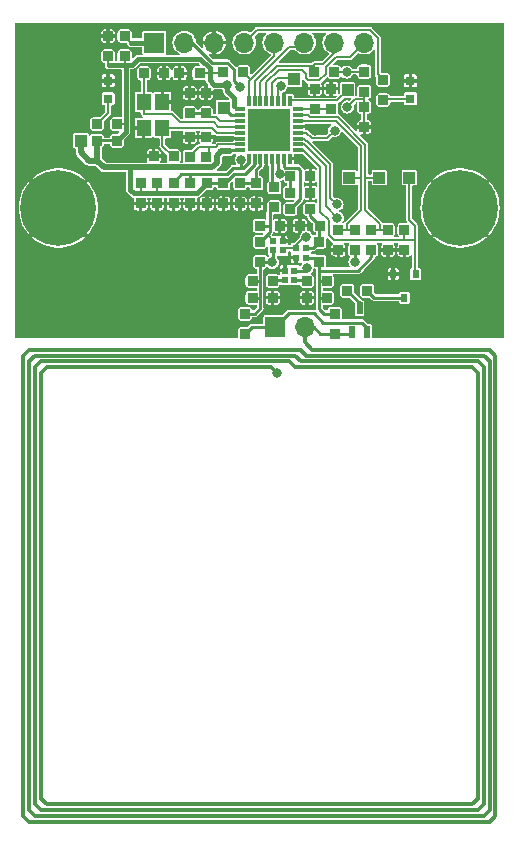
<source format=gtl>
G04 #@! TF.GenerationSoftware,KiCad,Pcbnew,7.0.7*
G04 #@! TF.CreationDate,2024-01-15T15:13:53+00:00*
G04 #@! TF.ProjectId,cardboard,63617264-626f-4617-9264-2e6b69636164,rev?*
G04 #@! TF.SameCoordinates,Original*
G04 #@! TF.FileFunction,Copper,L1,Top*
G04 #@! TF.FilePolarity,Positive*
%FSLAX46Y46*%
G04 Gerber Fmt 4.6, Leading zero omitted, Abs format (unit mm)*
G04 Created by KiCad (PCBNEW 7.0.7) date 2024-01-15 15:13:53*
%MOMM*%
%LPD*%
G01*
G04 APERTURE LIST*
G04 Aperture macros list*
%AMRoundRect*
0 Rectangle with rounded corners*
0 $1 Rounding radius*
0 $2 $3 $4 $5 $6 $7 $8 $9 X,Y pos of 4 corners*
0 Add a 4 corners polygon primitive as box body*
4,1,4,$2,$3,$4,$5,$6,$7,$8,$9,$2,$3,0*
0 Add four circle primitives for the rounded corners*
1,1,$1+$1,$2,$3*
1,1,$1+$1,$4,$5*
1,1,$1+$1,$6,$7*
1,1,$1+$1,$8,$9*
0 Add four rect primitives between the rounded corners*
20,1,$1+$1,$2,$3,$4,$5,0*
20,1,$1+$1,$4,$5,$6,$7,0*
20,1,$1+$1,$6,$7,$8,$9,0*
20,1,$1+$1,$8,$9,$2,$3,0*%
G04 Aperture macros list end*
G04 #@! TA.AperFunction,SMDPad,CuDef*
%ADD10RoundRect,0.225000X0.225000X-0.225000X0.225000X0.225000X-0.225000X0.225000X-0.225000X-0.225000X0*%
G04 #@! TD*
G04 #@! TA.AperFunction,SMDPad,CuDef*
%ADD11R,0.600000X0.600000*%
G04 #@! TD*
G04 #@! TA.AperFunction,SMDPad,CuDef*
%ADD12RoundRect,0.225000X-0.225000X0.225000X-0.225000X-0.225000X0.225000X-0.225000X0.225000X0.225000X0*%
G04 #@! TD*
G04 #@! TA.AperFunction,SMDPad,CuDef*
%ADD13RoundRect,0.225000X-0.225000X-0.225000X0.225000X-0.225000X0.225000X0.225000X-0.225000X0.225000X0*%
G04 #@! TD*
G04 #@! TA.AperFunction,SMDPad,CuDef*
%ADD14R,0.500000X1.000000*%
G04 #@! TD*
G04 #@! TA.AperFunction,SMDPad,CuDef*
%ADD15R,1.200000X1.400000*%
G04 #@! TD*
G04 #@! TA.AperFunction,ComponentPad*
%ADD16R,1.000000X1.000000*%
G04 #@! TD*
G04 #@! TA.AperFunction,SMDPad,CuDef*
%ADD17R,0.800000X0.800000*%
G04 #@! TD*
G04 #@! TA.AperFunction,SMDPad,CuDef*
%ADD18RoundRect,0.225000X0.225000X0.225000X-0.225000X0.225000X-0.225000X-0.225000X0.225000X-0.225000X0*%
G04 #@! TD*
G04 #@! TA.AperFunction,SMDPad,CuDef*
%ADD19R,0.600000X0.700000*%
G04 #@! TD*
G04 #@! TA.AperFunction,ComponentPad*
%ADD20C,6.400000*%
G04 #@! TD*
G04 #@! TA.AperFunction,ComponentPad*
%ADD21R,1.700000X1.700000*%
G04 #@! TD*
G04 #@! TA.AperFunction,ComponentPad*
%ADD22O,1.700000X1.700000*%
G04 #@! TD*
G04 #@! TA.AperFunction,SMDPad,CuDef*
%ADD23R,0.850000X0.300000*%
G04 #@! TD*
G04 #@! TA.AperFunction,SMDPad,CuDef*
%ADD24R,0.300000X0.850000*%
G04 #@! TD*
G04 #@! TA.AperFunction,SMDPad,CuDef*
%ADD25R,3.600000X3.600000*%
G04 #@! TD*
G04 #@! TA.AperFunction,ViaPad*
%ADD26C,0.800000*%
G04 #@! TD*
G04 #@! TA.AperFunction,Conductor*
%ADD27C,0.250000*%
G04 #@! TD*
G04 #@! TA.AperFunction,Conductor*
%ADD28C,0.200000*%
G04 #@! TD*
G04 #@! TA.AperFunction,Conductor*
%ADD29C,0.500000*%
G04 #@! TD*
G04 #@! TA.AperFunction,Conductor*
%ADD30C,0.400000*%
G04 #@! TD*
G04 #@! TA.AperFunction,Conductor*
%ADD31C,0.300000*%
G04 #@! TD*
G04 APERTURE END LIST*
G36*
X113815000Y-65895000D02*
G01*
X114015000Y-65895000D01*
X114015000Y-65045000D01*
X113815000Y-65045000D01*
X113815000Y-65895000D01*
G37*
G36*
X92540000Y-67570000D02*
G01*
X91690000Y-67570000D01*
X91690000Y-67370000D01*
X92540000Y-67370000D01*
X92540000Y-67570000D01*
G37*
D10*
X92215000Y-60320000D03*
X92215000Y-58620000D03*
D11*
X107015000Y-75970000D03*
X107015000Y-76770000D03*
X106215000Y-76770000D03*
X106215000Y-75970000D03*
D12*
X111715000Y-75020000D03*
X111715000Y-76720000D03*
D13*
X104450000Y-79370000D03*
X106150000Y-79370000D03*
D14*
X112865000Y-83670000D03*
X114165000Y-83670000D03*
X113515000Y-81670000D03*
D13*
X109050000Y-80770000D03*
X110750000Y-80770000D03*
D15*
X95225000Y-64190000D03*
X96825000Y-64190000D03*
X95225000Y-66390000D03*
X96825000Y-66390000D03*
D10*
X109715000Y-64770000D03*
X109715000Y-63070000D03*
X99125000Y-68840000D03*
X99125000Y-67140000D03*
X115515000Y-64020000D03*
X115515000Y-62320000D03*
X105100000Y-77720000D03*
X105100000Y-76020000D03*
D12*
X103375000Y-71090000D03*
X103375000Y-72790000D03*
D16*
X117715000Y-70600000D03*
D13*
X104450000Y-80770000D03*
X106150000Y-80770000D03*
D10*
X115915000Y-76720000D03*
X115915000Y-75020000D03*
D12*
X114515000Y-75020000D03*
X114515000Y-76720000D03*
D10*
X113915000Y-63320000D03*
X113915000Y-61620000D03*
D13*
X95265000Y-61770000D03*
X96965000Y-61770000D03*
D10*
X106300000Y-73120000D03*
X106300000Y-71420000D03*
D13*
X109050000Y-79370000D03*
X110750000Y-79370000D03*
D12*
X110100000Y-76020000D03*
X110100000Y-77720000D03*
X94975000Y-71090000D03*
X94975000Y-72790000D03*
D17*
X117815000Y-62420000D03*
X117815000Y-63920000D03*
D18*
X99965000Y-61770000D03*
X98265000Y-61770000D03*
D10*
X111415000Y-83820000D03*
X111415000Y-82120000D03*
D11*
X107200000Y-78470000D03*
X108000000Y-78470000D03*
X108000000Y-79270000D03*
X107200000Y-79270000D03*
D12*
X104775000Y-71090000D03*
X104775000Y-72790000D03*
D10*
X100525000Y-65140000D03*
X100525000Y-63440000D03*
X113915000Y-66320000D03*
X113915000Y-64620000D03*
D18*
X103665000Y-61670000D03*
X101965000Y-61670000D03*
D13*
X107650000Y-71870000D03*
X109350000Y-71870000D03*
D18*
X92965000Y-67470000D03*
X91265000Y-67470000D03*
D10*
X100525000Y-68840000D03*
X100525000Y-67140000D03*
X93615000Y-60320000D03*
X93615000Y-58620000D03*
D13*
X105050000Y-74670000D03*
X106750000Y-74670000D03*
D12*
X99175000Y-71090000D03*
X99175000Y-72790000D03*
X96375000Y-71090000D03*
X96375000Y-72790000D03*
D18*
X97775000Y-68790000D03*
X96075000Y-68790000D03*
D10*
X103815000Y-83820000D03*
X103815000Y-82120000D03*
X117315000Y-76720000D03*
X117315000Y-75020000D03*
D12*
X100575000Y-71090000D03*
X100575000Y-72790000D03*
D11*
X108150000Y-77370000D03*
X108150000Y-76570000D03*
X108950000Y-76570000D03*
X108950000Y-77370000D03*
D16*
X102000000Y-64670000D03*
D13*
X91265000Y-66070000D03*
X92965000Y-66070000D03*
D16*
X108000000Y-62270000D03*
X112515000Y-63170000D03*
D13*
X109665000Y-61670000D03*
X111365000Y-61670000D03*
D12*
X101975000Y-71090000D03*
X101975000Y-72790000D03*
D10*
X99125000Y-65140000D03*
X99125000Y-63440000D03*
D12*
X97775000Y-71090000D03*
X97775000Y-72790000D03*
D19*
X118265000Y-78770000D03*
X116365000Y-78770000D03*
X117315000Y-80770000D03*
D20*
X122015000Y-73170000D03*
D18*
X109350000Y-73270000D03*
X107650000Y-73270000D03*
D16*
X89915000Y-67470000D03*
D18*
X114165000Y-80170000D03*
X112465000Y-80170000D03*
D13*
X108450000Y-74670000D03*
X110150000Y-74670000D03*
D20*
X88015000Y-73170000D03*
D13*
X107650000Y-70470000D03*
X109350000Y-70470000D03*
D16*
X112635000Y-70600000D03*
X115175000Y-70600000D03*
D17*
X92215000Y-62420000D03*
X92215000Y-63920000D03*
D10*
X111115000Y-64770000D03*
X111115000Y-63070000D03*
X113115000Y-76720000D03*
X113115000Y-75020000D03*
D21*
X106340000Y-83270000D03*
D22*
X108880000Y-83270000D03*
D23*
X103425000Y-64790000D03*
X103425000Y-65290000D03*
X103425000Y-65790000D03*
X103425000Y-66290000D03*
X103425000Y-66790000D03*
X103425000Y-67290000D03*
X103425000Y-67790000D03*
X103425000Y-68290000D03*
D24*
X104125000Y-68990000D03*
X104625000Y-68990000D03*
X105125000Y-68990000D03*
X105625000Y-68990000D03*
X106125000Y-68990000D03*
X106625000Y-68990000D03*
X107125000Y-68990000D03*
X107625000Y-68990000D03*
D23*
X108325000Y-68290000D03*
X108325000Y-67790000D03*
X108325000Y-67290000D03*
X108325000Y-66790000D03*
X108325000Y-66290000D03*
X108325000Y-65790000D03*
X108325000Y-65290000D03*
X108325000Y-64790000D03*
D24*
X107625000Y-64090000D03*
X107125000Y-64090000D03*
X106625000Y-64090000D03*
X106125000Y-64090000D03*
X105625000Y-64090000D03*
X105125000Y-64090000D03*
X104625000Y-64090000D03*
X104125000Y-64090000D03*
D25*
X105875000Y-66540000D03*
D21*
X96125000Y-59170000D03*
D22*
X98665000Y-59170000D03*
X101205000Y-59170000D03*
X103745000Y-59170000D03*
X106285000Y-59170000D03*
X108825000Y-59170000D03*
X111365000Y-59170000D03*
X113905000Y-59170000D03*
D26*
X113122343Y-77725789D03*
X106115000Y-77770000D03*
X107145000Y-67810000D03*
X107145000Y-65270000D03*
X92015000Y-83170000D03*
X105875000Y-67810000D03*
X124015000Y-83170000D03*
X115015000Y-78470000D03*
X108319999Y-63389999D03*
X92370143Y-72683450D03*
X117015000Y-67170000D03*
X124015000Y-59170000D03*
X102015000Y-83170000D03*
X104605000Y-67810000D03*
X91015000Y-59170000D03*
X124015000Y-78170000D03*
X117015000Y-59170000D03*
X98025000Y-64290000D03*
X103015000Y-78170000D03*
X86015000Y-78170000D03*
X121415000Y-62870000D03*
X107600000Y-80170000D03*
X105423190Y-70196204D03*
X98015000Y-78170000D03*
X92015000Y-78170000D03*
X115600000Y-83170000D03*
X102300000Y-69270000D03*
X94515000Y-62870000D03*
X103015000Y-74170000D03*
X101300000Y-72070000D03*
X109749370Y-66620000D03*
X120015000Y-79170000D03*
X105875000Y-65270000D03*
X107814392Y-75621454D03*
X107145000Y-66540000D03*
X111400000Y-67970000D03*
X105875000Y-66540000D03*
X112915000Y-65570000D03*
X86015000Y-83170000D03*
X111149500Y-77570000D03*
X92115000Y-68270000D03*
X104050000Y-72020000D03*
X98015000Y-83170000D03*
X107215000Y-77669996D03*
X94115000Y-67570000D03*
X104605000Y-66540000D03*
X98015000Y-74170000D03*
X116015000Y-73170000D03*
X124015000Y-67170000D03*
X98025000Y-67690000D03*
X86015000Y-67170000D03*
X107815000Y-60370000D03*
X86015000Y-59170000D03*
X108415000Y-69039502D03*
X104605000Y-65270000D03*
X103500000Y-69070000D03*
X106773190Y-70305664D03*
X112415004Y-61670000D03*
X102315000Y-62770000D03*
X109019994Y-75643728D03*
X111621626Y-74016338D03*
X109050500Y-78269502D03*
X111600000Y-72870000D03*
X111408733Y-66625768D03*
X112464750Y-64619750D03*
X103399994Y-62920000D03*
X106831860Y-62854438D03*
X106515000Y-87170000D03*
D27*
X105100000Y-77720000D02*
X105100000Y-79370000D01*
X104450000Y-80770000D02*
X105100000Y-80770000D01*
X105100000Y-77720000D02*
X106065000Y-77720000D01*
X113122343Y-77725789D02*
X113122343Y-76727343D01*
X106065000Y-77720000D02*
X106115000Y-77770000D01*
X105115000Y-81670000D02*
X105100000Y-81655000D01*
X106215000Y-77670000D02*
X106115000Y-77770000D01*
X106215000Y-76595000D02*
X106215000Y-77670000D01*
X104450000Y-79370000D02*
X105100000Y-79370000D01*
X105100000Y-81655000D02*
X105100000Y-80770000D01*
X104665000Y-82120000D02*
X105115000Y-81670000D01*
X105100000Y-79370000D02*
X105100000Y-80770000D01*
X103815000Y-82120000D02*
X104665000Y-82120000D01*
D28*
X105725000Y-75487500D02*
X105725000Y-75395000D01*
D27*
X105900000Y-73520000D02*
X106300000Y-73120000D01*
X105725000Y-75395000D02*
X105100000Y-76020000D01*
D28*
X106207500Y-75970000D02*
X105725000Y-75487500D01*
D27*
X105900000Y-74670000D02*
X105900000Y-73520000D01*
X105900000Y-74670000D02*
X105900000Y-75220000D01*
X105050000Y-74670000D02*
X105900000Y-74670000D01*
X105900000Y-75220000D02*
X105725000Y-75395000D01*
D29*
X91315000Y-69195000D02*
X91265000Y-69145000D01*
X93815000Y-69740000D02*
X101029594Y-69740000D01*
D27*
X101975000Y-71090000D02*
X100575000Y-71090000D01*
D28*
X94975000Y-71090000D02*
X94975000Y-71900000D01*
D29*
X101425000Y-68745000D02*
X101800000Y-68370000D01*
X91860000Y-69740000D02*
X91315000Y-69195000D01*
D27*
X102595000Y-68290000D02*
X102515000Y-68370000D01*
D30*
X94115000Y-69740000D02*
X93815000Y-69740000D01*
D28*
X94975000Y-71900000D02*
X95015000Y-71940000D01*
D27*
X103784113Y-70315000D02*
X102922183Y-70315000D01*
D30*
X96415000Y-71940000D02*
X95015000Y-71940000D01*
D29*
X101029594Y-69740000D02*
X101425000Y-69344594D01*
D30*
X95015000Y-71940000D02*
X94385000Y-71940000D01*
D27*
X103425000Y-68290000D02*
X102595000Y-68290000D01*
D28*
X96375000Y-71900000D02*
X96415000Y-71940000D01*
D29*
X90640000Y-69195000D02*
X89915000Y-68470000D01*
X101425000Y-69344594D02*
X101425000Y-68745000D01*
X91315000Y-69195000D02*
X90640000Y-69195000D01*
D27*
X104625000Y-68990000D02*
X104625000Y-69474113D01*
D30*
X94115000Y-71670000D02*
X94115000Y-69740000D01*
D29*
X91265000Y-69145000D02*
X91265000Y-67470000D01*
D27*
X102922183Y-70315000D02*
X102147183Y-71090000D01*
D28*
X96375000Y-71090000D02*
X96375000Y-71900000D01*
D29*
X93815000Y-69740000D02*
X91860000Y-69740000D01*
D27*
X104625000Y-69474113D02*
X103784113Y-70315000D01*
D29*
X101800000Y-68370000D02*
X102515000Y-68370000D01*
D30*
X94385000Y-71940000D02*
X94115000Y-71670000D01*
X99725000Y-71940000D02*
X96415000Y-71940000D01*
D29*
X89915000Y-68470000D02*
X89915000Y-67470000D01*
D30*
X100575000Y-71090000D02*
X99725000Y-71940000D01*
D27*
X107215000Y-77579183D02*
X107215000Y-77669996D01*
D28*
X108325000Y-66290000D02*
X108950000Y-66290000D01*
D27*
X107424183Y-77370000D02*
X107215000Y-77579183D01*
X101300000Y-72070000D02*
X101295000Y-72070000D01*
D28*
X109569370Y-66440000D02*
X109749370Y-66620000D01*
X109100000Y-66440000D02*
X109569370Y-66440000D01*
D27*
X105500000Y-70273014D02*
X105423190Y-70196204D01*
D28*
X108950000Y-66290000D02*
X109100000Y-66440000D01*
D27*
X108415000Y-69039502D02*
X108669502Y-69039502D01*
X107814392Y-75621454D02*
X107725498Y-75710348D01*
X105625000Y-68990000D02*
X105625000Y-69994394D01*
X105625000Y-69994394D02*
X105423190Y-70196204D01*
X101350000Y-72020000D02*
X101300000Y-72070000D01*
X107725498Y-75710348D02*
X107725498Y-75795000D01*
D28*
X109715000Y-64770000D02*
X111115000Y-64770000D01*
X108325000Y-64790000D02*
X109695000Y-64790000D01*
D27*
X104775000Y-71090000D02*
X104775000Y-70502609D01*
X104775000Y-70502609D02*
X104748190Y-70475799D01*
X105125000Y-69539799D02*
X105125000Y-68990000D01*
X104748190Y-69916609D02*
X105125000Y-69539799D01*
X104748190Y-70475799D02*
X104748190Y-69916609D01*
X103375000Y-71090000D02*
X104775000Y-71090000D01*
X102830787Y-69770000D02*
X103500000Y-69770000D01*
X99175000Y-70315000D02*
X98400000Y-70315000D01*
X106625000Y-70157474D02*
X106773190Y-70305664D01*
X103500000Y-69070000D02*
X103500000Y-69770000D01*
X104125000Y-69265000D02*
X103620000Y-69770000D01*
X107485664Y-70305664D02*
X106773190Y-70305664D01*
X103620000Y-69770000D02*
X103500000Y-69770000D01*
X106625000Y-68990000D02*
X106625000Y-70157474D01*
X99175000Y-70315000D02*
X102285787Y-70315000D01*
X99175000Y-71090000D02*
X99175000Y-70315000D01*
X102285787Y-70315000D02*
X102830787Y-69770000D01*
X98400000Y-70315000D02*
X97775000Y-70940000D01*
X107650000Y-70470000D02*
X107650000Y-71870000D01*
D28*
X93615000Y-60320000D02*
X93615000Y-60970000D01*
X92965000Y-66070000D02*
X93715000Y-66070000D01*
D27*
X103425000Y-64790000D02*
X103120000Y-64790000D01*
D30*
X102315000Y-62770000D02*
X101215000Y-62770000D01*
X93715000Y-61070000D02*
X93715000Y-66070000D01*
X100815000Y-61341752D02*
X100043248Y-60570000D01*
X93715000Y-66720000D02*
X92965000Y-67470000D01*
X102900000Y-63855000D02*
X102315000Y-63270000D01*
D28*
X92215000Y-60320000D02*
X92215000Y-61070000D01*
X99965000Y-61770000D02*
X101965000Y-61770000D01*
D30*
X100043248Y-60570000D02*
X94715000Y-60570000D01*
X93715000Y-66070000D02*
X93715000Y-66720000D01*
X100815000Y-62370000D02*
X100815000Y-61341752D01*
D28*
X112465004Y-61620000D02*
X112415004Y-61670000D01*
D30*
X102315000Y-63270000D02*
X102315000Y-62770000D01*
D27*
X103120000Y-64790000D02*
X102900000Y-64570000D01*
D30*
X94215000Y-61070000D02*
X92315000Y-61070000D01*
X102900000Y-64570000D02*
X102900000Y-63855000D01*
D28*
X111365000Y-61670000D02*
X112415004Y-61670000D01*
D30*
X94715000Y-60570000D02*
X94215000Y-61070000D01*
D28*
X113915000Y-61620000D02*
X112465004Y-61620000D01*
D30*
X101215000Y-62770000D02*
X100815000Y-62370000D01*
D28*
X100850000Y-65465000D02*
X100700000Y-65315000D01*
X103425000Y-65790000D02*
X101675609Y-65790000D01*
D27*
X99125000Y-65140000D02*
X100525000Y-65140000D01*
D28*
X101350609Y-65465000D02*
X100850000Y-65465000D01*
X101675609Y-65790000D02*
X101350609Y-65465000D01*
X101366827Y-67990000D02*
X100725000Y-67990000D01*
X101561827Y-67795000D02*
X101366827Y-67990000D01*
X99925000Y-67990000D02*
X99225000Y-68690000D01*
X100725000Y-67990000D02*
X99925000Y-67990000D01*
X103420000Y-67795000D02*
X101561827Y-67795000D01*
X100725000Y-68840000D02*
X100725000Y-67990000D01*
X95225000Y-61795000D02*
X95225000Y-64190000D01*
X98300000Y-65915000D02*
X97600000Y-65215000D01*
X95225000Y-65140000D02*
X95225000Y-64190000D01*
X101539213Y-66290000D02*
X101164213Y-65915000D01*
X103425000Y-66290000D02*
X101539213Y-66290000D01*
X95300000Y-65215000D02*
X95225000Y-65140000D01*
X101164213Y-65915000D02*
X98300000Y-65915000D01*
X97600000Y-65215000D02*
X95300000Y-65215000D01*
X96825000Y-67940000D02*
X96825000Y-66390000D01*
X97775000Y-68890000D02*
X96825000Y-67940000D01*
X101402817Y-66790000D02*
X103425000Y-66790000D01*
X96850000Y-66365000D02*
X100977817Y-66365000D01*
X100977817Y-66365000D02*
X101402817Y-66790000D01*
X111715000Y-75020000D02*
X112415000Y-75020000D01*
X113615000Y-71870000D02*
X113615000Y-70600000D01*
X112415000Y-75020000D02*
X113115000Y-75020000D01*
X109098275Y-65770000D02*
X108345000Y-65770000D01*
X112415000Y-74570000D02*
X113615000Y-73370000D01*
X113615000Y-73370000D02*
X113615000Y-71870000D01*
X113615000Y-67913503D02*
X111521497Y-65820000D01*
X112415000Y-75020000D02*
X112415000Y-74570000D01*
X111521497Y-65820000D02*
X109148275Y-65820000D01*
X109148275Y-65820000D02*
X109098275Y-65770000D01*
X113615000Y-70600000D02*
X112635000Y-70600000D01*
X113615000Y-71870000D02*
X113615000Y-67913503D01*
X109019994Y-75643728D02*
X108816717Y-75643728D01*
X108816717Y-75643728D02*
X108150000Y-76310445D01*
X108325000Y-67790000D02*
X108780600Y-67790000D01*
X108780600Y-67790000D02*
X110650000Y-69659400D01*
X108150000Y-76310445D02*
X108150000Y-76570000D01*
X110650000Y-73044712D02*
X111621626Y-74016338D01*
X110650000Y-69659400D02*
X110650000Y-73044712D01*
X107015000Y-76595000D02*
X108125000Y-76595000D01*
D27*
X108850002Y-78470000D02*
X109050500Y-78269502D01*
D28*
X111015000Y-72285000D02*
X111600000Y-72870000D01*
X111015000Y-69484213D02*
X111015000Y-72285000D01*
X109005405Y-67519831D02*
X109050618Y-67519831D01*
X109050618Y-67519831D02*
X111015000Y-69484213D01*
X108775574Y-67290000D02*
X109005405Y-67519831D01*
X108325000Y-67290000D02*
X108775574Y-67290000D01*
D27*
X108000000Y-78470000D02*
X108850002Y-78470000D01*
D28*
X114015000Y-71870000D02*
X114015000Y-73370000D01*
X114015000Y-73370000D02*
X115215000Y-74570000D01*
X114015000Y-71870000D02*
X114015000Y-70600000D01*
X114515000Y-75020000D02*
X115215000Y-75020000D01*
X109113249Y-65290000D02*
X109293249Y-65470000D01*
X115215000Y-74570000D02*
X115215000Y-75020000D01*
X111666471Y-65470000D02*
X114015000Y-67818529D01*
X115215000Y-75020000D02*
X115915000Y-75020000D01*
X114015000Y-67818529D02*
X114015000Y-71870000D01*
X114015000Y-70600000D02*
X115175000Y-70600000D01*
X109293249Y-65470000D02*
X111666471Y-65470000D01*
X108325000Y-65290000D02*
X109113249Y-65290000D01*
D27*
X113515000Y-81220000D02*
X113515000Y-81670000D01*
X112465000Y-80170000D02*
X113515000Y-81220000D01*
X106098190Y-69016810D02*
X106098190Y-71218190D01*
X107125000Y-69665000D02*
X107205000Y-69745000D01*
X108500000Y-72420000D02*
X107650000Y-73270000D01*
X107205000Y-69745000D02*
X108275000Y-69745000D01*
X108500000Y-69970000D02*
X108500000Y-72420000D01*
X107125000Y-68990000D02*
X107125000Y-69665000D01*
X108275000Y-69745000D02*
X108500000Y-69970000D01*
D28*
X112515000Y-63170000D02*
X111615000Y-64070000D01*
X111615000Y-64070000D02*
X107645000Y-64070000D01*
D27*
X102620000Y-65290000D02*
X102000000Y-64670000D01*
X103425000Y-65290000D02*
X102620000Y-65290000D01*
D28*
X106561702Y-62170000D02*
X107900000Y-62170000D01*
X106125000Y-64090000D02*
X106125000Y-62606702D01*
X106125000Y-62606702D02*
X106561702Y-62170000D01*
X109665000Y-61020000D02*
X109715000Y-60970000D01*
X106480330Y-61120000D02*
X109565000Y-61120000D01*
X109565000Y-61120000D02*
X109715000Y-60970000D01*
X110384239Y-61020000D02*
X111365000Y-60039239D01*
X111365000Y-60039239D02*
X111365000Y-59420000D01*
X105125000Y-64090000D02*
X105125000Y-62475330D01*
X109715000Y-60970000D02*
X109765000Y-61020000D01*
X109665000Y-61670000D02*
X109665000Y-61020000D01*
X105125000Y-62475330D02*
X106480330Y-61120000D01*
X109765000Y-61020000D02*
X110384239Y-61020000D01*
X104210013Y-62365013D02*
X104125000Y-62450026D01*
X106285000Y-59170000D02*
X106285000Y-60290026D01*
X104125000Y-62450026D02*
X104125000Y-64090000D01*
X103715000Y-61770000D02*
X104210013Y-62265013D01*
X104210013Y-62265013D02*
X104210013Y-62365013D01*
X106285000Y-60290026D02*
X104210013Y-62365013D01*
X111337183Y-75870000D02*
X117315000Y-75870000D01*
X118215000Y-75370000D02*
X118215000Y-78720000D01*
X110925000Y-75457817D02*
X111337183Y-75870000D01*
X110200000Y-73492183D02*
X110925000Y-74217183D01*
X117315000Y-75870000D02*
X118215000Y-75870000D01*
X108325000Y-68290000D02*
X108747208Y-68290000D01*
X108747208Y-68290000D02*
X110200000Y-69742792D01*
X110925000Y-74217183D02*
X110925000Y-75457817D01*
X118215000Y-75870000D02*
X118215000Y-75370000D01*
X117715000Y-74170000D02*
X118215000Y-74670000D01*
X117315000Y-75020000D02*
X117315000Y-75870000D01*
X118215000Y-74670000D02*
X118215000Y-75370000D01*
X117715000Y-70600000D02*
X117715000Y-74170000D01*
X110200000Y-69742792D02*
X110200000Y-73492183D01*
X92215000Y-63920000D02*
X92215000Y-65120000D01*
X92215000Y-65120000D02*
X91265000Y-66070000D01*
X115615000Y-63920000D02*
X117815000Y-63920000D01*
D27*
X114765000Y-80770000D02*
X117315000Y-80770000D01*
X114165000Y-80170000D02*
X114765000Y-80770000D01*
D28*
X115065000Y-61870000D02*
X115065000Y-58774365D01*
X114360635Y-58070000D02*
X104845000Y-58070000D01*
X115065000Y-58774365D02*
X114360635Y-58070000D01*
X115515000Y-62320000D02*
X115065000Y-61870000D01*
X104845000Y-58070000D02*
X103745000Y-59170000D01*
X110764501Y-67270000D02*
X109480131Y-67270000D01*
X109000131Y-66790000D02*
X108325000Y-66790000D01*
X113915000Y-63970000D02*
X113114500Y-63970000D01*
X113114500Y-63970000D02*
X112464750Y-64619750D01*
X113915000Y-63320000D02*
X113915000Y-64620000D01*
X111408733Y-66625768D02*
X110764501Y-67270000D01*
X109480131Y-67270000D02*
X109000131Y-66790000D01*
X106625000Y-63061298D02*
X106831860Y-62854438D01*
D27*
X99315000Y-59170000D02*
X101015000Y-60870000D01*
X102890000Y-61437893D02*
X102890000Y-62410006D01*
X102890000Y-62410006D02*
X103399994Y-62920000D01*
X101015000Y-60870000D02*
X102322107Y-60870000D01*
D28*
X106625000Y-64090000D02*
X106625000Y-63061298D01*
D27*
X102322107Y-60870000D02*
X102890000Y-61437893D01*
D28*
X106671016Y-61495000D02*
X108625787Y-61495000D01*
X110665000Y-61234214D02*
X111527133Y-60372081D01*
X110115000Y-62370000D02*
X110665000Y-61820000D01*
X108965000Y-62170000D02*
X109165000Y-62370000D01*
X105625000Y-62541016D02*
X106671016Y-61495000D01*
X105625000Y-64090000D02*
X105625000Y-62541016D01*
X109165000Y-62370000D02*
X110115000Y-62370000D01*
X108965000Y-61834213D02*
X108965000Y-62170000D01*
X108625787Y-61495000D02*
X108965000Y-61834213D01*
X111527133Y-60372081D02*
X112702919Y-60372081D01*
X112702919Y-60372081D02*
X113905000Y-59170000D01*
X110665000Y-61820000D02*
X110665000Y-61234214D01*
X108425000Y-59570000D02*
X107500000Y-59570000D01*
X108825000Y-59170000D02*
X108425000Y-59570000D01*
X107500000Y-59570000D02*
X104625000Y-62445000D01*
X104625000Y-62445000D02*
X104625000Y-64090000D01*
D27*
X114515000Y-77358437D02*
X114515000Y-76720000D01*
X110100000Y-79370000D02*
X110100000Y-78470000D01*
X110100000Y-78470000D02*
X113403437Y-78470000D01*
X110750000Y-79370000D02*
X110100000Y-79370000D01*
X110100000Y-78470000D02*
X110100000Y-77720000D01*
X110750000Y-80770000D02*
X110100000Y-80770000D01*
X110100000Y-80770000D02*
X110100000Y-79370000D01*
X110465000Y-82120000D02*
X110100000Y-81755000D01*
X109750000Y-77370000D02*
X110100000Y-77720000D01*
X110100000Y-81755000D02*
X110100000Y-80770000D01*
X108950000Y-77370000D02*
X109750000Y-77370000D01*
X113403437Y-78470000D02*
X114515000Y-77358437D01*
X111415000Y-82120000D02*
X110465000Y-82120000D01*
X108000000Y-79270000D02*
X108950000Y-79270000D01*
X107200000Y-79270000D02*
X106250000Y-79270000D01*
X109626396Y-82095000D02*
X107515000Y-82095000D01*
D31*
X85515000Y-86170000D02*
X86015000Y-85670000D01*
X109015000Y-85670000D02*
X124015000Y-85670000D01*
X123515000Y-124170000D02*
X86515000Y-124170000D01*
X85515000Y-124170000D02*
X85515000Y-86170000D01*
X124515000Y-85170000D02*
X125015000Y-85670000D01*
X124015000Y-123670000D02*
X123515000Y-124170000D01*
X87015000Y-123670000D02*
X86515000Y-123170000D01*
X85515000Y-125170000D02*
X85015000Y-124670000D01*
D27*
X104365000Y-83270000D02*
X106340000Y-83270000D01*
D31*
X108515000Y-86170000D02*
X123515000Y-86170000D01*
X108880000Y-83270000D02*
X108880000Y-84535000D01*
X106015000Y-86670000D02*
X106515000Y-87170000D01*
X108515000Y-85170000D02*
X109015000Y-85670000D01*
D27*
X110401396Y-82870000D02*
X109626396Y-82095000D01*
D31*
X108880000Y-84535000D02*
X109515000Y-85170000D01*
X124015000Y-85670000D02*
X124515000Y-86170000D01*
X108015000Y-85670000D02*
X108515000Y-86170000D01*
X85015000Y-124670000D02*
X85015000Y-85670000D01*
X86015000Y-123670000D02*
X86015000Y-86670000D01*
X123515000Y-87170000D02*
X123515000Y-123170000D01*
X85515000Y-85170000D02*
X108515000Y-85170000D01*
X87015000Y-86670000D02*
X106015000Y-86670000D01*
D27*
X111415000Y-83820000D02*
X112715000Y-83820000D01*
D31*
X86515000Y-124170000D02*
X86015000Y-123670000D01*
X124015000Y-86670000D02*
X124015000Y-123670000D01*
X86515000Y-87170000D02*
X87015000Y-86670000D01*
D27*
X110165000Y-83820000D02*
X109615000Y-83270000D01*
D31*
X108015000Y-86670000D02*
X123015000Y-86670000D01*
X123015000Y-86670000D02*
X123515000Y-87170000D01*
X125015000Y-85670000D02*
X125015000Y-124670000D01*
X124015000Y-124670000D02*
X86015000Y-124670000D01*
X123015000Y-123670000D02*
X87015000Y-123670000D01*
X124515000Y-86170000D02*
X124515000Y-124170000D01*
X124515000Y-125170000D02*
X85515000Y-125170000D01*
X109515000Y-85170000D02*
X124515000Y-85170000D01*
D27*
X113715000Y-82870000D02*
X114165000Y-83320000D01*
D31*
X124515000Y-124170000D02*
X124015000Y-124670000D01*
X123515000Y-86170000D02*
X124015000Y-86670000D01*
X86515000Y-86170000D02*
X107515000Y-86170000D01*
X125015000Y-124670000D02*
X124515000Y-125170000D01*
D27*
X107515000Y-82095000D02*
X106340000Y-83270000D01*
X110401396Y-82870000D02*
X113715000Y-82870000D01*
D31*
X86015000Y-86670000D02*
X86515000Y-86170000D01*
X86015000Y-85670000D02*
X108015000Y-85670000D01*
X86515000Y-123170000D02*
X86515000Y-87170000D01*
X86015000Y-124670000D02*
X85515000Y-124170000D01*
X107515000Y-86170000D02*
X108015000Y-86670000D01*
D27*
X103815000Y-83820000D02*
X104365000Y-83270000D01*
D31*
X85015000Y-85670000D02*
X85515000Y-85170000D01*
D27*
X111415000Y-83820000D02*
X110165000Y-83820000D01*
X109615000Y-83270000D02*
X108880000Y-83270000D01*
D31*
X123515000Y-123170000D02*
X123015000Y-123670000D01*
D27*
X112715000Y-83820000D02*
X112865000Y-83670000D01*
X108950000Y-76570000D02*
X109550000Y-76570000D01*
X109550000Y-76570000D02*
X110100000Y-76020000D01*
X110100000Y-74695000D02*
X110100000Y-75995000D01*
X110150000Y-74670000D02*
X109350000Y-73870000D01*
X109350000Y-73870000D02*
X109350000Y-73270000D01*
D28*
X93615000Y-58620000D02*
X94165000Y-59170000D01*
D30*
X94165000Y-59170000D02*
X96125000Y-59170000D01*
G04 #@! TA.AperFunction,Conductor*
G36*
X125688066Y-57487813D02*
G01*
X125713376Y-57531650D01*
X125714500Y-57544500D01*
X125714500Y-84096000D01*
X125697187Y-84143566D01*
X125653350Y-84168876D01*
X125640500Y-84170000D01*
X114639500Y-84170000D01*
X114591934Y-84152687D01*
X114566624Y-84108850D01*
X114565500Y-84096000D01*
X114565500Y-83155180D01*
X114563574Y-83145500D01*
X114556767Y-83111278D01*
X114523504Y-83061496D01*
X114508816Y-83051682D01*
X114473722Y-83028233D01*
X114473721Y-83028232D01*
X114429820Y-83019500D01*
X114429819Y-83019500D01*
X114284768Y-83019500D01*
X114237202Y-83002187D01*
X114232442Y-82997826D01*
X113934145Y-82699529D01*
X113924942Y-82688314D01*
X113913626Y-82671378D01*
X113913624Y-82671376D01*
X113893644Y-82658026D01*
X113893639Y-82658021D01*
X113864465Y-82638528D01*
X113822495Y-82610485D01*
X113742133Y-82594500D01*
X113742132Y-82594500D01*
X113742130Y-82594499D01*
X113715001Y-82589103D01*
X113715000Y-82589103D01*
X113695017Y-82593078D01*
X113680580Y-82594500D01*
X112054542Y-82594500D01*
X112006976Y-82577187D01*
X111981666Y-82533350D01*
X111988060Y-82488000D01*
X112004866Y-82453625D01*
X112015500Y-82380636D01*
X112015500Y-81859364D01*
X112004866Y-81786375D01*
X111949826Y-81673789D01*
X111861211Y-81585174D01*
X111861210Y-81585174D01*
X111861210Y-81585173D01*
X111748626Y-81530134D01*
X111675640Y-81519500D01*
X111675636Y-81519500D01*
X111154364Y-81519500D01*
X111154359Y-81519500D01*
X111081374Y-81530134D01*
X111081373Y-81530134D01*
X110968789Y-81585173D01*
X110880173Y-81673789D01*
X110825133Y-81786375D01*
X110823438Y-81791864D01*
X110820609Y-81790989D01*
X110801896Y-81825749D01*
X110754865Y-81844467D01*
X110752666Y-81844500D01*
X110609768Y-81844500D01*
X110562202Y-81827187D01*
X110557442Y-81822826D01*
X110397174Y-81662558D01*
X110375782Y-81616682D01*
X110375500Y-81610232D01*
X110375500Y-81530134D01*
X110375500Y-81439470D01*
X110392811Y-81391907D01*
X110436649Y-81366597D01*
X110460165Y-81366246D01*
X110489364Y-81370500D01*
X110489370Y-81370500D01*
X111010630Y-81370500D01*
X111010636Y-81370500D01*
X111083625Y-81359866D01*
X111196211Y-81304826D01*
X111284826Y-81216211D01*
X111339866Y-81103625D01*
X111350500Y-81030636D01*
X111350500Y-80509364D01*
X111339866Y-80436375D01*
X111337062Y-80430640D01*
X111864500Y-80430640D01*
X111875134Y-80503625D01*
X111875134Y-80503626D01*
X111930173Y-80616210D01*
X111930174Y-80616211D01*
X112018789Y-80704826D01*
X112131375Y-80759866D01*
X112204364Y-80770500D01*
X112645232Y-80770500D01*
X112692798Y-80787813D01*
X112697558Y-80792174D01*
X113092826Y-81187442D01*
X113114218Y-81233318D01*
X113114500Y-81239768D01*
X113114500Y-82184819D01*
X113123233Y-82228722D01*
X113150479Y-82269500D01*
X113156496Y-82278504D01*
X113206278Y-82311767D01*
X113250180Y-82320500D01*
X113250181Y-82320500D01*
X113779819Y-82320500D01*
X113779820Y-82320500D01*
X113823722Y-82311767D01*
X113873504Y-82278504D01*
X113906767Y-82228722D01*
X113915500Y-82184820D01*
X113915500Y-81155180D01*
X113906767Y-81111278D01*
X113873504Y-81061496D01*
X113857641Y-81050897D01*
X113823722Y-81028233D01*
X113823721Y-81028232D01*
X113779820Y-81019500D01*
X113779819Y-81019500D01*
X113734768Y-81019500D01*
X113687202Y-81002187D01*
X113682442Y-80997826D01*
X113115256Y-80430640D01*
X113564500Y-80430640D01*
X113575134Y-80503625D01*
X113575134Y-80503626D01*
X113630173Y-80616210D01*
X113630174Y-80616211D01*
X113718789Y-80704826D01*
X113831375Y-80759866D01*
X113904364Y-80770500D01*
X114345232Y-80770500D01*
X114392798Y-80787813D01*
X114397558Y-80792174D01*
X114545854Y-80940470D01*
X114555056Y-80951683D01*
X114566375Y-80968623D01*
X114566376Y-80968624D01*
X114586355Y-80981974D01*
X114586356Y-80981974D01*
X114589376Y-80983992D01*
X114589378Y-80983994D01*
X114615534Y-81001471D01*
X114657505Y-81029515D01*
X114737867Y-81045500D01*
X114737868Y-81045500D01*
X114764999Y-81050897D01*
X114765000Y-81050897D01*
X114784983Y-81046921D01*
X114799420Y-81045500D01*
X116790500Y-81045500D01*
X116838066Y-81062813D01*
X116863376Y-81106650D01*
X116864500Y-81119500D01*
X116864500Y-81134819D01*
X116873233Y-81178722D01*
X116898085Y-81215917D01*
X116906496Y-81228504D01*
X116956278Y-81261767D01*
X117000180Y-81270500D01*
X117000181Y-81270500D01*
X117629819Y-81270500D01*
X117629820Y-81270500D01*
X117673722Y-81261767D01*
X117723504Y-81228504D01*
X117756767Y-81178722D01*
X117765500Y-81134820D01*
X117765500Y-80405180D01*
X117756767Y-80361278D01*
X117723504Y-80311496D01*
X117673722Y-80278233D01*
X117629820Y-80269500D01*
X117000180Y-80269500D01*
X116978228Y-80273866D01*
X116956277Y-80278233D01*
X116906496Y-80311495D01*
X116906495Y-80311496D01*
X116873233Y-80361277D01*
X116864500Y-80405180D01*
X116864500Y-80420500D01*
X116847187Y-80468066D01*
X116803350Y-80493376D01*
X116790500Y-80494500D01*
X114909768Y-80494500D01*
X114862202Y-80477187D01*
X114857442Y-80472826D01*
X114787174Y-80402558D01*
X114765782Y-80356682D01*
X114765500Y-80350232D01*
X114765500Y-79909370D01*
X114765500Y-79909364D01*
X114754866Y-79836375D01*
X114699826Y-79723789D01*
X114611211Y-79635174D01*
X114611210Y-79635174D01*
X114611210Y-79635173D01*
X114498626Y-79580134D01*
X114425640Y-79569500D01*
X114425636Y-79569500D01*
X113904364Y-79569500D01*
X113904359Y-79569500D01*
X113831374Y-79580134D01*
X113831373Y-79580134D01*
X113718789Y-79635173D01*
X113630173Y-79723789D01*
X113575134Y-79836373D01*
X113575134Y-79836374D01*
X113564500Y-79909359D01*
X113564500Y-80430640D01*
X113115256Y-80430640D01*
X113087174Y-80402558D01*
X113065782Y-80356682D01*
X113065500Y-80350232D01*
X113065500Y-79909370D01*
X113065500Y-79909364D01*
X113054866Y-79836375D01*
X112999826Y-79723789D01*
X112911211Y-79635174D01*
X112911210Y-79635174D01*
X112911210Y-79635173D01*
X112798626Y-79580134D01*
X112725640Y-79569500D01*
X112725636Y-79569500D01*
X112204364Y-79569500D01*
X112204359Y-79569500D01*
X112131374Y-79580134D01*
X112131373Y-79580134D01*
X112018789Y-79635173D01*
X111930173Y-79723789D01*
X111875134Y-79836373D01*
X111875134Y-79836374D01*
X111864500Y-79909359D01*
X111864500Y-80430640D01*
X111337062Y-80430640D01*
X111284826Y-80323789D01*
X111196211Y-80235174D01*
X111196210Y-80235174D01*
X111196210Y-80235173D01*
X111083626Y-80180134D01*
X111010640Y-80169500D01*
X111010636Y-80169500D01*
X110489364Y-80169500D01*
X110489359Y-80169500D01*
X110489354Y-80169501D01*
X110460167Y-80173753D01*
X110410602Y-80163478D01*
X110379238Y-80123747D01*
X110375500Y-80100527D01*
X110375500Y-80100526D01*
X110375500Y-80039471D01*
X110392811Y-79991908D01*
X110436648Y-79966597D01*
X110460165Y-79966246D01*
X110489364Y-79970500D01*
X110489370Y-79970500D01*
X111010630Y-79970500D01*
X111010636Y-79970500D01*
X111083625Y-79959866D01*
X111196211Y-79904826D01*
X111284826Y-79816211D01*
X111339866Y-79703625D01*
X111350500Y-79630636D01*
X111350500Y-79109364D01*
X111339866Y-79036375D01*
X111284826Y-78923789D01*
X111281037Y-78920000D01*
X115915001Y-78920000D01*
X115915001Y-79134778D01*
X115923701Y-79178524D01*
X115956855Y-79228143D01*
X115956856Y-79228144D01*
X116006472Y-79261296D01*
X116050226Y-79269999D01*
X116215000Y-79269999D01*
X116215000Y-78920000D01*
X116515000Y-78920000D01*
X116515000Y-79269999D01*
X116679779Y-79269999D01*
X116723524Y-79261298D01*
X116773143Y-79228144D01*
X116773144Y-79228143D01*
X116806296Y-79178527D01*
X116814999Y-79134773D01*
X116815000Y-78920000D01*
X116515000Y-78920000D01*
X116215000Y-78920000D01*
X115915001Y-78920000D01*
X111281037Y-78920000D01*
X111232863Y-78871826D01*
X111211471Y-78825950D01*
X111224572Y-78777055D01*
X111266036Y-78748021D01*
X111285189Y-78745500D01*
X113369017Y-78745500D01*
X113383453Y-78746921D01*
X113403437Y-78750897D01*
X113403438Y-78750897D01*
X113408059Y-78749977D01*
X113430569Y-78745500D01*
X113430570Y-78745500D01*
X113510932Y-78729515D01*
X113552902Y-78701471D01*
X113579059Y-78683994D01*
X113579059Y-78683993D01*
X113587073Y-78678639D01*
X113587076Y-78678636D01*
X113602061Y-78668624D01*
X113613385Y-78651674D01*
X113622578Y-78640473D01*
X113857825Y-78405226D01*
X115914999Y-78405226D01*
X115915000Y-78620000D01*
X116215000Y-78620000D01*
X116214999Y-78270000D01*
X116515000Y-78270000D01*
X116515000Y-78620000D01*
X116814999Y-78620000D01*
X116814999Y-78405221D01*
X116806298Y-78361475D01*
X116773144Y-78311856D01*
X116773143Y-78311855D01*
X116723527Y-78278703D01*
X116679773Y-78270000D01*
X116515000Y-78270000D01*
X116214999Y-78270000D01*
X116050230Y-78270000D01*
X116006473Y-78278703D01*
X115956856Y-78311855D01*
X115956855Y-78311856D01*
X115923703Y-78361472D01*
X115914999Y-78405226D01*
X113857825Y-78405226D01*
X114685472Y-77577579D01*
X114696676Y-77568384D01*
X114713624Y-77557061D01*
X114737469Y-77521376D01*
X114774515Y-77465932D01*
X114776489Y-77456006D01*
X114790500Y-77385570D01*
X114790500Y-77385565D01*
X114794135Y-77367287D01*
X114820394Y-77324016D01*
X114844874Y-77311024D01*
X114848616Y-77309867D01*
X114848625Y-77309866D01*
X114961211Y-77254826D01*
X115049826Y-77166211D01*
X115104866Y-77053625D01*
X115115500Y-76980636D01*
X115115500Y-76870000D01*
X115315000Y-76870000D01*
X115315000Y-76980592D01*
X115325620Y-77053482D01*
X115380587Y-77165917D01*
X115469082Y-77254412D01*
X115581517Y-77309379D01*
X115654407Y-77319999D01*
X115654418Y-77320000D01*
X115764999Y-77320000D01*
X115764999Y-77319999D01*
X116064999Y-77319999D01*
X116065000Y-77320000D01*
X116175582Y-77320000D01*
X116175592Y-77319999D01*
X116248482Y-77309379D01*
X116360917Y-77254412D01*
X116449412Y-77165917D01*
X116504379Y-77053482D01*
X116514999Y-76980592D01*
X116515000Y-76980581D01*
X116515000Y-76870000D01*
X116715000Y-76870000D01*
X116715000Y-76980592D01*
X116725620Y-77053482D01*
X116780587Y-77165917D01*
X116869082Y-77254412D01*
X116981517Y-77309379D01*
X117054407Y-77319999D01*
X117054418Y-77320000D01*
X117164999Y-77320000D01*
X117165000Y-76870000D01*
X116715000Y-76870000D01*
X116515000Y-76870000D01*
X116065000Y-76870000D01*
X116064999Y-77319999D01*
X115764999Y-77319999D01*
X115765000Y-76870000D01*
X115315000Y-76870000D01*
X115115500Y-76870000D01*
X115115500Y-76459364D01*
X115104866Y-76386375D01*
X115049826Y-76273789D01*
X115022863Y-76246826D01*
X115001471Y-76200950D01*
X115014572Y-76152055D01*
X115056036Y-76123021D01*
X115075189Y-76120500D01*
X115355518Y-76120500D01*
X115403084Y-76137813D01*
X115428394Y-76181650D01*
X115419604Y-76231500D01*
X115407844Y-76246826D01*
X115380587Y-76274082D01*
X115325620Y-76386517D01*
X115315000Y-76459407D01*
X115315000Y-76459418D01*
X115314999Y-76569999D01*
X115315000Y-76570000D01*
X116514999Y-76570000D01*
X116515000Y-76459418D01*
X116514999Y-76459407D01*
X116504379Y-76386517D01*
X116449412Y-76274082D01*
X116422156Y-76246826D01*
X116400764Y-76200950D01*
X116413865Y-76152055D01*
X116455329Y-76123021D01*
X116474482Y-76120500D01*
X116755518Y-76120500D01*
X116803084Y-76137813D01*
X116828394Y-76181650D01*
X116819604Y-76231500D01*
X116807844Y-76246826D01*
X116780587Y-76274082D01*
X116725620Y-76386517D01*
X116715000Y-76459407D01*
X116715000Y-76459418D01*
X116714999Y-76569999D01*
X116715000Y-76570000D01*
X117391000Y-76570000D01*
X117438566Y-76587313D01*
X117463876Y-76631150D01*
X117465000Y-76644000D01*
X117465000Y-77320000D01*
X117575582Y-77320000D01*
X117575592Y-77319999D01*
X117648482Y-77309379D01*
X117760917Y-77254412D01*
X117838174Y-77177155D01*
X117884050Y-77155763D01*
X117932944Y-77168863D01*
X117961978Y-77210328D01*
X117964500Y-77229481D01*
X117964500Y-78205921D01*
X117947187Y-78253487D01*
X117912438Y-78274061D01*
X117913011Y-78275444D01*
X117906279Y-78278232D01*
X117856496Y-78311495D01*
X117856495Y-78311496D01*
X117823233Y-78361277D01*
X117814500Y-78405180D01*
X117814500Y-79134819D01*
X117823233Y-79178722D01*
X117856254Y-79228143D01*
X117856496Y-79228504D01*
X117906278Y-79261767D01*
X117950180Y-79270500D01*
X117950181Y-79270500D01*
X118579819Y-79270500D01*
X118579820Y-79270500D01*
X118623722Y-79261767D01*
X118673504Y-79228504D01*
X118706767Y-79178722D01*
X118715500Y-79134820D01*
X118715500Y-78405180D01*
X118706767Y-78361278D01*
X118673504Y-78311496D01*
X118665772Y-78306330D01*
X118623722Y-78278233D01*
X118609701Y-78275444D01*
X118579820Y-78269500D01*
X118579819Y-78269500D01*
X118539500Y-78269500D01*
X118491934Y-78252187D01*
X118466624Y-78208350D01*
X118465500Y-78195500D01*
X118465500Y-75901961D01*
X118466922Y-75887523D01*
X118470408Y-75869999D01*
X118470408Y-75869998D01*
X118466922Y-75852473D01*
X118465500Y-75838037D01*
X118465500Y-74701966D01*
X118466922Y-74687528D01*
X118470409Y-74670000D01*
X118450966Y-74572260D01*
X118409578Y-74510317D01*
X118409577Y-74510316D01*
X118395848Y-74489768D01*
X118395603Y-74489401D01*
X118395601Y-74489400D01*
X118395601Y-74489399D01*
X118380738Y-74479468D01*
X118369530Y-74470269D01*
X117987174Y-74087913D01*
X117965782Y-74042037D01*
X117965500Y-74035587D01*
X117965500Y-73170009D01*
X118660080Y-73170009D01*
X118679745Y-73532721D01*
X118679746Y-73532725D01*
X118738514Y-73891204D01*
X118738515Y-73891206D01*
X118835698Y-74241226D01*
X118835704Y-74241246D01*
X118970156Y-74578692D01*
X119140313Y-74899643D01*
X119344175Y-75200317D01*
X119540921Y-75431944D01*
X119540921Y-75431945D01*
X120725805Y-74247061D01*
X120771681Y-74225669D01*
X120820576Y-74238770D01*
X120834401Y-74251328D01*
X120870814Y-74293963D01*
X120880130Y-74304870D01*
X120921668Y-74340347D01*
X120933670Y-74350597D01*
X120958596Y-74394653D01*
X120949372Y-74444424D01*
X120937937Y-74459193D01*
X119754261Y-75642868D01*
X119754262Y-75642869D01*
X119843073Y-75726995D01*
X120132267Y-75946834D01*
X120443521Y-76134109D01*
X120773221Y-76286645D01*
X121117451Y-76402628D01*
X121117473Y-76402635D01*
X121472227Y-76480722D01*
X121472236Y-76480723D01*
X121833354Y-76519998D01*
X121833377Y-76520000D01*
X122196623Y-76520000D01*
X122196645Y-76519998D01*
X122557763Y-76480723D01*
X122557772Y-76480722D01*
X122912526Y-76402635D01*
X122912548Y-76402628D01*
X123256778Y-76286645D01*
X123586478Y-76134109D01*
X123897732Y-75946834D01*
X124186929Y-75726992D01*
X124186933Y-75726989D01*
X124275736Y-75642868D01*
X123092062Y-74459194D01*
X123070670Y-74413318D01*
X123083771Y-74364423D01*
X123096329Y-74350598D01*
X123096330Y-74350597D01*
X123149870Y-74304870D01*
X123195598Y-74251328D01*
X123239654Y-74226403D01*
X123289425Y-74235627D01*
X123304194Y-74247062D01*
X124489077Y-75431945D01*
X124685827Y-75200312D01*
X124889686Y-74899643D01*
X125059843Y-74578692D01*
X125194295Y-74241246D01*
X125194301Y-74241226D01*
X125291484Y-73891206D01*
X125291485Y-73891204D01*
X125350253Y-73532725D01*
X125350254Y-73532721D01*
X125369920Y-73170009D01*
X125369920Y-73169990D01*
X125350254Y-72807278D01*
X125350253Y-72807274D01*
X125291485Y-72448795D01*
X125291484Y-72448793D01*
X125194301Y-72098773D01*
X125194295Y-72098753D01*
X125059843Y-71761307D01*
X124889686Y-71440356D01*
X124685827Y-71139687D01*
X124489077Y-70908053D01*
X123304193Y-72092937D01*
X123258316Y-72114329D01*
X123209422Y-72101228D01*
X123195597Y-72088670D01*
X123149872Y-72035132D01*
X123149867Y-72035127D01*
X123096328Y-71989401D01*
X123071402Y-71945345D01*
X123080626Y-71895574D01*
X123092061Y-71880805D01*
X124275736Y-70697129D01*
X124186926Y-70613004D01*
X123897732Y-70393165D01*
X123586478Y-70205890D01*
X123256778Y-70053354D01*
X122912548Y-69937371D01*
X122912526Y-69937364D01*
X122557772Y-69859277D01*
X122557763Y-69859276D01*
X122196645Y-69820001D01*
X122196623Y-69820000D01*
X121833377Y-69820000D01*
X121833354Y-69820001D01*
X121472236Y-69859276D01*
X121472227Y-69859277D01*
X121117473Y-69937364D01*
X121117451Y-69937371D01*
X120773221Y-70053354D01*
X120443521Y-70205890D01*
X120132267Y-70393165D01*
X119843068Y-70613008D01*
X119754262Y-70697129D01*
X120937937Y-71880805D01*
X120959329Y-71926682D01*
X120946228Y-71975576D01*
X120933671Y-71989400D01*
X120880133Y-72035126D01*
X120880126Y-72035133D01*
X120834400Y-72088671D01*
X120790344Y-72113596D01*
X120740572Y-72104371D01*
X120725805Y-72092937D01*
X119540921Y-70908053D01*
X119540921Y-70908054D01*
X119344175Y-71139682D01*
X119140313Y-71440356D01*
X118970156Y-71761307D01*
X118835704Y-72098753D01*
X118835698Y-72098773D01*
X118738515Y-72448793D01*
X118738514Y-72448795D01*
X118679746Y-72807274D01*
X118679745Y-72807278D01*
X118660080Y-73169990D01*
X118660080Y-73170009D01*
X117965500Y-73170009D01*
X117965500Y-71324500D01*
X117982813Y-71276934D01*
X118026650Y-71251624D01*
X118039500Y-71250500D01*
X118229819Y-71250500D01*
X118229820Y-71250500D01*
X118273722Y-71241767D01*
X118323504Y-71208504D01*
X118356767Y-71158722D01*
X118365500Y-71114820D01*
X118365500Y-70085180D01*
X118356767Y-70041278D01*
X118323504Y-69991496D01*
X118311378Y-69983394D01*
X118273722Y-69958233D01*
X118254649Y-69954439D01*
X118229820Y-69949500D01*
X117200180Y-69949500D01*
X117178228Y-69953866D01*
X117156277Y-69958233D01*
X117106496Y-69991495D01*
X117106495Y-69991496D01*
X117073233Y-70041277D01*
X117064500Y-70085180D01*
X117064500Y-71114819D01*
X117073233Y-71158722D01*
X117103868Y-71204572D01*
X117106496Y-71208504D01*
X117156278Y-71241767D01*
X117200180Y-71250500D01*
X117390500Y-71250500D01*
X117438066Y-71267813D01*
X117463376Y-71311650D01*
X117464500Y-71324500D01*
X117464500Y-74138037D01*
X117463078Y-74152473D01*
X117459592Y-74169998D01*
X117459592Y-74170000D01*
X117479033Y-74267740D01*
X117481711Y-74271747D01*
X117503520Y-74304387D01*
X117515552Y-74353556D01*
X117493164Y-74398955D01*
X117446832Y-74419342D01*
X117441992Y-74419500D01*
X117054359Y-74419500D01*
X116981374Y-74430134D01*
X116981373Y-74430134D01*
X116868789Y-74485173D01*
X116780173Y-74573789D01*
X116725134Y-74686373D01*
X116725134Y-74686374D01*
X116714500Y-74759359D01*
X116714500Y-75280640D01*
X116725134Y-75353625D01*
X116725134Y-75353626D01*
X116780173Y-75466210D01*
X116807137Y-75493174D01*
X116828529Y-75539050D01*
X116815428Y-75587945D01*
X116773964Y-75616979D01*
X116754811Y-75619500D01*
X116475189Y-75619500D01*
X116427623Y-75602187D01*
X116402313Y-75558350D01*
X116411103Y-75508500D01*
X116422863Y-75493174D01*
X116435279Y-75480758D01*
X116449826Y-75466211D01*
X116504866Y-75353625D01*
X116515500Y-75280636D01*
X116515500Y-74759364D01*
X116504866Y-74686375D01*
X116449826Y-74573789D01*
X116361211Y-74485174D01*
X116361210Y-74485174D01*
X116361210Y-74485173D01*
X116248626Y-74430134D01*
X116175640Y-74419500D01*
X116175636Y-74419500D01*
X115654364Y-74419500D01*
X115654359Y-74419500D01*
X115581374Y-74430134D01*
X115581372Y-74430135D01*
X115519958Y-74460158D01*
X115469621Y-74465495D01*
X115427630Y-74437227D01*
X115425929Y-74434789D01*
X115395602Y-74389400D01*
X115395598Y-74389397D01*
X115380735Y-74379466D01*
X115369527Y-74370267D01*
X114287174Y-73287914D01*
X114265782Y-73242038D01*
X114265500Y-73235588D01*
X114265500Y-70924500D01*
X114282813Y-70876934D01*
X114326650Y-70851624D01*
X114339500Y-70850500D01*
X114450500Y-70850500D01*
X114498066Y-70867813D01*
X114523376Y-70911650D01*
X114524500Y-70924500D01*
X114524500Y-71114819D01*
X114533233Y-71158722D01*
X114563868Y-71204572D01*
X114566496Y-71208504D01*
X114616278Y-71241767D01*
X114660180Y-71250500D01*
X114660181Y-71250500D01*
X115689819Y-71250500D01*
X115689820Y-71250500D01*
X115733722Y-71241767D01*
X115783504Y-71208504D01*
X115816767Y-71158722D01*
X115825500Y-71114820D01*
X115825500Y-70085180D01*
X115816767Y-70041278D01*
X115783504Y-69991496D01*
X115771378Y-69983394D01*
X115733722Y-69958233D01*
X115714649Y-69954439D01*
X115689820Y-69949500D01*
X114660180Y-69949500D01*
X114638228Y-69953866D01*
X114616277Y-69958233D01*
X114566496Y-69991495D01*
X114566495Y-69991496D01*
X114533233Y-70041277D01*
X114524500Y-70085180D01*
X114524500Y-70275500D01*
X114507187Y-70323066D01*
X114463350Y-70348376D01*
X114450500Y-70349500D01*
X114339500Y-70349500D01*
X114291934Y-70332187D01*
X114266624Y-70288350D01*
X114265500Y-70275500D01*
X114265500Y-67850495D01*
X114266922Y-67836057D01*
X114270409Y-67818529D01*
X114250966Y-67720789D01*
X114209578Y-67658846D01*
X114209577Y-67658845D01*
X114195601Y-67637928D01*
X114180738Y-67627997D01*
X114169530Y-67618798D01*
X113596874Y-67046142D01*
X113575482Y-67000266D01*
X113588583Y-66951371D01*
X113630047Y-66922337D01*
X113651734Y-66920278D01*
X113651734Y-66920000D01*
X113764999Y-66920000D01*
X113764999Y-66919999D01*
X114064999Y-66919999D01*
X114065000Y-66920000D01*
X114175582Y-66920000D01*
X114175592Y-66919999D01*
X114248482Y-66909379D01*
X114360917Y-66854412D01*
X114449412Y-66765917D01*
X114504379Y-66653482D01*
X114514999Y-66580592D01*
X114515000Y-66580581D01*
X114515000Y-66470000D01*
X114065000Y-66470000D01*
X114064999Y-66919999D01*
X113764999Y-66919999D01*
X113765000Y-66470000D01*
X113315000Y-66470000D01*
X113315000Y-66583266D01*
X113314196Y-66583266D01*
X113301149Y-66629160D01*
X113259249Y-66657561D01*
X113208895Y-66652385D01*
X113188858Y-66638127D01*
X111866202Y-65315471D01*
X111857002Y-65304260D01*
X111847072Y-65289399D01*
X111838641Y-65283766D01*
X111784357Y-65247495D01*
X111764212Y-65234034D01*
X111746270Y-65230465D01*
X111702996Y-65204204D01*
X111686726Y-65156271D01*
X111694226Y-65125388D01*
X111704866Y-65103625D01*
X111715500Y-65030636D01*
X111715500Y-64509364D01*
X111704866Y-64436375D01*
X111687151Y-64400140D01*
X111681815Y-64349805D01*
X111710082Y-64307814D01*
X111712521Y-64306112D01*
X111712738Y-64305966D01*
X111712741Y-64305966D01*
X111742536Y-64286057D01*
X111795601Y-64250601D01*
X111805533Y-64235734D01*
X111814727Y-64224531D01*
X112197085Y-63842174D01*
X112242963Y-63820782D01*
X112249412Y-63820500D01*
X112731088Y-63820500D01*
X112778654Y-63837813D01*
X112803964Y-63881650D01*
X112795174Y-63931500D01*
X112783413Y-63946826D01*
X112668159Y-64062078D01*
X112622283Y-64083470D01*
X112606175Y-64083119D01*
X112464750Y-64064500D01*
X112321041Y-64083419D01*
X112187126Y-64138888D01*
X112072129Y-64227129D01*
X111983888Y-64342126D01*
X111928419Y-64476041D01*
X111909500Y-64619749D01*
X111928419Y-64763458D01*
X111976957Y-64880640D01*
X111983889Y-64897375D01*
X112072129Y-65012371D01*
X112187125Y-65100611D01*
X112321041Y-65156080D01*
X112464750Y-65175000D01*
X112608459Y-65156080D01*
X112742375Y-65100611D01*
X112857371Y-65012371D01*
X112945611Y-64897375D01*
X113001080Y-64763459D01*
X113020000Y-64619750D01*
X113001380Y-64478321D01*
X113012336Y-64428903D01*
X113022416Y-64416342D01*
X113196585Y-64242174D01*
X113242463Y-64220782D01*
X113248912Y-64220500D01*
X113249169Y-64220500D01*
X113296735Y-64237813D01*
X113322045Y-64281650D01*
X113322395Y-64305168D01*
X113321188Y-64313452D01*
X113314500Y-64359358D01*
X113314500Y-64880640D01*
X113325134Y-64953625D01*
X113325134Y-64953626D01*
X113380173Y-65066210D01*
X113380174Y-65066211D01*
X113468789Y-65154826D01*
X113581375Y-65209866D01*
X113601169Y-65212749D01*
X113645741Y-65236738D01*
X113664467Y-65283766D01*
X113664500Y-65285976D01*
X113664500Y-65654530D01*
X113647187Y-65702096D01*
X113603350Y-65727406D01*
X113601170Y-65727757D01*
X113581517Y-65730620D01*
X113469082Y-65785587D01*
X113380587Y-65874082D01*
X113325620Y-65986517D01*
X113315000Y-66059407D01*
X113315000Y-66059418D01*
X113314999Y-66169999D01*
X113315000Y-66170000D01*
X114514999Y-66170000D01*
X114515000Y-66059418D01*
X114514999Y-66059407D01*
X114504379Y-65986517D01*
X114449412Y-65874082D01*
X114360917Y-65785587D01*
X114248482Y-65730620D01*
X114228830Y-65727757D01*
X114184257Y-65703766D01*
X114165533Y-65656738D01*
X114165500Y-65654530D01*
X114165500Y-65285976D01*
X114182813Y-65238410D01*
X114226650Y-65213100D01*
X114228785Y-65212756D01*
X114248625Y-65209866D01*
X114361211Y-65154826D01*
X114449826Y-65066211D01*
X114504866Y-64953625D01*
X114515500Y-64880636D01*
X114515500Y-64359364D01*
X114504866Y-64286375D01*
X114502062Y-64280640D01*
X114914500Y-64280640D01*
X114925134Y-64353625D01*
X114925134Y-64353626D01*
X114980173Y-64466210D01*
X114980174Y-64466211D01*
X115068789Y-64554826D01*
X115181375Y-64609866D01*
X115254364Y-64620500D01*
X115254370Y-64620500D01*
X115775630Y-64620500D01*
X115775636Y-64620500D01*
X115848625Y-64609866D01*
X115961211Y-64554826D01*
X116049826Y-64466211D01*
X116104866Y-64353625D01*
X116115500Y-64280636D01*
X116115500Y-64244499D01*
X116132813Y-64196934D01*
X116176650Y-64171624D01*
X116189500Y-64170500D01*
X117190500Y-64170500D01*
X117238066Y-64187813D01*
X117263376Y-64231650D01*
X117264500Y-64244500D01*
X117264500Y-64334820D01*
X117273233Y-64378722D01*
X117306496Y-64428504D01*
X117356278Y-64461767D01*
X117400180Y-64470500D01*
X117400181Y-64470500D01*
X118229819Y-64470500D01*
X118229820Y-64470500D01*
X118273722Y-64461767D01*
X118323504Y-64428504D01*
X118356767Y-64378722D01*
X118365500Y-64334820D01*
X118365500Y-63505180D01*
X118356767Y-63461278D01*
X118323504Y-63411496D01*
X118307587Y-63400861D01*
X118273722Y-63378233D01*
X118239336Y-63371393D01*
X118229820Y-63369500D01*
X117400180Y-63369500D01*
X117390694Y-63371387D01*
X117356277Y-63378233D01*
X117306496Y-63411495D01*
X117306495Y-63411496D01*
X117273233Y-63461277D01*
X117264500Y-63505180D01*
X117264500Y-63595500D01*
X117247187Y-63643066D01*
X117203350Y-63668376D01*
X117190500Y-63669500D01*
X116142809Y-63669500D01*
X116095243Y-63652187D01*
X116076328Y-63628000D01*
X116049826Y-63573789D01*
X115961210Y-63485173D01*
X115848626Y-63430134D01*
X115775640Y-63419500D01*
X115775636Y-63419500D01*
X115254364Y-63419500D01*
X115254359Y-63419500D01*
X115181374Y-63430134D01*
X115181373Y-63430134D01*
X115068789Y-63485173D01*
X114980173Y-63573789D01*
X114925134Y-63686373D01*
X114925134Y-63686374D01*
X114914500Y-63759359D01*
X114914500Y-64280640D01*
X114502062Y-64280640D01*
X114449826Y-64173789D01*
X114361211Y-64085174D01*
X114361210Y-64085174D01*
X114361210Y-64085173D01*
X114309853Y-64060067D01*
X114261606Y-64036480D01*
X114226477Y-64000037D01*
X114222992Y-63949538D01*
X114252783Y-63908613D01*
X114261601Y-63903522D01*
X114361211Y-63854826D01*
X114449826Y-63766211D01*
X114504866Y-63653625D01*
X114515500Y-63580636D01*
X114515500Y-63059364D01*
X114504866Y-62986375D01*
X114449826Y-62873789D01*
X114361211Y-62785174D01*
X114361210Y-62785174D01*
X114361210Y-62785173D01*
X114248626Y-62730134D01*
X114175640Y-62719500D01*
X114175636Y-62719500D01*
X113654364Y-62719500D01*
X113654359Y-62719500D01*
X113581374Y-62730134D01*
X113581373Y-62730134D01*
X113468789Y-62785173D01*
X113380173Y-62873789D01*
X113325134Y-62986373D01*
X113325134Y-62986374D01*
X113314500Y-63059359D01*
X113314500Y-63580641D01*
X113322396Y-63634831D01*
X113312122Y-63684397D01*
X113272391Y-63715762D01*
X113249169Y-63719500D01*
X113239500Y-63719500D01*
X113191934Y-63702187D01*
X113166624Y-63658350D01*
X113165500Y-63645500D01*
X113165500Y-62655180D01*
X113164481Y-62650057D01*
X113156767Y-62611278D01*
X113123504Y-62561496D01*
X113117866Y-62557729D01*
X113073722Y-62528233D01*
X113055086Y-62524526D01*
X113029820Y-62519500D01*
X112000180Y-62519500D01*
X111978228Y-62523866D01*
X111956277Y-62528233D01*
X111906496Y-62561495D01*
X111906495Y-62561496D01*
X111873233Y-62611277D01*
X111864499Y-62655180D01*
X111864500Y-63435587D01*
X111847187Y-63483153D01*
X111842826Y-63487913D01*
X111804779Y-63525960D01*
X111758903Y-63547352D01*
X111710008Y-63534251D01*
X111680974Y-63492787D01*
X111685386Y-63442360D01*
X111685973Y-63441132D01*
X111704379Y-63403483D01*
X111714999Y-63330592D01*
X111715000Y-63330581D01*
X111715000Y-63220000D01*
X111265000Y-63220000D01*
X111264999Y-63669999D01*
X111265000Y-63670000D01*
X111375582Y-63670000D01*
X111375592Y-63669999D01*
X111448483Y-63659379D01*
X111486132Y-63640973D01*
X111536469Y-63635634D01*
X111578460Y-63663901D01*
X111592459Y-63712546D01*
X111571913Y-63758808D01*
X111570961Y-63759778D01*
X111532915Y-63797825D01*
X111487038Y-63819218D01*
X111480588Y-63819500D01*
X107999500Y-63819500D01*
X107951934Y-63802187D01*
X107926624Y-63758350D01*
X107925500Y-63745500D01*
X107925500Y-63650180D01*
X107924569Y-63645500D01*
X107916767Y-63606278D01*
X107883504Y-63556496D01*
X107838599Y-63526492D01*
X107833722Y-63523233D01*
X107833721Y-63523232D01*
X107789820Y-63514500D01*
X107460180Y-63514500D01*
X107453057Y-63515917D01*
X107416276Y-63523233D01*
X107416275Y-63523233D01*
X107415657Y-63523647D01*
X107414731Y-63523873D01*
X107409544Y-63526022D01*
X107409213Y-63525223D01*
X107366488Y-63535675D01*
X107340392Y-63526174D01*
X107340261Y-63526492D01*
X107333528Y-63523703D01*
X107289773Y-63515000D01*
X107275000Y-63515000D01*
X107275000Y-64166000D01*
X107257687Y-64213566D01*
X107213850Y-64238876D01*
X107201000Y-64240000D01*
X107049000Y-64240000D01*
X107001434Y-64222687D01*
X106976124Y-64178850D01*
X106975000Y-64166000D01*
X106975000Y-63515000D01*
X106965633Y-63505634D01*
X106944239Y-63459758D01*
X106957338Y-63410863D01*
X106989636Y-63384941D01*
X107109485Y-63335299D01*
X107224481Y-63247059D01*
X107245244Y-63220000D01*
X109115000Y-63220000D01*
X109115000Y-63330592D01*
X109125620Y-63403482D01*
X109180587Y-63515917D01*
X109269082Y-63604412D01*
X109381517Y-63659379D01*
X109454407Y-63669999D01*
X109454418Y-63670000D01*
X109564999Y-63670000D01*
X109564999Y-63669999D01*
X109864999Y-63669999D01*
X109865000Y-63670000D01*
X109975582Y-63670000D01*
X109975592Y-63669999D01*
X110048482Y-63659379D01*
X110160917Y-63604412D01*
X110249412Y-63515917D01*
X110304379Y-63403482D01*
X110314999Y-63330592D01*
X110315000Y-63330581D01*
X110315000Y-63220000D01*
X110515000Y-63220000D01*
X110515000Y-63330592D01*
X110525620Y-63403482D01*
X110580587Y-63515917D01*
X110669082Y-63604412D01*
X110781517Y-63659379D01*
X110854407Y-63669999D01*
X110854418Y-63670000D01*
X110964999Y-63670000D01*
X110965000Y-63220000D01*
X110515000Y-63220000D01*
X110315000Y-63220000D01*
X109865000Y-63220000D01*
X109864999Y-63669999D01*
X109564999Y-63669999D01*
X109565000Y-63220000D01*
X109115000Y-63220000D01*
X107245244Y-63220000D01*
X107312721Y-63132063D01*
X107368190Y-62998147D01*
X107370824Y-62978137D01*
X107394196Y-62933238D01*
X107440962Y-62913866D01*
X107458625Y-62915217D01*
X107485180Y-62920500D01*
X107485182Y-62920500D01*
X108514819Y-62920500D01*
X108514820Y-62920500D01*
X108558722Y-62911767D01*
X108608504Y-62878504D01*
X108641767Y-62828722D01*
X108650500Y-62784820D01*
X108650499Y-62394152D01*
X108667813Y-62346586D01*
X108711650Y-62321276D01*
X108761500Y-62330066D01*
X108778601Y-62346085D01*
X108779242Y-62345445D01*
X108784396Y-62350598D01*
X108784397Y-62350599D01*
X108784399Y-62350601D01*
X108797537Y-62359379D01*
X108799258Y-62360529D01*
X108810471Y-62369731D01*
X108965273Y-62524534D01*
X108974467Y-62535737D01*
X108984399Y-62550601D01*
X108984400Y-62550601D01*
X108984401Y-62550603D01*
X109005279Y-62564553D01*
X109005294Y-62564562D01*
X109005316Y-62564577D01*
X109005317Y-62564578D01*
X109067260Y-62605966D01*
X109067259Y-62605966D01*
X109072707Y-62607049D01*
X109084365Y-62609368D01*
X109127640Y-62635627D01*
X109143911Y-62683559D01*
X109136410Y-62714446D01*
X109125620Y-62736516D01*
X109115000Y-62809407D01*
X109115000Y-62809418D01*
X109114999Y-62919999D01*
X109115000Y-62920000D01*
X110314999Y-62920000D01*
X110314999Y-62919999D01*
X110514999Y-62919999D01*
X110515000Y-62920000D01*
X110964999Y-62920000D01*
X110964999Y-62919999D01*
X111264999Y-62919999D01*
X111265000Y-62920000D01*
X111714999Y-62920000D01*
X111715000Y-62809418D01*
X111714999Y-62809407D01*
X111704379Y-62736517D01*
X111649412Y-62624082D01*
X111560917Y-62535587D01*
X111448482Y-62480620D01*
X111375592Y-62470000D01*
X111265000Y-62470000D01*
X111264999Y-62919999D01*
X110964999Y-62919999D01*
X110965000Y-62470000D01*
X110854407Y-62470000D01*
X110781517Y-62480620D01*
X110669082Y-62535587D01*
X110580587Y-62624082D01*
X110525620Y-62736517D01*
X110515000Y-62809407D01*
X110515000Y-62809418D01*
X110514999Y-62919999D01*
X110314999Y-62919999D01*
X110315000Y-62809418D01*
X110314999Y-62809407D01*
X110304379Y-62736518D01*
X110262110Y-62650057D01*
X110256773Y-62599721D01*
X110285039Y-62557729D01*
X110287454Y-62556044D01*
X110295601Y-62550601D01*
X110305533Y-62535734D01*
X110314730Y-62524529D01*
X110724284Y-62114974D01*
X110770162Y-62093582D01*
X110819056Y-62106683D01*
X110828937Y-62114974D01*
X110830174Y-62116210D01*
X110830174Y-62116211D01*
X110918789Y-62204826D01*
X111031375Y-62259866D01*
X111104364Y-62270500D01*
X111104370Y-62270500D01*
X111625630Y-62270500D01*
X111625636Y-62270500D01*
X111698625Y-62259866D01*
X111811211Y-62204826D01*
X111899826Y-62116211D01*
X111912569Y-62090143D01*
X111949013Y-62055014D01*
X111999511Y-62051529D01*
X112024092Y-62063932D01*
X112137379Y-62150861D01*
X112271295Y-62206330D01*
X112415004Y-62225250D01*
X112558713Y-62206330D01*
X112692629Y-62150861D01*
X112807625Y-62062621D01*
X112895865Y-61947625D01*
X112908889Y-61916179D01*
X112943086Y-61878862D01*
X112977256Y-61870500D01*
X113249023Y-61870500D01*
X113296589Y-61887813D01*
X113321899Y-61931650D01*
X113322250Y-61933830D01*
X113325134Y-61953625D01*
X113325134Y-61953626D01*
X113380173Y-62066210D01*
X113380174Y-62066211D01*
X113468789Y-62154826D01*
X113581375Y-62209866D01*
X113654364Y-62220500D01*
X113654370Y-62220500D01*
X114175630Y-62220500D01*
X114175636Y-62220500D01*
X114248625Y-62209866D01*
X114361211Y-62154826D01*
X114449826Y-62066211D01*
X114504866Y-61953625D01*
X114515500Y-61880636D01*
X114515500Y-61359364D01*
X114504866Y-61286375D01*
X114449826Y-61173789D01*
X114361211Y-61085174D01*
X114361210Y-61085174D01*
X114361210Y-61085173D01*
X114248626Y-61030134D01*
X114175640Y-61019500D01*
X114175636Y-61019500D01*
X113654364Y-61019500D01*
X113654359Y-61019500D01*
X113581374Y-61030134D01*
X113581373Y-61030134D01*
X113468789Y-61085173D01*
X113380173Y-61173789D01*
X113325134Y-61286373D01*
X113325134Y-61286374D01*
X113322250Y-61306170D01*
X113298259Y-61350743D01*
X113251230Y-61369467D01*
X113249023Y-61369500D01*
X112914805Y-61369500D01*
X112867239Y-61352187D01*
X112856097Y-61340548D01*
X112807629Y-61277384D01*
X112807627Y-61277381D01*
X112807625Y-61277380D01*
X112807625Y-61277379D01*
X112692629Y-61189139D01*
X112673721Y-61181307D01*
X112558712Y-61133669D01*
X112415004Y-61114750D01*
X112271295Y-61133669D01*
X112137380Y-61189138D01*
X112137376Y-61189140D01*
X112024097Y-61276062D01*
X111975821Y-61291284D01*
X111929055Y-61271912D01*
X111912568Y-61249854D01*
X111907926Y-61240359D01*
X111899826Y-61223789D01*
X111811211Y-61135174D01*
X111811210Y-61135174D01*
X111811210Y-61135173D01*
X111698626Y-61080134D01*
X111625640Y-61069500D01*
X111625636Y-61069500D01*
X111362626Y-61069500D01*
X111315060Y-61052187D01*
X111289750Y-61008350D01*
X111298540Y-60958500D01*
X111310300Y-60943174D01*
X111609219Y-60644255D01*
X111655095Y-60622863D01*
X111661545Y-60622581D01*
X112670957Y-60622581D01*
X112685393Y-60624002D01*
X112702919Y-60627489D01*
X112800660Y-60608047D01*
X112841683Y-60580636D01*
X112883520Y-60552682D01*
X112893452Y-60537815D01*
X112902646Y-60526612D01*
X113357760Y-60071498D01*
X113403635Y-60050107D01*
X113444968Y-60058563D01*
X113520268Y-60098812D01*
X113520270Y-60098812D01*
X113520273Y-60098814D01*
X113708868Y-60156024D01*
X113905000Y-60175341D01*
X114101132Y-60156024D01*
X114289727Y-60098814D01*
X114463538Y-60005910D01*
X114615883Y-59880883D01*
X114683299Y-59798736D01*
X114726856Y-59772952D01*
X114776799Y-59781197D01*
X114809757Y-59819617D01*
X114814500Y-59845683D01*
X114814500Y-61838037D01*
X114813078Y-61852473D01*
X114809592Y-61869998D01*
X114809592Y-61870000D01*
X114829033Y-61967740D01*
X114837014Y-61979683D01*
X114884396Y-62050598D01*
X114889553Y-62055755D01*
X114887937Y-62057370D01*
X114911540Y-62089545D01*
X114914500Y-62110267D01*
X114914500Y-62580640D01*
X114925134Y-62653625D01*
X114925134Y-62653626D01*
X114980173Y-62766210D01*
X114980174Y-62766211D01*
X115068789Y-62854826D01*
X115181375Y-62909866D01*
X115254364Y-62920500D01*
X115254370Y-62920500D01*
X115775630Y-62920500D01*
X115775636Y-62920500D01*
X115848625Y-62909866D01*
X115961211Y-62854826D01*
X116049826Y-62766211D01*
X116104866Y-62653625D01*
X116115500Y-62580636D01*
X116115500Y-62570000D01*
X117265001Y-62570000D01*
X117265001Y-62834778D01*
X117273701Y-62878524D01*
X117306855Y-62928143D01*
X117306856Y-62928144D01*
X117356472Y-62961296D01*
X117400226Y-62969999D01*
X117664999Y-62969999D01*
X117665000Y-62570000D01*
X117965000Y-62570000D01*
X117965000Y-62969999D01*
X118229779Y-62969999D01*
X118273524Y-62961298D01*
X118323143Y-62928144D01*
X118323144Y-62928143D01*
X118356296Y-62878527D01*
X118365000Y-62834773D01*
X118365000Y-62570000D01*
X117965000Y-62570000D01*
X117665000Y-62570000D01*
X117265001Y-62570000D01*
X116115500Y-62570000D01*
X116115500Y-62270000D01*
X117265000Y-62270000D01*
X117665000Y-62270000D01*
X117665000Y-61870000D01*
X117965000Y-61870000D01*
X117965000Y-62270000D01*
X118364999Y-62270000D01*
X118364999Y-62005221D01*
X118356298Y-61961475D01*
X118323144Y-61911856D01*
X118323143Y-61911855D01*
X118273527Y-61878703D01*
X118229773Y-61870000D01*
X117965000Y-61870000D01*
X117665000Y-61870000D01*
X117400229Y-61870000D01*
X117356473Y-61878703D01*
X117306856Y-61911855D01*
X117306855Y-61911856D01*
X117273703Y-61961472D01*
X117265000Y-62005226D01*
X117265000Y-62270000D01*
X116115500Y-62270000D01*
X116115500Y-62059364D01*
X116104866Y-61986375D01*
X116049826Y-61873789D01*
X115961211Y-61785174D01*
X115961210Y-61785174D01*
X115961210Y-61785173D01*
X115848626Y-61730134D01*
X115775640Y-61719500D01*
X115775636Y-61719500D01*
X115389500Y-61719500D01*
X115341934Y-61702187D01*
X115316624Y-61658350D01*
X115315500Y-61645500D01*
X115315500Y-58806331D01*
X115316922Y-58791893D01*
X115320409Y-58774365D01*
X115300966Y-58676625D01*
X115259578Y-58614682D01*
X115259577Y-58614681D01*
X115245601Y-58593764D01*
X115230738Y-58583833D01*
X115219530Y-58574634D01*
X114560367Y-57915472D01*
X114551166Y-57904260D01*
X114541236Y-57889399D01*
X114488171Y-57853942D01*
X114458376Y-57834034D01*
X114360635Y-57814592D01*
X114343110Y-57818078D01*
X114328673Y-57819500D01*
X104876962Y-57819500D01*
X104862525Y-57818078D01*
X104845000Y-57814592D01*
X104820326Y-57819500D01*
X104747259Y-57834034D01*
X104664399Y-57889398D01*
X104664397Y-57889400D01*
X104654466Y-57904262D01*
X104645266Y-57915472D01*
X104292239Y-58268499D01*
X104246363Y-58289891D01*
X104205030Y-58281435D01*
X104129731Y-58241188D01*
X104129730Y-58241187D01*
X104129727Y-58241186D01*
X103993622Y-58199898D01*
X103941133Y-58183976D01*
X103745000Y-58164659D01*
X103548866Y-58183976D01*
X103360268Y-58241187D01*
X103186463Y-58334089D01*
X103034117Y-58459117D01*
X102909089Y-58611463D01*
X102816187Y-58785268D01*
X102758976Y-58973866D01*
X102739659Y-59170000D01*
X102758976Y-59366133D01*
X102816187Y-59554731D01*
X102883221Y-59680141D01*
X102909090Y-59728538D01*
X103034117Y-59880883D01*
X103186462Y-60005910D01*
X103236568Y-60032692D01*
X103360268Y-60098812D01*
X103360270Y-60098812D01*
X103360273Y-60098814D01*
X103548868Y-60156024D01*
X103745000Y-60175341D01*
X103941132Y-60156024D01*
X104129727Y-60098814D01*
X104303538Y-60005910D01*
X104455883Y-59880883D01*
X104580910Y-59728538D01*
X104673814Y-59554727D01*
X104731024Y-59366132D01*
X104750341Y-59170000D01*
X104731024Y-58973868D01*
X104673814Y-58785273D01*
X104673812Y-58785270D01*
X104673812Y-58785268D01*
X104633563Y-58709968D01*
X104626409Y-58659857D01*
X104646497Y-58622761D01*
X104927085Y-58342174D01*
X104972963Y-58320782D01*
X104979412Y-58320500D01*
X105536207Y-58320500D01*
X105583773Y-58337813D01*
X105609083Y-58381650D01*
X105600293Y-58431500D01*
X105583154Y-58451700D01*
X105574116Y-58459117D01*
X105574117Y-58459117D01*
X105449089Y-58611463D01*
X105356187Y-58785268D01*
X105298976Y-58973866D01*
X105279659Y-59170000D01*
X105298976Y-59366133D01*
X105356187Y-59554731D01*
X105423221Y-59680141D01*
X105449090Y-59728538D01*
X105574117Y-59880883D01*
X105726462Y-60005910D01*
X105900273Y-60098814D01*
X105952211Y-60114569D01*
X105992703Y-60144943D01*
X106004198Y-60194239D01*
X105983056Y-60237708D01*
X104391826Y-61828939D01*
X104345950Y-61850331D01*
X104297055Y-61837230D01*
X104268021Y-61795766D01*
X104265500Y-61776613D01*
X104265500Y-61409370D01*
X104265500Y-61409364D01*
X104254866Y-61336375D01*
X104199826Y-61223789D01*
X104111211Y-61135174D01*
X104111210Y-61135174D01*
X104111210Y-61135173D01*
X103998626Y-61080134D01*
X103925640Y-61069500D01*
X103925636Y-61069500D01*
X103404364Y-61069500D01*
X103404359Y-61069500D01*
X103331374Y-61080134D01*
X103331373Y-61080134D01*
X103218789Y-61135173D01*
X103150169Y-61203794D01*
X103104293Y-61225186D01*
X103055398Y-61212085D01*
X103045517Y-61203794D01*
X102541252Y-60699529D01*
X102532049Y-60688314D01*
X102520733Y-60671378D01*
X102520731Y-60671376D01*
X102500751Y-60658025D01*
X102500748Y-60658023D01*
X102455050Y-60627489D01*
X102429602Y-60610485D01*
X102417340Y-60608046D01*
X102349240Y-60594500D01*
X102349239Y-60594500D01*
X102349237Y-60594499D01*
X102322108Y-60589103D01*
X102322107Y-60589103D01*
X102302124Y-60593078D01*
X102287687Y-60594500D01*
X101159768Y-60594500D01*
X101112202Y-60577187D01*
X101107442Y-60572826D01*
X100760219Y-60225603D01*
X100738827Y-60179727D01*
X100751928Y-60130832D01*
X100793392Y-60101798D01*
X100834026Y-60102463D01*
X101008964Y-60155530D01*
X101055000Y-60160064D01*
X101055000Y-59738975D01*
X101072313Y-59691409D01*
X101116150Y-59666099D01*
X101139525Y-59665728D01*
X101169237Y-59670000D01*
X101169243Y-59670000D01*
X101240757Y-59670000D01*
X101240763Y-59670000D01*
X101270470Y-59665728D01*
X101320013Y-59676094D01*
X101351305Y-59715883D01*
X101355000Y-59738975D01*
X101355000Y-60160064D01*
X101401035Y-60155530D01*
X101589539Y-60098348D01*
X101763252Y-60005495D01*
X101763266Y-60005486D01*
X101915526Y-59880528D01*
X101915528Y-59880526D01*
X102040486Y-59728266D01*
X102040495Y-59728252D01*
X102133348Y-59554539D01*
X102190530Y-59366035D01*
X102195065Y-59320000D01*
X101779000Y-59320000D01*
X101731434Y-59302687D01*
X101706124Y-59258850D01*
X101705000Y-59246000D01*
X101705000Y-59094000D01*
X101722313Y-59046434D01*
X101766150Y-59021124D01*
X101779000Y-59020000D01*
X102195064Y-59020000D01*
X102190530Y-58973964D01*
X102133348Y-58785460D01*
X102040495Y-58611747D01*
X102040486Y-58611733D01*
X101915528Y-58459473D01*
X101915526Y-58459471D01*
X101763266Y-58334513D01*
X101763252Y-58334504D01*
X101589539Y-58241651D01*
X101401037Y-58184469D01*
X101355000Y-58179934D01*
X101355000Y-58601024D01*
X101337687Y-58648590D01*
X101293850Y-58673900D01*
X101270469Y-58674271D01*
X101240767Y-58670000D01*
X101240763Y-58670000D01*
X101169237Y-58670000D01*
X101169232Y-58670000D01*
X101139530Y-58674271D01*
X101089984Y-58663903D01*
X101058693Y-58624114D01*
X101054999Y-58601024D01*
X101054999Y-58179934D01*
X101008962Y-58184469D01*
X100820460Y-58241651D01*
X100646747Y-58334504D01*
X100646733Y-58334513D01*
X100494473Y-58459471D01*
X100494471Y-58459473D01*
X100369513Y-58611733D01*
X100369504Y-58611747D01*
X100276651Y-58785460D01*
X100219469Y-58973964D01*
X100214935Y-59020000D01*
X100631000Y-59020000D01*
X100678566Y-59037313D01*
X100703876Y-59081150D01*
X100705000Y-59094000D01*
X100705000Y-59246000D01*
X100687687Y-59293566D01*
X100643850Y-59318876D01*
X100631000Y-59320000D01*
X100214935Y-59320000D01*
X100219469Y-59366035D01*
X100272536Y-59540973D01*
X100269776Y-59591517D01*
X100235173Y-59628462D01*
X100184918Y-59634521D01*
X100149396Y-59614780D01*
X99685318Y-59150702D01*
X99664000Y-59105631D01*
X99651024Y-58973868D01*
X99593814Y-58785273D01*
X99593812Y-58785270D01*
X99593812Y-58785268D01*
X99527692Y-58661567D01*
X99500910Y-58611462D01*
X99375883Y-58459117D01*
X99223538Y-58334090D01*
X99213597Y-58328776D01*
X99049731Y-58241187D01*
X98861133Y-58183976D01*
X98665000Y-58164659D01*
X98468866Y-58183976D01*
X98280268Y-58241187D01*
X98106463Y-58334089D01*
X97954117Y-58459117D01*
X97829089Y-58611463D01*
X97736187Y-58785268D01*
X97678976Y-58973866D01*
X97659659Y-59170000D01*
X97678976Y-59366133D01*
X97736187Y-59554731D01*
X97803221Y-59680141D01*
X97829090Y-59728538D01*
X97954117Y-59880883D01*
X98106462Y-60005910D01*
X98156568Y-60032692D01*
X98245519Y-60080238D01*
X98279308Y-60117929D01*
X98280964Y-60168521D01*
X98249713Y-60208341D01*
X98210636Y-60219500D01*
X97161147Y-60219500D01*
X97113581Y-60202187D01*
X97088271Y-60158350D01*
X97097061Y-60108500D01*
X97099618Y-60104389D01*
X97115754Y-60080238D01*
X97116767Y-60078722D01*
X97125500Y-60034820D01*
X97125500Y-58305180D01*
X97116767Y-58261278D01*
X97083504Y-58211496D01*
X97033722Y-58178233D01*
X96989820Y-58169500D01*
X95260180Y-58169500D01*
X95238619Y-58173789D01*
X95216277Y-58178233D01*
X95166496Y-58211495D01*
X95166495Y-58211496D01*
X95133233Y-58261277D01*
X95124500Y-58305180D01*
X95124500Y-58745500D01*
X95107187Y-58793066D01*
X95063350Y-58818376D01*
X95050500Y-58819500D01*
X94289500Y-58819500D01*
X94241934Y-58802187D01*
X94216624Y-58758350D01*
X94215500Y-58745500D01*
X94215500Y-58359370D01*
X94215500Y-58359364D01*
X94204866Y-58286375D01*
X94149826Y-58173789D01*
X94061211Y-58085174D01*
X94061210Y-58085174D01*
X94061210Y-58085173D01*
X93948626Y-58030134D01*
X93875640Y-58019500D01*
X93875636Y-58019500D01*
X93354364Y-58019500D01*
X93354359Y-58019500D01*
X93281374Y-58030134D01*
X93281373Y-58030134D01*
X93168789Y-58085173D01*
X93080173Y-58173789D01*
X93025134Y-58286373D01*
X93025134Y-58286374D01*
X93014500Y-58359359D01*
X93014500Y-58880640D01*
X93025134Y-58953625D01*
X93025134Y-58953626D01*
X93080173Y-59066210D01*
X93080174Y-59066211D01*
X93168789Y-59154826D01*
X93281375Y-59209866D01*
X93354364Y-59220500D01*
X93758629Y-59220500D01*
X93806195Y-59237813D01*
X93830363Y-59276332D01*
X93837038Y-59302687D01*
X93839585Y-59312743D01*
X93839586Y-59312744D01*
X93903562Y-59410668D01*
X93995872Y-59482516D01*
X93995873Y-59482516D01*
X93995874Y-59482517D01*
X94106512Y-59520500D01*
X95050500Y-59520500D01*
X95098066Y-59537813D01*
X95123376Y-59581650D01*
X95124500Y-59594500D01*
X95124500Y-60034820D01*
X95127541Y-60050107D01*
X95133233Y-60078723D01*
X95150382Y-60104389D01*
X95162413Y-60153557D01*
X95140024Y-60198956D01*
X95093692Y-60219342D01*
X95088853Y-60219500D01*
X94759025Y-60219500D01*
X94743840Y-60217925D01*
X94729685Y-60214957D01*
X94695518Y-60219216D01*
X94690939Y-60219500D01*
X94685960Y-60219500D01*
X94685957Y-60219500D01*
X94685950Y-60219501D01*
X94664459Y-60223087D01*
X94613607Y-60229426D01*
X94607730Y-60231176D01*
X94607629Y-60230837D01*
X94605300Y-60231583D01*
X94605415Y-60231918D01*
X94599619Y-60233907D01*
X94554554Y-60258295D01*
X94508516Y-60280801D01*
X94503529Y-60284362D01*
X94503324Y-60284075D01*
X94501365Y-60285535D01*
X94501582Y-60285814D01*
X94496742Y-60289581D01*
X94462042Y-60327275D01*
X94341826Y-60447491D01*
X94295950Y-60468883D01*
X94247055Y-60455782D01*
X94218021Y-60414318D01*
X94215500Y-60395165D01*
X94215500Y-60059370D01*
X94215500Y-60059364D01*
X94204866Y-59986375D01*
X94149826Y-59873789D01*
X94061211Y-59785174D01*
X94061210Y-59785174D01*
X94061210Y-59785173D01*
X93948626Y-59730134D01*
X93875640Y-59719500D01*
X93875636Y-59719500D01*
X93354364Y-59719500D01*
X93354359Y-59719500D01*
X93281374Y-59730134D01*
X93281373Y-59730134D01*
X93168789Y-59785173D01*
X93080173Y-59873789D01*
X93025134Y-59986373D01*
X93025134Y-59986374D01*
X93014500Y-60059359D01*
X93014500Y-60059364D01*
X93014500Y-60580636D01*
X93018493Y-60608046D01*
X93022396Y-60634831D01*
X93012122Y-60684397D01*
X92972391Y-60715762D01*
X92949169Y-60719500D01*
X92880831Y-60719500D01*
X92833265Y-60702187D01*
X92807955Y-60658350D01*
X92807604Y-60634831D01*
X92811507Y-60608046D01*
X92815500Y-60580636D01*
X92815500Y-60059364D01*
X92804866Y-59986375D01*
X92749826Y-59873789D01*
X92661211Y-59785174D01*
X92661210Y-59785174D01*
X92661210Y-59785173D01*
X92548626Y-59730134D01*
X92475640Y-59719500D01*
X92475636Y-59719500D01*
X91954364Y-59719500D01*
X91954359Y-59719500D01*
X91881374Y-59730134D01*
X91881373Y-59730134D01*
X91768789Y-59785173D01*
X91680173Y-59873789D01*
X91625134Y-59986373D01*
X91625134Y-59986374D01*
X91614500Y-60059359D01*
X91614500Y-60580636D01*
X91625134Y-60653625D01*
X91625134Y-60653626D01*
X91680173Y-60766210D01*
X91680174Y-60766211D01*
X91768789Y-60854826D01*
X91881375Y-60909866D01*
X91901169Y-60912749D01*
X91945741Y-60936738D01*
X91964467Y-60983766D01*
X91964500Y-60985976D01*
X91964500Y-61053980D01*
X91964374Y-61057020D01*
X91963341Y-61069500D01*
X91960867Y-61099341D01*
X91969941Y-61135173D01*
X91987318Y-61203794D01*
X91989585Y-61212743D01*
X91989586Y-61212744D01*
X92050623Y-61306170D01*
X92053563Y-61310669D01*
X92070801Y-61324086D01*
X92145872Y-61382516D01*
X92145873Y-61382516D01*
X92145874Y-61382517D01*
X92256512Y-61420500D01*
X93290500Y-61420500D01*
X93338066Y-61437813D01*
X93363376Y-61481650D01*
X93364500Y-61494500D01*
X93364500Y-65404169D01*
X93347187Y-65451735D01*
X93303350Y-65477045D01*
X93279831Y-65477395D01*
X93270184Y-65475990D01*
X93225641Y-65469500D01*
X93225636Y-65469500D01*
X92704364Y-65469500D01*
X92704359Y-65469500D01*
X92631374Y-65480134D01*
X92631373Y-65480134D01*
X92518789Y-65535173D01*
X92430173Y-65623789D01*
X92375134Y-65736373D01*
X92375134Y-65736374D01*
X92364500Y-65809359D01*
X92364500Y-66330640D01*
X92375134Y-66403625D01*
X92375134Y-66403626D01*
X92430173Y-66516210D01*
X92430174Y-66516211D01*
X92518789Y-66604826D01*
X92631375Y-66659866D01*
X92704364Y-66670500D01*
X92704370Y-66670500D01*
X93090166Y-66670500D01*
X93137732Y-66687813D01*
X93163042Y-66731650D01*
X93154252Y-66781500D01*
X93142492Y-66796826D01*
X93091492Y-66847826D01*
X93045616Y-66869218D01*
X93039166Y-66869500D01*
X92704359Y-66869500D01*
X92631374Y-66880134D01*
X92631373Y-66880134D01*
X92518789Y-66935173D01*
X92430173Y-67023789D01*
X92375134Y-67136373D01*
X92375134Y-67136374D01*
X92372250Y-67156170D01*
X92348259Y-67200743D01*
X92301230Y-67219467D01*
X92299023Y-67219500D01*
X91930977Y-67219500D01*
X91883411Y-67202187D01*
X91858101Y-67158350D01*
X91857750Y-67156170D01*
X91857318Y-67153205D01*
X91854866Y-67136375D01*
X91799826Y-67023789D01*
X91711211Y-66935174D01*
X91711210Y-66935174D01*
X91711210Y-66935173D01*
X91598626Y-66880134D01*
X91525640Y-66869500D01*
X91525636Y-66869500D01*
X91004364Y-66869500D01*
X91004359Y-66869500D01*
X90931374Y-66880134D01*
X90931373Y-66880134D01*
X90818789Y-66935173D01*
X90730174Y-67023788D01*
X90705981Y-67073277D01*
X90669536Y-67108406D01*
X90619037Y-67111891D01*
X90578113Y-67082100D01*
X90565500Y-67040776D01*
X90565500Y-66955180D01*
X90564634Y-66950827D01*
X90556767Y-66911278D01*
X90523504Y-66861496D01*
X90503045Y-66847826D01*
X90473722Y-66828233D01*
X90473721Y-66828232D01*
X90429820Y-66819500D01*
X89400180Y-66819500D01*
X89378228Y-66823866D01*
X89356277Y-66828233D01*
X89306496Y-66861495D01*
X89306495Y-66861496D01*
X89273233Y-66911277D01*
X89273232Y-66911278D01*
X89273233Y-66911278D01*
X89264500Y-66955180D01*
X89264500Y-67984820D01*
X89268480Y-68004826D01*
X89273233Y-68028722D01*
X89294042Y-68059866D01*
X89306496Y-68078504D01*
X89356278Y-68111767D01*
X89400180Y-68120500D01*
X89440500Y-68120500D01*
X89488066Y-68137813D01*
X89513376Y-68181650D01*
X89514500Y-68194500D01*
X89514500Y-68533432D01*
X89522562Y-68558249D01*
X89525270Y-68569533D01*
X89529351Y-68595296D01*
X89529353Y-68595302D01*
X89541198Y-68618549D01*
X89545641Y-68629277D01*
X89553702Y-68654088D01*
X89553703Y-68654089D01*
X89569038Y-68675197D01*
X89575103Y-68685094D01*
X89586949Y-68708341D01*
X89608523Y-68729915D01*
X89608537Y-68729930D01*
X90380222Y-69501615D01*
X90380232Y-69501624D01*
X90401658Y-69523050D01*
X90421231Y-69533023D01*
X90424903Y-69534894D01*
X90434797Y-69540956D01*
X90455911Y-69556296D01*
X90480725Y-69564358D01*
X90491443Y-69568798D01*
X90514696Y-69580646D01*
X90540467Y-69584727D01*
X90551751Y-69587436D01*
X90566111Y-69592102D01*
X90576566Y-69595500D01*
X90576567Y-69595500D01*
X90608481Y-69595500D01*
X91118455Y-69595500D01*
X91166021Y-69612813D01*
X91170781Y-69617174D01*
X91352921Y-69799313D01*
X91531950Y-69978342D01*
X91621658Y-70068050D01*
X91644899Y-70079891D01*
X91654803Y-70085960D01*
X91675909Y-70101296D01*
X91687135Y-70104943D01*
X91700721Y-70109357D01*
X91711449Y-70113801D01*
X91734691Y-70125644D01*
X91734693Y-70125644D01*
X91734696Y-70125646D01*
X91760464Y-70129726D01*
X91771754Y-70132436D01*
X91796567Y-70140499D01*
X91826950Y-70140499D01*
X91826974Y-70140500D01*
X91828481Y-70140500D01*
X93690500Y-70140500D01*
X93738066Y-70157813D01*
X93763376Y-70201650D01*
X93764500Y-70214500D01*
X93764500Y-71625974D01*
X93762925Y-71641159D01*
X93759957Y-71655311D01*
X93759957Y-71655315D01*
X93764216Y-71689479D01*
X93764500Y-71694060D01*
X93764500Y-71699047D01*
X93768087Y-71720540D01*
X93773169Y-71761307D01*
X93774427Y-71771393D01*
X93774429Y-71771397D01*
X93776176Y-71777265D01*
X93775834Y-71777366D01*
X93776580Y-71779695D01*
X93776916Y-71779580D01*
X93778907Y-71785380D01*
X93803295Y-71830445D01*
X93825801Y-71876483D01*
X93829366Y-71881476D01*
X93829075Y-71881683D01*
X93830533Y-71883639D01*
X93830816Y-71883420D01*
X93834581Y-71888258D01*
X93842529Y-71895574D01*
X93872275Y-71922957D01*
X94037988Y-72088670D01*
X94106030Y-72156712D01*
X94115652Y-72168561D01*
X94123563Y-72180669D01*
X94150731Y-72201814D01*
X94154166Y-72204848D01*
X94157694Y-72208376D01*
X94175441Y-72221047D01*
X94215874Y-72252517D01*
X94215876Y-72252517D01*
X94221266Y-72255434D01*
X94221095Y-72255750D01*
X94223265Y-72256867D01*
X94223423Y-72256546D01*
X94228932Y-72259239D01*
X94228933Y-72259239D01*
X94228934Y-72259240D01*
X94278045Y-72273861D01*
X94326512Y-72290500D01*
X94326517Y-72290500D01*
X94332563Y-72291510D01*
X94332504Y-72291861D01*
X94334917Y-72292213D01*
X94334962Y-72291858D01*
X94341043Y-72292616D01*
X94341046Y-72292617D01*
X94344236Y-72292485D01*
X94346976Y-72293355D01*
X94347131Y-72293375D01*
X94347127Y-72293403D01*
X94392476Y-72307814D01*
X94419578Y-72350566D01*
X94413777Y-72398921D01*
X94385620Y-72456516D01*
X94375000Y-72529407D01*
X94375000Y-72529418D01*
X94374999Y-72639999D01*
X94375000Y-72640000D01*
X95574999Y-72640000D01*
X95575000Y-72529418D01*
X95574999Y-72529407D01*
X95564379Y-72456517D01*
X95535283Y-72397001D01*
X95529946Y-72346664D01*
X95558213Y-72304673D01*
X95601764Y-72290500D01*
X95748236Y-72290500D01*
X95795802Y-72307813D01*
X95821112Y-72351650D01*
X95814717Y-72397001D01*
X95785620Y-72456517D01*
X95775000Y-72529407D01*
X95775000Y-72529418D01*
X95774999Y-72639999D01*
X95775000Y-72640000D01*
X96974999Y-72640000D01*
X96975000Y-72529418D01*
X96974999Y-72529407D01*
X96964379Y-72456517D01*
X96935283Y-72397001D01*
X96929946Y-72346664D01*
X96958213Y-72304673D01*
X97001764Y-72290500D01*
X97148236Y-72290500D01*
X97195802Y-72307813D01*
X97221112Y-72351650D01*
X97214717Y-72397001D01*
X97185620Y-72456517D01*
X97175000Y-72529407D01*
X97175000Y-72529418D01*
X97174999Y-72639999D01*
X97175000Y-72640000D01*
X98374999Y-72640000D01*
X98375000Y-72529418D01*
X98374999Y-72529407D01*
X98364379Y-72456517D01*
X98335283Y-72397001D01*
X98329946Y-72346664D01*
X98358213Y-72304673D01*
X98401764Y-72290500D01*
X98548236Y-72290500D01*
X98595802Y-72307813D01*
X98621112Y-72351650D01*
X98614717Y-72397001D01*
X98585620Y-72456517D01*
X98575000Y-72529407D01*
X98575000Y-72529418D01*
X98574999Y-72639999D01*
X98575000Y-72640000D01*
X99774999Y-72640000D01*
X99774999Y-72639999D01*
X99974999Y-72639999D01*
X99975000Y-72640000D01*
X100425000Y-72640000D01*
X100425000Y-72190000D01*
X100725000Y-72190000D01*
X100725000Y-72640000D01*
X101174999Y-72640000D01*
X101174999Y-72639999D01*
X101374999Y-72639999D01*
X101375000Y-72640000D01*
X101825000Y-72640000D01*
X101825000Y-72190000D01*
X102125000Y-72190000D01*
X102125000Y-72640000D01*
X102574999Y-72640000D01*
X102574999Y-72639999D01*
X102774999Y-72639999D01*
X102775000Y-72640000D01*
X103225000Y-72640000D01*
X103225000Y-72190000D01*
X103525000Y-72190000D01*
X103525000Y-72640000D01*
X103974999Y-72640000D01*
X103974999Y-72639999D01*
X104174999Y-72639999D01*
X104175000Y-72640000D01*
X104624999Y-72640000D01*
X104624999Y-72639999D01*
X104924999Y-72639999D01*
X104925000Y-72640000D01*
X105374999Y-72640000D01*
X105375000Y-72529418D01*
X105374999Y-72529407D01*
X105364379Y-72456517D01*
X105309412Y-72344082D01*
X105220917Y-72255587D01*
X105108482Y-72200620D01*
X105035592Y-72190000D01*
X104925000Y-72190000D01*
X104924999Y-72639999D01*
X104624999Y-72639999D01*
X104625000Y-72190000D01*
X104514407Y-72190000D01*
X104441517Y-72200620D01*
X104329082Y-72255587D01*
X104240587Y-72344082D01*
X104185620Y-72456517D01*
X104175000Y-72529407D01*
X104175000Y-72529418D01*
X104174999Y-72639999D01*
X103974999Y-72639999D01*
X103975000Y-72529418D01*
X103974999Y-72529407D01*
X103964379Y-72456517D01*
X103909412Y-72344082D01*
X103820917Y-72255587D01*
X103708482Y-72200620D01*
X103635592Y-72190000D01*
X103525000Y-72190000D01*
X103225000Y-72190000D01*
X103114407Y-72190000D01*
X103041517Y-72200620D01*
X102929082Y-72255587D01*
X102840587Y-72344082D01*
X102785620Y-72456517D01*
X102775000Y-72529407D01*
X102775000Y-72529418D01*
X102774999Y-72639999D01*
X102574999Y-72639999D01*
X102575000Y-72529418D01*
X102574999Y-72529407D01*
X102564379Y-72456517D01*
X102509412Y-72344082D01*
X102420917Y-72255587D01*
X102308482Y-72200620D01*
X102235592Y-72190000D01*
X102125000Y-72190000D01*
X101825000Y-72190000D01*
X101714407Y-72190000D01*
X101641517Y-72200620D01*
X101529082Y-72255587D01*
X101440587Y-72344082D01*
X101385620Y-72456517D01*
X101375000Y-72529407D01*
X101375000Y-72529418D01*
X101374999Y-72639999D01*
X101174999Y-72639999D01*
X101175000Y-72529418D01*
X101174999Y-72529407D01*
X101164379Y-72456517D01*
X101109412Y-72344082D01*
X101020917Y-72255587D01*
X100908482Y-72200620D01*
X100835592Y-72190000D01*
X100725000Y-72190000D01*
X100425000Y-72190000D01*
X100314407Y-72190000D01*
X100241517Y-72200620D01*
X100129082Y-72255587D01*
X100040587Y-72344082D01*
X99985620Y-72456517D01*
X99975000Y-72529407D01*
X99975000Y-72529418D01*
X99974999Y-72639999D01*
X99774999Y-72639999D01*
X99775000Y-72529418D01*
X99774999Y-72529407D01*
X99764379Y-72456517D01*
X99732387Y-72391077D01*
X99727050Y-72340740D01*
X99755317Y-72298749D01*
X99789712Y-72285145D01*
X99826393Y-72280573D01*
X99826399Y-72280569D01*
X99832268Y-72278823D01*
X99832371Y-72279170D01*
X99834696Y-72278425D01*
X99834579Y-72278084D01*
X99840379Y-72276092D01*
X99840381Y-72276092D01*
X99862912Y-72263898D01*
X99885445Y-72251704D01*
X99931484Y-72229198D01*
X99936476Y-72225634D01*
X99936684Y-72225926D01*
X99938640Y-72224468D01*
X99938419Y-72224184D01*
X99943253Y-72220420D01*
X99943258Y-72220418D01*
X99977957Y-72182724D01*
X100205855Y-71954826D01*
X100448508Y-71712174D01*
X100494385Y-71690782D01*
X100500834Y-71690500D01*
X100835630Y-71690500D01*
X100835636Y-71690500D01*
X100908625Y-71679866D01*
X101021211Y-71624826D01*
X101109826Y-71536211D01*
X101164866Y-71423625D01*
X101164866Y-71423623D01*
X101166562Y-71418136D01*
X101169390Y-71419010D01*
X101188104Y-71384251D01*
X101235135Y-71365533D01*
X101237334Y-71365500D01*
X101312666Y-71365500D01*
X101360232Y-71382813D01*
X101381051Y-71418873D01*
X101383438Y-71418136D01*
X101385133Y-71423624D01*
X101440173Y-71536210D01*
X101440174Y-71536211D01*
X101528789Y-71624826D01*
X101641375Y-71679866D01*
X101714364Y-71690500D01*
X101714370Y-71690500D01*
X102235630Y-71690500D01*
X102235636Y-71690500D01*
X102308625Y-71679866D01*
X102421211Y-71624826D01*
X102509826Y-71536211D01*
X102564866Y-71423625D01*
X102575500Y-71350636D01*
X102575499Y-71081950D01*
X102592812Y-71034385D01*
X102597173Y-71029625D01*
X102648174Y-70978624D01*
X102694050Y-70957232D01*
X102742945Y-70970333D01*
X102771979Y-71011797D01*
X102774500Y-71030950D01*
X102774500Y-71350640D01*
X102785134Y-71423625D01*
X102785134Y-71423626D01*
X102840173Y-71536210D01*
X102840174Y-71536211D01*
X102928789Y-71624826D01*
X103041375Y-71679866D01*
X103114364Y-71690500D01*
X103114370Y-71690500D01*
X103635630Y-71690500D01*
X103635636Y-71690500D01*
X103708625Y-71679866D01*
X103821211Y-71624826D01*
X103909826Y-71536211D01*
X103964866Y-71423625D01*
X103964866Y-71423623D01*
X103966562Y-71418136D01*
X103969390Y-71419010D01*
X103988104Y-71384251D01*
X104035135Y-71365533D01*
X104037334Y-71365500D01*
X104112666Y-71365500D01*
X104160232Y-71382813D01*
X104181051Y-71418873D01*
X104183438Y-71418136D01*
X104185133Y-71423624D01*
X104240173Y-71536210D01*
X104240174Y-71536211D01*
X104328789Y-71624826D01*
X104441375Y-71679866D01*
X104514364Y-71690500D01*
X104514370Y-71690500D01*
X105035630Y-71690500D01*
X105035636Y-71690500D01*
X105108625Y-71679866D01*
X105221211Y-71624826D01*
X105309826Y-71536211D01*
X105364866Y-71423625D01*
X105375500Y-71350636D01*
X105375500Y-70829364D01*
X105364866Y-70756375D01*
X105309826Y-70643789D01*
X105221211Y-70555174D01*
X105108625Y-70500134D01*
X105108623Y-70500133D01*
X105105526Y-70499682D01*
X105103319Y-70498494D01*
X105103137Y-70498438D01*
X105103148Y-70498402D01*
X105060954Y-70475691D01*
X105043620Y-70440893D01*
X105039961Y-70422494D01*
X105034515Y-70395114D01*
X105034513Y-70395111D01*
X105031725Y-70388378D01*
X105033185Y-70387772D01*
X105023690Y-70356465D01*
X105023690Y-70214500D01*
X105023690Y-70061373D01*
X105041002Y-70013810D01*
X105045352Y-70009061D01*
X105295472Y-69758941D01*
X105306676Y-69749746D01*
X105323624Y-69738423D01*
X105341975Y-69710960D01*
X105367514Y-69672737D01*
X105384515Y-69647294D01*
X105389036Y-69624561D01*
X105415295Y-69581288D01*
X105461611Y-69564999D01*
X105475000Y-69564998D01*
X105475000Y-68914000D01*
X105492313Y-68866434D01*
X105536150Y-68841124D01*
X105549000Y-68840000D01*
X105701000Y-68840000D01*
X105748566Y-68857313D01*
X105773876Y-68901150D01*
X105775000Y-68914000D01*
X105775000Y-69564999D01*
X105790056Y-69580055D01*
X105796256Y-69582312D01*
X105821566Y-69626149D01*
X105822690Y-69638999D01*
X105822690Y-70885620D01*
X105805377Y-70933186D01*
X105801017Y-70937945D01*
X105765173Y-70973789D01*
X105710134Y-71086373D01*
X105710134Y-71086374D01*
X105699500Y-71159359D01*
X105699500Y-71680640D01*
X105710134Y-71753625D01*
X105710134Y-71753626D01*
X105765173Y-71866210D01*
X105765174Y-71866211D01*
X105853789Y-71954826D01*
X105966375Y-72009866D01*
X106039364Y-72020500D01*
X106039370Y-72020500D01*
X106560630Y-72020500D01*
X106560636Y-72020500D01*
X106633625Y-72009866D01*
X106746211Y-71954826D01*
X106834826Y-71866211D01*
X106889866Y-71753625D01*
X106900500Y-71680636D01*
X106900500Y-71159364D01*
X106889866Y-71086375D01*
X106834826Y-70973789D01*
X106834018Y-70972981D01*
X106833582Y-70972047D01*
X106831262Y-70968797D01*
X106831865Y-70968365D01*
X106812626Y-70927105D01*
X106825727Y-70878210D01*
X106867191Y-70849176D01*
X106876682Y-70847288D01*
X106916899Y-70841994D01*
X106987358Y-70812809D01*
X107037930Y-70810601D01*
X107078088Y-70841416D01*
X107082155Y-70848669D01*
X107100001Y-70885174D01*
X107115174Y-70916211D01*
X107203789Y-71004826D01*
X107316375Y-71059866D01*
X107321864Y-71061562D01*
X107320981Y-71064418D01*
X107355648Y-71082991D01*
X107374463Y-71129983D01*
X107374500Y-71132333D01*
X107374500Y-71207665D01*
X107357187Y-71255231D01*
X107321125Y-71276051D01*
X107321863Y-71278438D01*
X107316377Y-71280132D01*
X107203788Y-71335174D01*
X107115173Y-71423789D01*
X107060134Y-71536373D01*
X107060134Y-71536374D01*
X107049500Y-71609359D01*
X107049500Y-72130640D01*
X107060134Y-72203625D01*
X107060134Y-72203626D01*
X107115173Y-72316210D01*
X107115174Y-72316211D01*
X107203789Y-72404826D01*
X107316375Y-72459866D01*
X107389364Y-72470500D01*
X107389370Y-72470500D01*
X107881232Y-72470500D01*
X107928798Y-72487813D01*
X107954108Y-72531650D01*
X107945318Y-72581500D01*
X107933558Y-72596826D01*
X107882558Y-72647826D01*
X107836682Y-72669218D01*
X107830232Y-72669500D01*
X107389359Y-72669500D01*
X107316374Y-72680134D01*
X107316373Y-72680134D01*
X107203789Y-72735173D01*
X107115173Y-72823789D01*
X107060134Y-72936373D01*
X107060134Y-72936374D01*
X107049500Y-73009359D01*
X107049500Y-73530640D01*
X107060134Y-73603625D01*
X107060134Y-73603626D01*
X107115173Y-73716210D01*
X107115174Y-73716211D01*
X107203789Y-73804826D01*
X107316375Y-73859866D01*
X107389364Y-73870500D01*
X107389370Y-73870500D01*
X107910630Y-73870500D01*
X107910636Y-73870500D01*
X107983625Y-73859866D01*
X108096211Y-73804826D01*
X108184826Y-73716211D01*
X108239866Y-73603625D01*
X108250500Y-73530636D01*
X108250500Y-73089766D01*
X108267813Y-73042201D01*
X108272174Y-73037441D01*
X108463290Y-72846325D01*
X108670472Y-72639142D01*
X108681676Y-72629947D01*
X108698624Y-72618624D01*
X108716164Y-72592375D01*
X108759516Y-72527494D01*
X108776912Y-72440034D01*
X108803170Y-72396760D01*
X108851102Y-72380489D01*
X108898280Y-72398834D01*
X108901815Y-72402145D01*
X108904082Y-72404412D01*
X109016517Y-72459379D01*
X109089407Y-72469999D01*
X109089418Y-72470000D01*
X109200000Y-72470000D01*
X109200000Y-71270000D01*
X109089407Y-71270000D01*
X109016517Y-71280620D01*
X108904082Y-71335587D01*
X108901825Y-71337845D01*
X108899216Y-71339061D01*
X108899091Y-71339151D01*
X108899074Y-71339127D01*
X108855949Y-71359237D01*
X108807054Y-71346136D01*
X108778020Y-71304672D01*
X108775499Y-71285519D01*
X108775499Y-71204572D01*
X108775499Y-71054479D01*
X108792812Y-71006915D01*
X108836649Y-70981605D01*
X108886499Y-70990395D01*
X108901825Y-71002155D01*
X108904082Y-71004412D01*
X109016517Y-71059379D01*
X109089407Y-71069999D01*
X109089418Y-71070000D01*
X109200000Y-71070000D01*
X109200000Y-69870000D01*
X109089407Y-69870000D01*
X109016517Y-69880620D01*
X108904081Y-69935587D01*
X108893518Y-69946151D01*
X108847641Y-69967542D01*
X108798747Y-69954439D01*
X108769715Y-69912973D01*
X108768616Y-69908260D01*
X108763118Y-69880620D01*
X108759515Y-69862505D01*
X108745503Y-69841536D01*
X108717292Y-69799313D01*
X108713072Y-69792998D01*
X108713062Y-69792985D01*
X108698624Y-69771376D01*
X108681683Y-69760056D01*
X108670470Y-69750854D01*
X108494145Y-69574529D01*
X108484942Y-69563314D01*
X108473626Y-69546378D01*
X108473624Y-69546376D01*
X108453644Y-69533025D01*
X108453641Y-69533023D01*
X108406698Y-69501657D01*
X108382496Y-69485485D01*
X108382497Y-69485485D01*
X108342313Y-69477492D01*
X108302133Y-69469500D01*
X108302132Y-69469500D01*
X108302130Y-69469499D01*
X108275001Y-69464103D01*
X108275000Y-69464103D01*
X108255017Y-69468078D01*
X108240580Y-69469500D01*
X107999000Y-69469500D01*
X107951434Y-69452187D01*
X107926124Y-69408350D01*
X107925000Y-69395500D01*
X107925000Y-69140000D01*
X107549000Y-69140000D01*
X107501434Y-69122687D01*
X107476124Y-69078850D01*
X107475000Y-69066000D01*
X107475000Y-68914000D01*
X107492313Y-68866434D01*
X107536150Y-68841124D01*
X107549000Y-68840000D01*
X107924999Y-68840000D01*
X107924999Y-68664500D01*
X107942312Y-68616934D01*
X107986149Y-68591624D01*
X107998999Y-68590500D01*
X108662796Y-68590500D01*
X108710362Y-68607813D01*
X108715122Y-68612174D01*
X109927826Y-69824878D01*
X109949218Y-69870754D01*
X109949500Y-69877204D01*
X109949500Y-69910518D01*
X109932187Y-69958084D01*
X109888350Y-69983394D01*
X109838500Y-69974604D01*
X109823174Y-69962844D01*
X109795917Y-69935587D01*
X109683482Y-69880620D01*
X109610592Y-69870000D01*
X109500000Y-69870000D01*
X109500000Y-71070000D01*
X109610582Y-71070000D01*
X109610592Y-71069999D01*
X109683482Y-71059379D01*
X109795917Y-71004412D01*
X109823174Y-70977156D01*
X109869050Y-70955764D01*
X109917945Y-70968865D01*
X109946979Y-71010329D01*
X109949500Y-71029482D01*
X109949500Y-71310518D01*
X109932187Y-71358084D01*
X109888350Y-71383394D01*
X109838500Y-71374604D01*
X109823174Y-71362844D01*
X109795917Y-71335587D01*
X109683482Y-71280620D01*
X109610592Y-71270000D01*
X109500000Y-71270000D01*
X109500000Y-72470000D01*
X109610582Y-72470000D01*
X109610592Y-72469999D01*
X109683482Y-72459379D01*
X109795917Y-72404412D01*
X109823173Y-72377156D01*
X109869049Y-72355763D01*
X109917944Y-72368863D01*
X109946978Y-72410327D01*
X109949500Y-72429481D01*
X109949500Y-72709811D01*
X109932187Y-72757377D01*
X109888350Y-72782687D01*
X109838500Y-72773897D01*
X109823174Y-72762137D01*
X109796210Y-72735173D01*
X109683626Y-72680134D01*
X109610640Y-72669500D01*
X109610636Y-72669500D01*
X109089364Y-72669500D01*
X109089359Y-72669500D01*
X109016374Y-72680134D01*
X109016373Y-72680134D01*
X108903789Y-72735173D01*
X108815173Y-72823789D01*
X108760134Y-72936373D01*
X108760134Y-72936374D01*
X108749500Y-73009359D01*
X108749500Y-73530640D01*
X108760134Y-73603625D01*
X108760134Y-73603626D01*
X108815173Y-73716210D01*
X108815174Y-73716211D01*
X108903789Y-73804826D01*
X109016375Y-73859866D01*
X109016887Y-73859940D01*
X109017250Y-73860136D01*
X109021865Y-73861562D01*
X109021584Y-73862468D01*
X109061459Y-73883930D01*
X109078795Y-73918729D01*
X109083658Y-73943174D01*
X109090485Y-73977495D01*
X109149782Y-74066239D01*
X109151377Y-74068625D01*
X109168314Y-74079942D01*
X109179529Y-74089145D01*
X109527826Y-74437442D01*
X109549218Y-74483318D01*
X109549500Y-74489768D01*
X109549500Y-74930640D01*
X109560134Y-75003625D01*
X109560134Y-75003626D01*
X109615173Y-75116210D01*
X109703789Y-75204826D01*
X109783000Y-75243550D01*
X109818130Y-75279995D01*
X109824500Y-75310031D01*
X109824500Y-75357665D01*
X109807187Y-75405231D01*
X109771125Y-75426051D01*
X109771863Y-75428438D01*
X109766377Y-75430132D01*
X109653785Y-75485176D01*
X109649566Y-75488188D01*
X109600793Y-75501733D01*
X109554724Y-75480758D01*
X109538206Y-75456279D01*
X109500855Y-75366103D01*
X109412615Y-75251107D01*
X109297619Y-75162867D01*
X109297617Y-75162866D01*
X109163702Y-75107397D01*
X109100312Y-75099052D01*
X109055412Y-75075678D01*
X109036041Y-75028913D01*
X109038582Y-75009172D01*
X109038551Y-75009168D01*
X109038825Y-75007283D01*
X109039269Y-75003839D01*
X109039379Y-75003481D01*
X109049999Y-74930592D01*
X109050000Y-74930581D01*
X109050000Y-74820000D01*
X108600000Y-74820000D01*
X108600000Y-75261659D01*
X108584708Y-75306707D01*
X108539136Y-75366096D01*
X108539132Y-75366104D01*
X108483663Y-75500019D01*
X108468368Y-75616190D01*
X108447327Y-75658856D01*
X108008358Y-76097826D01*
X107962482Y-76119218D01*
X107956032Y-76119500D01*
X107835180Y-76119500D01*
X107813229Y-76123866D01*
X107791277Y-76128233D01*
X107741496Y-76161495D01*
X107741495Y-76161496D01*
X107708233Y-76211277D01*
X107699500Y-76255180D01*
X107699500Y-76270500D01*
X107682187Y-76318066D01*
X107638350Y-76343376D01*
X107625500Y-76344500D01*
X107539000Y-76344500D01*
X107491434Y-76327187D01*
X107466124Y-76283350D01*
X107465000Y-76270500D01*
X107465000Y-76120000D01*
X106939000Y-76120000D01*
X106891434Y-76102687D01*
X106866124Y-76058850D01*
X106865000Y-76046000D01*
X106865000Y-75520000D01*
X107165000Y-75520000D01*
X107165000Y-75820000D01*
X107464999Y-75820000D01*
X107464999Y-75655221D01*
X107456298Y-75611475D01*
X107423144Y-75561856D01*
X107423143Y-75561855D01*
X107373527Y-75528703D01*
X107329773Y-75520000D01*
X107165000Y-75520000D01*
X106865000Y-75520000D01*
X106700230Y-75520000D01*
X106656474Y-75528702D01*
X106649744Y-75531491D01*
X106649301Y-75530422D01*
X106607384Y-75540674D01*
X106580510Y-75530891D01*
X106580456Y-75531022D01*
X106577455Y-75529779D01*
X106574337Y-75528644D01*
X106573722Y-75528233D01*
X106573721Y-75528232D01*
X106529820Y-75519500D01*
X106529819Y-75519500D01*
X106169665Y-75519500D01*
X106122099Y-75502187D01*
X106096789Y-75458350D01*
X106105579Y-75408500D01*
X106108139Y-75404384D01*
X106114410Y-75395000D01*
X106159515Y-75327495D01*
X106165529Y-75297260D01*
X106175500Y-75247133D01*
X106175500Y-75247128D01*
X106176911Y-75240033D01*
X106203167Y-75196761D01*
X106251099Y-75180488D01*
X106298277Y-75198832D01*
X106301814Y-75202144D01*
X106304082Y-75204412D01*
X106416517Y-75259379D01*
X106489407Y-75269999D01*
X106489418Y-75270000D01*
X106600000Y-75270000D01*
X106600000Y-74820000D01*
X106900000Y-74820000D01*
X106900000Y-75270000D01*
X107010582Y-75270000D01*
X107010592Y-75269999D01*
X107083482Y-75259379D01*
X107195917Y-75204412D01*
X107284412Y-75115917D01*
X107339379Y-75003482D01*
X107349999Y-74930592D01*
X107350000Y-74930581D01*
X107350000Y-74820000D01*
X107850000Y-74820000D01*
X107850000Y-74930592D01*
X107860620Y-75003482D01*
X107915587Y-75115917D01*
X108004082Y-75204412D01*
X108116517Y-75259379D01*
X108189407Y-75269999D01*
X108189418Y-75270000D01*
X108300000Y-75270000D01*
X108300000Y-74820000D01*
X107850000Y-74820000D01*
X107350000Y-74820000D01*
X106900000Y-74820000D01*
X106600000Y-74820000D01*
X106600000Y-74070000D01*
X106900000Y-74070000D01*
X106900000Y-74520000D01*
X107350000Y-74520000D01*
X107850000Y-74520000D01*
X108300000Y-74520000D01*
X108300000Y-74070000D01*
X108600000Y-74070000D01*
X108600000Y-74520000D01*
X109050000Y-74520000D01*
X109050000Y-74409418D01*
X109049999Y-74409407D01*
X109039379Y-74336517D01*
X108984412Y-74224082D01*
X108895917Y-74135587D01*
X108783482Y-74080620D01*
X108710592Y-74070000D01*
X108600000Y-74070000D01*
X108300000Y-74070000D01*
X108189407Y-74070000D01*
X108116517Y-74080620D01*
X108004082Y-74135587D01*
X107915587Y-74224082D01*
X107860620Y-74336517D01*
X107850000Y-74409407D01*
X107850000Y-74520000D01*
X107350000Y-74520000D01*
X107350000Y-74409418D01*
X107349999Y-74409407D01*
X107339379Y-74336517D01*
X107284412Y-74224082D01*
X107195917Y-74135587D01*
X107083482Y-74080620D01*
X107010592Y-74070000D01*
X106900000Y-74070000D01*
X106600000Y-74070000D01*
X106489407Y-74070000D01*
X106416517Y-74080620D01*
X106304082Y-74135587D01*
X106301826Y-74137844D01*
X106299218Y-74139059D01*
X106299091Y-74139151D01*
X106299074Y-74139127D01*
X106255950Y-74159236D01*
X106207055Y-74146135D01*
X106178021Y-74104671D01*
X106175500Y-74085518D01*
X106175500Y-73794500D01*
X106192813Y-73746934D01*
X106236650Y-73721624D01*
X106249500Y-73720500D01*
X106560630Y-73720500D01*
X106560636Y-73720500D01*
X106633625Y-73709866D01*
X106746211Y-73654826D01*
X106834826Y-73566211D01*
X106889866Y-73453625D01*
X106900500Y-73380636D01*
X106900500Y-72859364D01*
X106889866Y-72786375D01*
X106834826Y-72673789D01*
X106746211Y-72585174D01*
X106746210Y-72585174D01*
X106746210Y-72585173D01*
X106633626Y-72530134D01*
X106560640Y-72519500D01*
X106560636Y-72519500D01*
X106039364Y-72519500D01*
X106039359Y-72519500D01*
X105966374Y-72530134D01*
X105966373Y-72530134D01*
X105853789Y-72585173D01*
X105765173Y-72673789D01*
X105710134Y-72786373D01*
X105710134Y-72786374D01*
X105699500Y-72859359D01*
X105699500Y-73301734D01*
X105687041Y-73342828D01*
X105686012Y-73344369D01*
X105668885Y-73370001D01*
X105644533Y-73406445D01*
X105635332Y-73417657D01*
X105634523Y-73418465D01*
X105636105Y-73434523D01*
X105619103Y-73519999D01*
X105619103Y-73520000D01*
X105623078Y-73539983D01*
X105624500Y-73554420D01*
X105624500Y-74084811D01*
X105607187Y-74132377D01*
X105563350Y-74157687D01*
X105513500Y-74148897D01*
X105498174Y-74137137D01*
X105496210Y-74135173D01*
X105383626Y-74080134D01*
X105310640Y-74069500D01*
X105310636Y-74069500D01*
X104789364Y-74069500D01*
X104789359Y-74069500D01*
X104716374Y-74080134D01*
X104716373Y-74080134D01*
X104603789Y-74135173D01*
X104515173Y-74223789D01*
X104460134Y-74336373D01*
X104460134Y-74336374D01*
X104449500Y-74409359D01*
X104449500Y-74930640D01*
X104460134Y-75003625D01*
X104460134Y-75003626D01*
X104515173Y-75116210D01*
X104515174Y-75116211D01*
X104603789Y-75204826D01*
X104716375Y-75259866D01*
X104789364Y-75270500D01*
X104789370Y-75270500D01*
X105281232Y-75270500D01*
X105328798Y-75287813D01*
X105354108Y-75331650D01*
X105345318Y-75381500D01*
X105333558Y-75396826D01*
X105332558Y-75397826D01*
X105286682Y-75419218D01*
X105280232Y-75419500D01*
X104839359Y-75419500D01*
X104766374Y-75430134D01*
X104766373Y-75430134D01*
X104653789Y-75485173D01*
X104565173Y-75573789D01*
X104510134Y-75686373D01*
X104510134Y-75686374D01*
X104499500Y-75759359D01*
X104499500Y-76280640D01*
X104510134Y-76353625D01*
X104510134Y-76353626D01*
X104565173Y-76466210D01*
X104565174Y-76466211D01*
X104653789Y-76554826D01*
X104766375Y-76609866D01*
X104839364Y-76620500D01*
X104839370Y-76620500D01*
X105360630Y-76620500D01*
X105360636Y-76620500D01*
X105433625Y-76609866D01*
X105546211Y-76554826D01*
X105634826Y-76466211D01*
X105634826Y-76466209D01*
X105638174Y-76462862D01*
X105684050Y-76441470D01*
X105732944Y-76454571D01*
X105761978Y-76496035D01*
X105764500Y-76515188D01*
X105764500Y-77084820D01*
X105766426Y-77094500D01*
X105773233Y-77128722D01*
X105806495Y-77178503D01*
X105806496Y-77178504D01*
X105814208Y-77183657D01*
X105844140Y-77224478D01*
X105840829Y-77274989D01*
X105818145Y-77303894D01*
X105767325Y-77342890D01*
X105719049Y-77358112D01*
X105672283Y-77338741D01*
X105655795Y-77316682D01*
X105655535Y-77316151D01*
X105634826Y-77273789D01*
X105546211Y-77185174D01*
X105546210Y-77185174D01*
X105546210Y-77185173D01*
X105433626Y-77130134D01*
X105360640Y-77119500D01*
X105360636Y-77119500D01*
X104839364Y-77119500D01*
X104839359Y-77119500D01*
X104766374Y-77130134D01*
X104766373Y-77130134D01*
X104653789Y-77185173D01*
X104565173Y-77273789D01*
X104510134Y-77386373D01*
X104510134Y-77386374D01*
X104499500Y-77459359D01*
X104499500Y-77980640D01*
X104510134Y-78053625D01*
X104510134Y-78053626D01*
X104565173Y-78166210D01*
X104653789Y-78254826D01*
X104766375Y-78309866D01*
X104771864Y-78311562D01*
X104770982Y-78314414D01*
X104805662Y-78333007D01*
X104824462Y-78380005D01*
X104824499Y-78382333D01*
X104824499Y-78700526D01*
X104807186Y-78748092D01*
X104763349Y-78773402D01*
X104739831Y-78773753D01*
X104710643Y-78769501D01*
X104710642Y-78769500D01*
X104710636Y-78769500D01*
X104189364Y-78769500D01*
X104189359Y-78769500D01*
X104116374Y-78780134D01*
X104116373Y-78780134D01*
X104003789Y-78835173D01*
X103915173Y-78923789D01*
X103860134Y-79036373D01*
X103860134Y-79036374D01*
X103849500Y-79109359D01*
X103849500Y-79630640D01*
X103860134Y-79703625D01*
X103860134Y-79703626D01*
X103915173Y-79816210D01*
X103915174Y-79816211D01*
X104003789Y-79904826D01*
X104116375Y-79959866D01*
X104189364Y-79970500D01*
X104189370Y-79970500D01*
X104710630Y-79970500D01*
X104710636Y-79970500D01*
X104739831Y-79966246D01*
X104789396Y-79976520D01*
X104820762Y-80016250D01*
X104824500Y-80039473D01*
X104824500Y-80100526D01*
X104807187Y-80148092D01*
X104763350Y-80173402D01*
X104739833Y-80173753D01*
X104710645Y-80169501D01*
X104710641Y-80169500D01*
X104710636Y-80169500D01*
X104189364Y-80169500D01*
X104189359Y-80169500D01*
X104116374Y-80180134D01*
X104116373Y-80180134D01*
X104003789Y-80235173D01*
X103915173Y-80323789D01*
X103860134Y-80436373D01*
X103860134Y-80436374D01*
X103849500Y-80509359D01*
X103849500Y-81030640D01*
X103860134Y-81103625D01*
X103860134Y-81103626D01*
X103915173Y-81216210D01*
X103915174Y-81216211D01*
X104003789Y-81304826D01*
X104116375Y-81359866D01*
X104189364Y-81370500D01*
X104189370Y-81370500D01*
X104710630Y-81370500D01*
X104710636Y-81370500D01*
X104739831Y-81366246D01*
X104789396Y-81376520D01*
X104820762Y-81416250D01*
X104824500Y-81439473D01*
X104824500Y-81540231D01*
X104807187Y-81587797D01*
X104802826Y-81592557D01*
X104572558Y-81822826D01*
X104526682Y-81844218D01*
X104520232Y-81844500D01*
X104477334Y-81844500D01*
X104429768Y-81827187D01*
X104408948Y-81791126D01*
X104406562Y-81791864D01*
X104404866Y-81786375D01*
X104349826Y-81673789D01*
X104261210Y-81585173D01*
X104148626Y-81530134D01*
X104075640Y-81519500D01*
X104075636Y-81519500D01*
X103554364Y-81519500D01*
X103554359Y-81519500D01*
X103481374Y-81530134D01*
X103481373Y-81530134D01*
X103368789Y-81585173D01*
X103280173Y-81673789D01*
X103225134Y-81786373D01*
X103225134Y-81786374D01*
X103214500Y-81859359D01*
X103214500Y-82380640D01*
X103225134Y-82453625D01*
X103225134Y-82453626D01*
X103280173Y-82566210D01*
X103280174Y-82566211D01*
X103368789Y-82654826D01*
X103481375Y-82709866D01*
X103554364Y-82720500D01*
X103554370Y-82720500D01*
X104075630Y-82720500D01*
X104075636Y-82720500D01*
X104148625Y-82709866D01*
X104261211Y-82654826D01*
X104349826Y-82566211D01*
X104404866Y-82453625D01*
X104404867Y-82453621D01*
X104406562Y-82448136D01*
X104409390Y-82449010D01*
X104428104Y-82414251D01*
X104475135Y-82395533D01*
X104477334Y-82395500D01*
X104630580Y-82395500D01*
X104645016Y-82396921D01*
X104665000Y-82400897D01*
X104665001Y-82400897D01*
X104669622Y-82399977D01*
X104692132Y-82395500D01*
X104692133Y-82395500D01*
X104772495Y-82379515D01*
X104829858Y-82341186D01*
X104840622Y-82333994D01*
X104840622Y-82333993D01*
X104848636Y-82328639D01*
X104848639Y-82328636D01*
X104860816Y-82320500D01*
X104863624Y-82318624D01*
X104874948Y-82301674D01*
X104884141Y-82290473D01*
X105285473Y-81889141D01*
X105296674Y-81879948D01*
X105313624Y-81868624D01*
X105328992Y-81845623D01*
X105328994Y-81845622D01*
X105374515Y-81777494D01*
X105395897Y-81670000D01*
X105376922Y-81574605D01*
X105375500Y-81560168D01*
X105375500Y-80920000D01*
X105550000Y-80920000D01*
X105550000Y-81030592D01*
X105560620Y-81103482D01*
X105615587Y-81215917D01*
X105704082Y-81304412D01*
X105816517Y-81359379D01*
X105889407Y-81369999D01*
X105889418Y-81370000D01*
X106000000Y-81370000D01*
X106000000Y-80920000D01*
X106300000Y-80920000D01*
X106300000Y-81370000D01*
X106410582Y-81370000D01*
X106410592Y-81369999D01*
X106483482Y-81359379D01*
X106595917Y-81304412D01*
X106684412Y-81215917D01*
X106739379Y-81103482D01*
X106749999Y-81030592D01*
X106750000Y-81030581D01*
X106750000Y-80920000D01*
X108450000Y-80920000D01*
X108450000Y-81030592D01*
X108460620Y-81103482D01*
X108515587Y-81215917D01*
X108604082Y-81304412D01*
X108716517Y-81359379D01*
X108789407Y-81369999D01*
X108789418Y-81370000D01*
X108900000Y-81370000D01*
X108900000Y-80920000D01*
X109200000Y-80920000D01*
X109200000Y-81370000D01*
X109310582Y-81370000D01*
X109310592Y-81369999D01*
X109383482Y-81359379D01*
X109495917Y-81304412D01*
X109584412Y-81215917D01*
X109639379Y-81103482D01*
X109649999Y-81030592D01*
X109650000Y-81030581D01*
X109650000Y-80920000D01*
X109200000Y-80920000D01*
X108900000Y-80920000D01*
X108450000Y-80920000D01*
X106750000Y-80920000D01*
X106300000Y-80920000D01*
X106000000Y-80920000D01*
X105550000Y-80920000D01*
X105375500Y-80920000D01*
X105375500Y-80804420D01*
X105376922Y-80789983D01*
X105380897Y-80770000D01*
X105380897Y-80769999D01*
X105376922Y-80750015D01*
X105375500Y-80735579D01*
X105375500Y-80620000D01*
X105550000Y-80620000D01*
X106000000Y-80620000D01*
X106000000Y-80170000D01*
X106300000Y-80170000D01*
X106300000Y-80620000D01*
X106750000Y-80620000D01*
X108450000Y-80620000D01*
X108900000Y-80620000D01*
X108900000Y-80170000D01*
X109200000Y-80170000D01*
X109200000Y-80620000D01*
X109650000Y-80620000D01*
X109650000Y-80509418D01*
X109649999Y-80509407D01*
X109639379Y-80436517D01*
X109584412Y-80324082D01*
X109495917Y-80235587D01*
X109383482Y-80180620D01*
X109310592Y-80170000D01*
X109200000Y-80170000D01*
X108900000Y-80170000D01*
X108789407Y-80170000D01*
X108716517Y-80180620D01*
X108604082Y-80235587D01*
X108515587Y-80324082D01*
X108460620Y-80436517D01*
X108450000Y-80509407D01*
X108450000Y-80620000D01*
X106750000Y-80620000D01*
X106750000Y-80509418D01*
X106749999Y-80509407D01*
X106739379Y-80436517D01*
X106684412Y-80324082D01*
X106595917Y-80235587D01*
X106483482Y-80180620D01*
X106410592Y-80170000D01*
X106300000Y-80170000D01*
X106000000Y-80170000D01*
X105889407Y-80170000D01*
X105816517Y-80180620D01*
X105704082Y-80235587D01*
X105615587Y-80324082D01*
X105560620Y-80436517D01*
X105550000Y-80509407D01*
X105550000Y-80620000D01*
X105375500Y-80620000D01*
X105375500Y-79404420D01*
X105376922Y-79389983D01*
X105380897Y-79370000D01*
X105380897Y-79369999D01*
X105376922Y-79350015D01*
X105375500Y-79335579D01*
X105375500Y-78382333D01*
X105392813Y-78334767D01*
X105428872Y-78313947D01*
X105428136Y-78311562D01*
X105433623Y-78309866D01*
X105433625Y-78309866D01*
X105546211Y-78254826D01*
X105628983Y-78172053D01*
X105674858Y-78150662D01*
X105723752Y-78163763D01*
X105726315Y-78165641D01*
X105837375Y-78250861D01*
X105971291Y-78306330D01*
X106115000Y-78325250D01*
X106154877Y-78320000D01*
X106750000Y-78320000D01*
X107050000Y-78320000D01*
X107050000Y-78020000D01*
X106885230Y-78020000D01*
X106841473Y-78028703D01*
X106791856Y-78061855D01*
X106791855Y-78061856D01*
X106758703Y-78111472D01*
X106750000Y-78155226D01*
X106750000Y-78320000D01*
X106154877Y-78320000D01*
X106258709Y-78306330D01*
X106392625Y-78250861D01*
X106507621Y-78162621D01*
X106595861Y-78047625D01*
X106651330Y-77913709D01*
X106670250Y-77770000D01*
X106651330Y-77626291D01*
X106607303Y-77520000D01*
X107700001Y-77520000D01*
X107700001Y-77684778D01*
X107708701Y-77728524D01*
X107741855Y-77778143D01*
X107741856Y-77778144D01*
X107791472Y-77811296D01*
X107835226Y-77819999D01*
X107999999Y-77819999D01*
X108000000Y-77819998D01*
X108000000Y-77520000D01*
X107700001Y-77520000D01*
X106607303Y-77520000D01*
X106595861Y-77492375D01*
X106595859Y-77492372D01*
X106505792Y-77374994D01*
X106490500Y-77329946D01*
X106490500Y-77289051D01*
X106507813Y-77241485D01*
X106550062Y-77216473D01*
X106573722Y-77211767D01*
X106573884Y-77211658D01*
X106574129Y-77211598D01*
X106580456Y-77208978D01*
X106580859Y-77209951D01*
X106623049Y-77199623D01*
X106649440Y-77209228D01*
X106649544Y-77208978D01*
X106655283Y-77211355D01*
X106656114Y-77211657D01*
X106656278Y-77211767D01*
X106700180Y-77220500D01*
X106700181Y-77220500D01*
X107329819Y-77220500D01*
X107329820Y-77220500D01*
X107373722Y-77211767D01*
X107423504Y-77178504D01*
X107456767Y-77128722D01*
X107465500Y-77084820D01*
X107465499Y-76919499D01*
X107482813Y-76871934D01*
X107526650Y-76846624D01*
X107539500Y-76845500D01*
X107630949Y-76845500D01*
X107678515Y-76862813D01*
X107703527Y-76905063D01*
X107708233Y-76928722D01*
X107708644Y-76929337D01*
X107708869Y-76930260D01*
X107711022Y-76935456D01*
X107710222Y-76935787D01*
X107720675Y-76978506D01*
X107711175Y-77004607D01*
X107711492Y-77004739D01*
X107708703Y-77011471D01*
X107700000Y-77055226D01*
X107700000Y-77220000D01*
X108226000Y-77220000D01*
X108273566Y-77237313D01*
X108298876Y-77281150D01*
X108300000Y-77294000D01*
X108300000Y-77819999D01*
X108464779Y-77819999D01*
X108508526Y-77811298D01*
X108515262Y-77808508D01*
X108515705Y-77809579D01*
X108557605Y-77799325D01*
X108584487Y-77809108D01*
X108584542Y-77808977D01*
X108587555Y-77810225D01*
X108590663Y-77811356D01*
X108597338Y-77815816D01*
X108596579Y-77816950D01*
X108627950Y-77845694D01*
X108634560Y-77895879D01*
X108621021Y-77924914D01*
X108569640Y-77991874D01*
X108569639Y-77991875D01*
X108543154Y-78055818D01*
X108508956Y-78093138D01*
X108458770Y-78099745D01*
X108416079Y-78072547D01*
X108413258Y-78068610D01*
X108408506Y-78061498D01*
X108408503Y-78061495D01*
X108358722Y-78028233D01*
X108358721Y-78028232D01*
X108314820Y-78019500D01*
X107685180Y-78019500D01*
X107670546Y-78022411D01*
X107641276Y-78028233D01*
X107641275Y-78028233D01*
X107640657Y-78028647D01*
X107639731Y-78028873D01*
X107634544Y-78031022D01*
X107634213Y-78030223D01*
X107591488Y-78040675D01*
X107565392Y-78031174D01*
X107565261Y-78031492D01*
X107558528Y-78028703D01*
X107514773Y-78020000D01*
X107350000Y-78020000D01*
X107350000Y-78546000D01*
X107332687Y-78593566D01*
X107288850Y-78618876D01*
X107276000Y-78620000D01*
X106750001Y-78620000D01*
X106750001Y-78784775D01*
X106753110Y-78800408D01*
X106745407Y-78850438D01*
X106707349Y-78883812D01*
X106656742Y-78884914D01*
X106628205Y-78867168D01*
X106596210Y-78835173D01*
X106483626Y-78780134D01*
X106410640Y-78769500D01*
X106410636Y-78769500D01*
X105889364Y-78769500D01*
X105889359Y-78769500D01*
X105816374Y-78780134D01*
X105816373Y-78780134D01*
X105703789Y-78835173D01*
X105615173Y-78923789D01*
X105560134Y-79036373D01*
X105560134Y-79036374D01*
X105549500Y-79109359D01*
X105549500Y-79630640D01*
X105560134Y-79703625D01*
X105560134Y-79703626D01*
X105615173Y-79816210D01*
X105615174Y-79816211D01*
X105703789Y-79904826D01*
X105816375Y-79959866D01*
X105889364Y-79970500D01*
X105889370Y-79970500D01*
X106410630Y-79970500D01*
X106410636Y-79970500D01*
X106483625Y-79959866D01*
X106596211Y-79904826D01*
X106684826Y-79816211D01*
X106724647Y-79734754D01*
X106761090Y-79699626D01*
X106811589Y-79696141D01*
X106832239Y-79705727D01*
X106841278Y-79711767D01*
X106885180Y-79720500D01*
X106885181Y-79720500D01*
X107514819Y-79720500D01*
X107514820Y-79720500D01*
X107558722Y-79711767D01*
X107558884Y-79711658D01*
X107559129Y-79711598D01*
X107565456Y-79708978D01*
X107565859Y-79709951D01*
X107608049Y-79699623D01*
X107634440Y-79709228D01*
X107634544Y-79708978D01*
X107640283Y-79711355D01*
X107641114Y-79711657D01*
X107641278Y-79711767D01*
X107685180Y-79720500D01*
X107685181Y-79720500D01*
X108314819Y-79720500D01*
X108314820Y-79720500D01*
X108358722Y-79711767D01*
X108367759Y-79705728D01*
X108416925Y-79693696D01*
X108462325Y-79716082D01*
X108475353Y-79734756D01*
X108515173Y-79816210D01*
X108515174Y-79816211D01*
X108603789Y-79904826D01*
X108716375Y-79959866D01*
X108789364Y-79970500D01*
X108789370Y-79970500D01*
X109310630Y-79970500D01*
X109310636Y-79970500D01*
X109383625Y-79959866D01*
X109496211Y-79904826D01*
X109584826Y-79816211D01*
X109639866Y-79703625D01*
X109650500Y-79630636D01*
X109650500Y-79109364D01*
X109639866Y-79036375D01*
X109584826Y-78923789D01*
X109496211Y-78835174D01*
X109433344Y-78804440D01*
X109398216Y-78767996D01*
X109394731Y-78717498D01*
X109420795Y-78679253D01*
X109443121Y-78662123D01*
X109531361Y-78547127D01*
X109586830Y-78413211D01*
X109597040Y-78335658D01*
X109620412Y-78290761D01*
X109667177Y-78271389D01*
X109702906Y-78278838D01*
X109766375Y-78309866D01*
X109771864Y-78311562D01*
X109770981Y-78314418D01*
X109805648Y-78332991D01*
X109824463Y-78379983D01*
X109824500Y-78382333D01*
X109824500Y-78435579D01*
X109823078Y-78450015D01*
X109819103Y-78469999D01*
X109819103Y-78470003D01*
X109823077Y-78489985D01*
X109824499Y-78504420D01*
X109824499Y-79335579D01*
X109823078Y-79350013D01*
X109819103Y-79370000D01*
X109823078Y-79389983D01*
X109824500Y-79404420D01*
X109824500Y-80735579D01*
X109823078Y-80750015D01*
X109819103Y-80769999D01*
X109819103Y-80770000D01*
X109823078Y-80789983D01*
X109824500Y-80804420D01*
X109824500Y-81720579D01*
X109823078Y-81735015D01*
X109819103Y-81754999D01*
X109819103Y-81762265D01*
X109801790Y-81809831D01*
X109757953Y-81835141D01*
X109730667Y-81834843D01*
X109670250Y-81822826D01*
X109653529Y-81819500D01*
X109653528Y-81819500D01*
X109626397Y-81814103D01*
X109626396Y-81814103D01*
X109606413Y-81818078D01*
X109591976Y-81819500D01*
X107549420Y-81819500D01*
X107534983Y-81818078D01*
X107515000Y-81814103D01*
X107514999Y-81814103D01*
X107487868Y-81819500D01*
X107487867Y-81819500D01*
X107449222Y-81827187D01*
X107407505Y-81835485D01*
X107371768Y-81859364D01*
X107341309Y-81879714D01*
X107341305Y-81879718D01*
X107316376Y-81896375D01*
X107316374Y-81896377D01*
X107305053Y-81913319D01*
X107295853Y-81924529D01*
X106972558Y-82247826D01*
X106926682Y-82269218D01*
X106920232Y-82269500D01*
X105475180Y-82269500D01*
X105453229Y-82273866D01*
X105431277Y-82278233D01*
X105381496Y-82311495D01*
X105381495Y-82311496D01*
X105348233Y-82361277D01*
X105339500Y-82405180D01*
X105339500Y-82920500D01*
X105322187Y-82968066D01*
X105278350Y-82993376D01*
X105265500Y-82994500D01*
X104399416Y-82994500D01*
X104384980Y-82993078D01*
X104365001Y-82989104D01*
X104364997Y-82989104D01*
X104340306Y-82994015D01*
X104340300Y-82994016D01*
X104257504Y-83010485D01*
X104191305Y-83054718D01*
X104166376Y-83071375D01*
X104166374Y-83071377D01*
X104155053Y-83088319D01*
X104145853Y-83099528D01*
X104047558Y-83197825D01*
X104001682Y-83219218D01*
X103995232Y-83219500D01*
X103554359Y-83219500D01*
X103481374Y-83230134D01*
X103481373Y-83230134D01*
X103368789Y-83285173D01*
X103280173Y-83373789D01*
X103225134Y-83486373D01*
X103225134Y-83486374D01*
X103214500Y-83559359D01*
X103214500Y-83559363D01*
X103214500Y-83559364D01*
X103214500Y-84080636D01*
X103214500Y-84080642D01*
X103214501Y-84080643D01*
X103215184Y-84085332D01*
X103204909Y-84134898D01*
X103165178Y-84166262D01*
X103141957Y-84170000D01*
X84389500Y-84170000D01*
X84341934Y-84152687D01*
X84316624Y-84108850D01*
X84315500Y-84096000D01*
X84315500Y-73170009D01*
X84660080Y-73170009D01*
X84679745Y-73532721D01*
X84679746Y-73532725D01*
X84738514Y-73891204D01*
X84738515Y-73891206D01*
X84835698Y-74241226D01*
X84835704Y-74241246D01*
X84970156Y-74578692D01*
X85140313Y-74899643D01*
X85344175Y-75200317D01*
X85540921Y-75431944D01*
X85540921Y-75431945D01*
X86725805Y-74247061D01*
X86771681Y-74225669D01*
X86820576Y-74238770D01*
X86834401Y-74251328D01*
X86870814Y-74293963D01*
X86880130Y-74304870D01*
X86921668Y-74340347D01*
X86933670Y-74350597D01*
X86958596Y-74394653D01*
X86949372Y-74444424D01*
X86937937Y-74459193D01*
X85754261Y-75642868D01*
X85754262Y-75642869D01*
X85843073Y-75726995D01*
X86132267Y-75946834D01*
X86443521Y-76134109D01*
X86773221Y-76286645D01*
X87117451Y-76402628D01*
X87117473Y-76402635D01*
X87472227Y-76480722D01*
X87472236Y-76480723D01*
X87833354Y-76519998D01*
X87833377Y-76520000D01*
X88196623Y-76520000D01*
X88196645Y-76519998D01*
X88557763Y-76480723D01*
X88557772Y-76480722D01*
X88912526Y-76402635D01*
X88912548Y-76402628D01*
X89256778Y-76286645D01*
X89586478Y-76134109D01*
X89897732Y-75946834D01*
X90186929Y-75726992D01*
X90186933Y-75726989D01*
X90275736Y-75642868D01*
X89092062Y-74459194D01*
X89070670Y-74413318D01*
X89083771Y-74364423D01*
X89096329Y-74350598D01*
X89096330Y-74350597D01*
X89149870Y-74304870D01*
X89195598Y-74251328D01*
X89239654Y-74226403D01*
X89289425Y-74235627D01*
X89304194Y-74247062D01*
X90489077Y-75431945D01*
X90685827Y-75200312D01*
X90889686Y-74899643D01*
X91059843Y-74578692D01*
X91194295Y-74241246D01*
X91194301Y-74241226D01*
X91291484Y-73891206D01*
X91291485Y-73891204D01*
X91350253Y-73532725D01*
X91350254Y-73532721D01*
X91369920Y-73170009D01*
X91369920Y-73169990D01*
X91357450Y-72940000D01*
X94375000Y-72940000D01*
X94375000Y-73050592D01*
X94385620Y-73123482D01*
X94440587Y-73235917D01*
X94529082Y-73324412D01*
X94641517Y-73379379D01*
X94714407Y-73389999D01*
X94714418Y-73390000D01*
X94825000Y-73390000D01*
X94825000Y-72940000D01*
X95125000Y-72940000D01*
X95125000Y-73390000D01*
X95235582Y-73390000D01*
X95235592Y-73389999D01*
X95308482Y-73379379D01*
X95420917Y-73324412D01*
X95509412Y-73235917D01*
X95564379Y-73123482D01*
X95574999Y-73050592D01*
X95575000Y-73050581D01*
X95575000Y-72940000D01*
X95775000Y-72940000D01*
X95775000Y-73050592D01*
X95785620Y-73123482D01*
X95840587Y-73235917D01*
X95929082Y-73324412D01*
X96041517Y-73379379D01*
X96114407Y-73389999D01*
X96114418Y-73390000D01*
X96225000Y-73390000D01*
X96225000Y-72940000D01*
X96525000Y-72940000D01*
X96525000Y-73390000D01*
X96635582Y-73390000D01*
X96635592Y-73389999D01*
X96708482Y-73379379D01*
X96820917Y-73324412D01*
X96909412Y-73235917D01*
X96964379Y-73123482D01*
X96974999Y-73050592D01*
X96975000Y-73050581D01*
X96975000Y-72940000D01*
X97175000Y-72940000D01*
X97175000Y-73050592D01*
X97185620Y-73123482D01*
X97240587Y-73235917D01*
X97329082Y-73324412D01*
X97441517Y-73379379D01*
X97514407Y-73389999D01*
X97514418Y-73390000D01*
X97625000Y-73390000D01*
X97625000Y-72940000D01*
X97925000Y-72940000D01*
X97925000Y-73390000D01*
X98035582Y-73390000D01*
X98035592Y-73389999D01*
X98108482Y-73379379D01*
X98220917Y-73324412D01*
X98309412Y-73235917D01*
X98364379Y-73123482D01*
X98374999Y-73050592D01*
X98375000Y-73050581D01*
X98375000Y-72940000D01*
X98575000Y-72940000D01*
X98575000Y-73050592D01*
X98585620Y-73123482D01*
X98640587Y-73235917D01*
X98729082Y-73324412D01*
X98841517Y-73379379D01*
X98914407Y-73389999D01*
X98914418Y-73390000D01*
X99025000Y-73390000D01*
X99025000Y-72940000D01*
X99325000Y-72940000D01*
X99325000Y-73390000D01*
X99435582Y-73390000D01*
X99435592Y-73389999D01*
X99508482Y-73379379D01*
X99620917Y-73324412D01*
X99709412Y-73235917D01*
X99764379Y-73123482D01*
X99774999Y-73050592D01*
X99775000Y-73050581D01*
X99775000Y-72940000D01*
X99975000Y-72940000D01*
X99975000Y-73050592D01*
X99985620Y-73123482D01*
X100040587Y-73235917D01*
X100129082Y-73324412D01*
X100241517Y-73379379D01*
X100314407Y-73389999D01*
X100314418Y-73390000D01*
X100425000Y-73390000D01*
X100425000Y-72940000D01*
X100725000Y-72940000D01*
X100725000Y-73390000D01*
X100835582Y-73390000D01*
X100835592Y-73389999D01*
X100908482Y-73379379D01*
X101020917Y-73324412D01*
X101109412Y-73235917D01*
X101164379Y-73123482D01*
X101174999Y-73050592D01*
X101175000Y-73050581D01*
X101175000Y-72940000D01*
X101375000Y-72940000D01*
X101375000Y-73050592D01*
X101385620Y-73123482D01*
X101440587Y-73235917D01*
X101529082Y-73324412D01*
X101641517Y-73379379D01*
X101714407Y-73389999D01*
X101714418Y-73390000D01*
X101825000Y-73390000D01*
X101825000Y-72940000D01*
X102125000Y-72940000D01*
X102125000Y-73390000D01*
X102235582Y-73390000D01*
X102235592Y-73389999D01*
X102308482Y-73379379D01*
X102420917Y-73324412D01*
X102509412Y-73235917D01*
X102564379Y-73123482D01*
X102574999Y-73050592D01*
X102575000Y-73050581D01*
X102575000Y-72940000D01*
X102775000Y-72940000D01*
X102775000Y-73050592D01*
X102785620Y-73123482D01*
X102840587Y-73235917D01*
X102929082Y-73324412D01*
X103041517Y-73379379D01*
X103114407Y-73389999D01*
X103114418Y-73390000D01*
X103225000Y-73390000D01*
X103225000Y-72940000D01*
X103525000Y-72940000D01*
X103525000Y-73390000D01*
X103635582Y-73390000D01*
X103635592Y-73389999D01*
X103708482Y-73379379D01*
X103820917Y-73324412D01*
X103909412Y-73235917D01*
X103964379Y-73123482D01*
X103974999Y-73050592D01*
X103975000Y-73050581D01*
X103975000Y-72940000D01*
X104175000Y-72940000D01*
X104175000Y-73050592D01*
X104185620Y-73123482D01*
X104240587Y-73235917D01*
X104329082Y-73324412D01*
X104441517Y-73379379D01*
X104514407Y-73389999D01*
X104514418Y-73390000D01*
X104624999Y-73390000D01*
X104624999Y-73389999D01*
X104924999Y-73389999D01*
X104925000Y-73390000D01*
X105035582Y-73390000D01*
X105035592Y-73389999D01*
X105108482Y-73379379D01*
X105220917Y-73324412D01*
X105309412Y-73235917D01*
X105364379Y-73123482D01*
X105374999Y-73050592D01*
X105375000Y-73050581D01*
X105375000Y-72940000D01*
X104925000Y-72940000D01*
X104924999Y-73389999D01*
X104624999Y-73389999D01*
X104625000Y-72940000D01*
X104175000Y-72940000D01*
X103975000Y-72940000D01*
X103525000Y-72940000D01*
X103225000Y-72940000D01*
X102775000Y-72940000D01*
X102575000Y-72940000D01*
X102125000Y-72940000D01*
X101825000Y-72940000D01*
X101375000Y-72940000D01*
X101175000Y-72940000D01*
X100725000Y-72940000D01*
X100425000Y-72940000D01*
X99975000Y-72940000D01*
X99775000Y-72940000D01*
X99325000Y-72940000D01*
X99025000Y-72940000D01*
X98575000Y-72940000D01*
X98375000Y-72940000D01*
X97925000Y-72940000D01*
X97625000Y-72940000D01*
X97175000Y-72940000D01*
X96975000Y-72940000D01*
X96525000Y-72940000D01*
X96225000Y-72940000D01*
X95775000Y-72940000D01*
X95575000Y-72940000D01*
X95125000Y-72940000D01*
X94825000Y-72940000D01*
X94375000Y-72940000D01*
X91357450Y-72940000D01*
X91350254Y-72807278D01*
X91350253Y-72807274D01*
X91291485Y-72448795D01*
X91291484Y-72448793D01*
X91194301Y-72098773D01*
X91194295Y-72098753D01*
X91059843Y-71761307D01*
X90889686Y-71440356D01*
X90685827Y-71139687D01*
X90489077Y-70908053D01*
X89304193Y-72092937D01*
X89258316Y-72114329D01*
X89209422Y-72101228D01*
X89195597Y-72088670D01*
X89149872Y-72035132D01*
X89149867Y-72035127D01*
X89096328Y-71989401D01*
X89071402Y-71945345D01*
X89080626Y-71895574D01*
X89092061Y-71880805D01*
X90275736Y-70697129D01*
X90186926Y-70613004D01*
X89897732Y-70393165D01*
X89586478Y-70205890D01*
X89256778Y-70053354D01*
X88912548Y-69937371D01*
X88912526Y-69937364D01*
X88557772Y-69859277D01*
X88557763Y-69859276D01*
X88196645Y-69820001D01*
X88196623Y-69820000D01*
X87833377Y-69820000D01*
X87833354Y-69820001D01*
X87472236Y-69859276D01*
X87472227Y-69859277D01*
X87117473Y-69937364D01*
X87117451Y-69937371D01*
X86773221Y-70053354D01*
X86443521Y-70205890D01*
X86132267Y-70393165D01*
X85843068Y-70613008D01*
X85754262Y-70697129D01*
X86937937Y-71880805D01*
X86959329Y-71926682D01*
X86946228Y-71975576D01*
X86933671Y-71989400D01*
X86880133Y-72035126D01*
X86880126Y-72035133D01*
X86834400Y-72088671D01*
X86790344Y-72113596D01*
X86740572Y-72104371D01*
X86725805Y-72092937D01*
X85540921Y-70908053D01*
X85540921Y-70908054D01*
X85344175Y-71139682D01*
X85140313Y-71440356D01*
X84970156Y-71761307D01*
X84835704Y-72098753D01*
X84835698Y-72098773D01*
X84738515Y-72448793D01*
X84738514Y-72448795D01*
X84679746Y-72807274D01*
X84679745Y-72807278D01*
X84660080Y-73169990D01*
X84660080Y-73170009D01*
X84315500Y-73170009D01*
X84315500Y-66330640D01*
X90664500Y-66330640D01*
X90675134Y-66403625D01*
X90675134Y-66403626D01*
X90730173Y-66516210D01*
X90730174Y-66516211D01*
X90818789Y-66604826D01*
X90931375Y-66659866D01*
X91004364Y-66670500D01*
X91004370Y-66670500D01*
X91525630Y-66670500D01*
X91525636Y-66670500D01*
X91598625Y-66659866D01*
X91711211Y-66604826D01*
X91799826Y-66516211D01*
X91854866Y-66403625D01*
X91865500Y-66330636D01*
X91865500Y-65854411D01*
X91882813Y-65806845D01*
X91887163Y-65802096D01*
X92369531Y-65319727D01*
X92380734Y-65310533D01*
X92395601Y-65300601D01*
X92450966Y-65217740D01*
X92465500Y-65144674D01*
X92465500Y-65144673D01*
X92470408Y-65120000D01*
X92467151Y-65103627D01*
X92466922Y-65102473D01*
X92465500Y-65088037D01*
X92465500Y-64544500D01*
X92482813Y-64496934D01*
X92526650Y-64471624D01*
X92539500Y-64470500D01*
X92629819Y-64470500D01*
X92629820Y-64470500D01*
X92673722Y-64461767D01*
X92723504Y-64428504D01*
X92756767Y-64378722D01*
X92765500Y-64334820D01*
X92765500Y-63505180D01*
X92756767Y-63461278D01*
X92723504Y-63411496D01*
X92707587Y-63400861D01*
X92673722Y-63378233D01*
X92639336Y-63371393D01*
X92629820Y-63369500D01*
X91800180Y-63369500D01*
X91790694Y-63371387D01*
X91756277Y-63378233D01*
X91706496Y-63411495D01*
X91706495Y-63411496D01*
X91673233Y-63461277D01*
X91668785Y-63483639D01*
X91664500Y-63505180D01*
X91664500Y-64334820D01*
X91673233Y-64378722D01*
X91706496Y-64428504D01*
X91756278Y-64461767D01*
X91800180Y-64470500D01*
X91890500Y-64470500D01*
X91938066Y-64487813D01*
X91963376Y-64531650D01*
X91964500Y-64544500D01*
X91964500Y-64985588D01*
X91947187Y-65033154D01*
X91942826Y-65037914D01*
X91532914Y-65447826D01*
X91487038Y-65469218D01*
X91480588Y-65469500D01*
X91004359Y-65469500D01*
X90931374Y-65480134D01*
X90931373Y-65480134D01*
X90818789Y-65535173D01*
X90730173Y-65623789D01*
X90675134Y-65736373D01*
X90675134Y-65736374D01*
X90664500Y-65809359D01*
X90664500Y-66330640D01*
X84315500Y-66330640D01*
X84315500Y-62570000D01*
X91665001Y-62570000D01*
X91665001Y-62834778D01*
X91673701Y-62878524D01*
X91706855Y-62928143D01*
X91706856Y-62928144D01*
X91756472Y-62961296D01*
X91800226Y-62969999D01*
X92065000Y-62969999D01*
X92065000Y-62570000D01*
X92365000Y-62570000D01*
X92365000Y-62969999D01*
X92629779Y-62969999D01*
X92673524Y-62961298D01*
X92723143Y-62928144D01*
X92723144Y-62928143D01*
X92756296Y-62878527D01*
X92765000Y-62834773D01*
X92765000Y-62570000D01*
X92365000Y-62570000D01*
X92065000Y-62570000D01*
X91665001Y-62570000D01*
X84315500Y-62570000D01*
X84315500Y-62270000D01*
X91665000Y-62270000D01*
X92065000Y-62270000D01*
X92065000Y-61870000D01*
X92365000Y-61870000D01*
X92365000Y-62270000D01*
X92764999Y-62270000D01*
X92764999Y-62005221D01*
X92756298Y-61961475D01*
X92723144Y-61911856D01*
X92723143Y-61911855D01*
X92673527Y-61878703D01*
X92629773Y-61870000D01*
X92365000Y-61870000D01*
X92065000Y-61870000D01*
X91800229Y-61870000D01*
X91756473Y-61878703D01*
X91706856Y-61911855D01*
X91706855Y-61911856D01*
X91673703Y-61961472D01*
X91665000Y-62005226D01*
X91665000Y-62270000D01*
X84315500Y-62270000D01*
X84315500Y-58770000D01*
X91615000Y-58770000D01*
X91615000Y-58880592D01*
X91625620Y-58953482D01*
X91680587Y-59065917D01*
X91769082Y-59154412D01*
X91881517Y-59209379D01*
X91954407Y-59219999D01*
X91954418Y-59220000D01*
X92065000Y-59220000D01*
X92065000Y-58770000D01*
X92365000Y-58770000D01*
X92365000Y-59220000D01*
X92475582Y-59220000D01*
X92475592Y-59219999D01*
X92548482Y-59209379D01*
X92660917Y-59154412D01*
X92749412Y-59065917D01*
X92804379Y-58953482D01*
X92814999Y-58880592D01*
X92815000Y-58880581D01*
X92815000Y-58770000D01*
X92365000Y-58770000D01*
X92065000Y-58770000D01*
X91615000Y-58770000D01*
X84315500Y-58770000D01*
X84315500Y-58470000D01*
X91615000Y-58470000D01*
X92065000Y-58470000D01*
X92065000Y-58020000D01*
X92365000Y-58020000D01*
X92365000Y-58470000D01*
X92814999Y-58470000D01*
X92815000Y-58359418D01*
X92814999Y-58359407D01*
X92804379Y-58286517D01*
X92749412Y-58174082D01*
X92660917Y-58085587D01*
X92548482Y-58030620D01*
X92475592Y-58020000D01*
X92365000Y-58020000D01*
X92065000Y-58020000D01*
X91954407Y-58020000D01*
X91881517Y-58030620D01*
X91769082Y-58085587D01*
X91680587Y-58174082D01*
X91625620Y-58286517D01*
X91615000Y-58359407D01*
X91615000Y-58470000D01*
X84315500Y-58470000D01*
X84315500Y-57544500D01*
X84332813Y-57496934D01*
X84376650Y-57471624D01*
X84389500Y-57470500D01*
X125640500Y-57470500D01*
X125688066Y-57487813D01*
G37*
G04 #@! TD.AperFunction*
G04 #@! TA.AperFunction,Conductor*
G36*
X110811500Y-75702144D02*
G01*
X110826826Y-75713904D01*
X111137452Y-76024530D01*
X111146651Y-76035738D01*
X111156582Y-76050601D01*
X111156583Y-76050601D01*
X111156584Y-76050603D01*
X111177471Y-76064559D01*
X111177485Y-76064568D01*
X111177499Y-76064577D01*
X111177500Y-76064578D01*
X111212259Y-76087803D01*
X111229967Y-76099635D01*
X111259898Y-76140456D01*
X111256587Y-76190967D01*
X111241180Y-76213488D01*
X111180589Y-76274079D01*
X111180588Y-76274081D01*
X111125620Y-76386517D01*
X111115000Y-76459407D01*
X111115000Y-76459418D01*
X111114999Y-76569999D01*
X111115000Y-76570000D01*
X112314999Y-76570000D01*
X112315000Y-76459418D01*
X112314999Y-76459407D01*
X112304379Y-76386517D01*
X112249412Y-76274082D01*
X112222156Y-76246826D01*
X112200764Y-76200950D01*
X112213865Y-76152055D01*
X112255329Y-76123021D01*
X112274482Y-76120500D01*
X112554811Y-76120500D01*
X112602377Y-76137813D01*
X112627687Y-76181650D01*
X112618897Y-76231500D01*
X112607137Y-76246826D01*
X112580173Y-76273789D01*
X112525134Y-76386373D01*
X112525134Y-76386374D01*
X112514500Y-76459359D01*
X112514500Y-76980640D01*
X112525134Y-77053625D01*
X112525134Y-77053626D01*
X112580173Y-77166210D01*
X112580174Y-77166211D01*
X112668789Y-77254826D01*
X112675520Y-77258116D01*
X112710651Y-77294558D01*
X112714138Y-77345057D01*
X112701730Y-77369646D01*
X112641483Y-77448161D01*
X112641481Y-77448165D01*
X112586012Y-77582080D01*
X112567093Y-77725789D01*
X112586012Y-77869497D01*
X112632044Y-77980629D01*
X112641482Y-78003414D01*
X112696759Y-78075452D01*
X112711981Y-78123727D01*
X112692610Y-78170493D01*
X112647710Y-78193867D01*
X112638051Y-78194500D01*
X110739542Y-78194500D01*
X110691976Y-78177187D01*
X110666666Y-78133350D01*
X110673060Y-78088000D01*
X110689866Y-78053625D01*
X110700500Y-77980636D01*
X110700500Y-77459364D01*
X110689866Y-77386375D01*
X110634826Y-77273789D01*
X110546211Y-77185174D01*
X110546210Y-77185174D01*
X110546210Y-77185173D01*
X110433626Y-77130134D01*
X110360640Y-77119500D01*
X110360636Y-77119500D01*
X109893435Y-77119500D01*
X109865196Y-77110938D01*
X109864229Y-77113274D01*
X109857496Y-77110485D01*
X109830707Y-77105156D01*
X109777133Y-77094500D01*
X109777132Y-77094500D01*
X109777130Y-77094499D01*
X109750001Y-77089103D01*
X109750000Y-77089103D01*
X109730017Y-77093078D01*
X109715580Y-77094500D01*
X109469051Y-77094500D01*
X109421485Y-77077187D01*
X109396473Y-77034937D01*
X109391767Y-77011279D01*
X109391767Y-77011278D01*
X109391658Y-77011115D01*
X109391598Y-77010870D01*
X109388978Y-77004544D01*
X109389951Y-77004140D01*
X109379623Y-76961951D01*
X109389228Y-76935559D01*
X109388978Y-76935456D01*
X109391355Y-76929716D01*
X109391657Y-76928885D01*
X109391767Y-76928722D01*
X109396473Y-76905062D01*
X109417750Y-76870000D01*
X111115000Y-76870000D01*
X111115000Y-76980592D01*
X111125620Y-77053482D01*
X111180587Y-77165917D01*
X111269082Y-77254412D01*
X111381517Y-77309379D01*
X111454407Y-77319999D01*
X111454418Y-77320000D01*
X111564999Y-77320000D01*
X111564999Y-77319999D01*
X111864999Y-77319999D01*
X111865000Y-77320000D01*
X111975582Y-77320000D01*
X111975592Y-77319999D01*
X112048482Y-77309379D01*
X112160917Y-77254412D01*
X112249412Y-77165917D01*
X112304379Y-77053482D01*
X112314999Y-76980592D01*
X112315000Y-76980581D01*
X112315000Y-76870000D01*
X111865000Y-76870000D01*
X111864999Y-77319999D01*
X111564999Y-77319999D01*
X111565000Y-76870000D01*
X111115000Y-76870000D01*
X109417750Y-76870000D01*
X109422733Y-76861788D01*
X109469051Y-76845500D01*
X109515580Y-76845500D01*
X109530016Y-76846921D01*
X109550000Y-76850897D01*
X109550001Y-76850897D01*
X109554622Y-76849977D01*
X109577132Y-76845500D01*
X109577133Y-76845500D01*
X109657495Y-76829515D01*
X109699465Y-76801471D01*
X109725622Y-76783994D01*
X109725622Y-76783993D01*
X109733636Y-76778639D01*
X109733639Y-76778636D01*
X109748624Y-76768624D01*
X109759948Y-76751674D01*
X109769147Y-76740468D01*
X109867443Y-76642174D01*
X109913319Y-76620782D01*
X109919768Y-76620500D01*
X110360630Y-76620500D01*
X110360636Y-76620500D01*
X110433625Y-76609866D01*
X110546211Y-76554826D01*
X110634826Y-76466211D01*
X110689866Y-76353625D01*
X110700500Y-76280636D01*
X110700500Y-75766229D01*
X110717813Y-75718664D01*
X110761650Y-75693354D01*
X110811500Y-75702144D01*
G37*
G04 #@! TD.AperFunction*
G04 #@! TA.AperFunction,Conductor*
G36*
X112063852Y-66717513D02*
G01*
X112071138Y-66723901D01*
X113342825Y-67995589D01*
X113364217Y-68041466D01*
X113364499Y-68047915D01*
X113364500Y-69933898D01*
X113347187Y-69981464D01*
X113303350Y-70006774D01*
X113253500Y-69997984D01*
X113249388Y-69995427D01*
X113193722Y-69958233D01*
X113174649Y-69954439D01*
X113149820Y-69949500D01*
X112120180Y-69949500D01*
X112098228Y-69953866D01*
X112076277Y-69958233D01*
X112026496Y-69991495D01*
X112026495Y-69991496D01*
X111993233Y-70041277D01*
X111984500Y-70085180D01*
X111984500Y-71114819D01*
X111993233Y-71158722D01*
X112023868Y-71204572D01*
X112026496Y-71208504D01*
X112076278Y-71241767D01*
X112120180Y-71250500D01*
X112120181Y-71250500D01*
X113149819Y-71250500D01*
X113149820Y-71250500D01*
X113193722Y-71241767D01*
X113243504Y-71208504D01*
X113243504Y-71208502D01*
X113249388Y-71204572D01*
X113298556Y-71192541D01*
X113343955Y-71214929D01*
X113364342Y-71261261D01*
X113364500Y-71266101D01*
X113364500Y-73235587D01*
X113347187Y-73283153D01*
X113342826Y-73287913D01*
X112260472Y-74370266D01*
X112249262Y-74379466D01*
X112234399Y-74389397D01*
X112204069Y-74434790D01*
X112163248Y-74464721D01*
X112112737Y-74461410D01*
X112110040Y-74460158D01*
X112093101Y-74451877D01*
X112057972Y-74415432D01*
X112054487Y-74364933D01*
X112066891Y-74340351D01*
X112102487Y-74293963D01*
X112157956Y-74160047D01*
X112176876Y-74016338D01*
X112157956Y-73872629D01*
X112102487Y-73738713D01*
X112014247Y-73623717D01*
X111899251Y-73535477D01*
X111892597Y-73532721D01*
X111830638Y-73507057D01*
X111793317Y-73472860D01*
X111786710Y-73422674D01*
X111813907Y-73379982D01*
X111830635Y-73370324D01*
X111877625Y-73350861D01*
X111992621Y-73262621D01*
X112080861Y-73147625D01*
X112136330Y-73013709D01*
X112155250Y-72870000D01*
X112136330Y-72726291D01*
X112080861Y-72592375D01*
X111992621Y-72477379D01*
X111877625Y-72389139D01*
X111856742Y-72380489D01*
X111743708Y-72333669D01*
X111611097Y-72316211D01*
X111600000Y-72314750D01*
X111599999Y-72314750D01*
X111458573Y-72333369D01*
X111409154Y-72322413D01*
X111396588Y-72312328D01*
X111287174Y-72202914D01*
X111265782Y-72157038D01*
X111265500Y-72150588D01*
X111265500Y-69516179D01*
X111266922Y-69501741D01*
X111267653Y-69498067D01*
X111270409Y-69484213D01*
X111250966Y-69386473D01*
X111209578Y-69324530D01*
X111209577Y-69324529D01*
X111208012Y-69322187D01*
X111195603Y-69303614D01*
X111195601Y-69303613D01*
X111195601Y-69303612D01*
X111180738Y-69293681D01*
X111169530Y-69284482D01*
X110369139Y-68484091D01*
X109531872Y-67646825D01*
X109510481Y-67600950D01*
X109523582Y-67552055D01*
X109565046Y-67523021D01*
X109584199Y-67520500D01*
X110732539Y-67520500D01*
X110746975Y-67521921D01*
X110764501Y-67525408D01*
X110862242Y-67505966D01*
X110915169Y-67470601D01*
X110945102Y-67450601D01*
X110955034Y-67435734D01*
X110964228Y-67424531D01*
X111205321Y-67183438D01*
X111251196Y-67162047D01*
X111267302Y-67162397D01*
X111408733Y-67181018D01*
X111552442Y-67162098D01*
X111686358Y-67106629D01*
X111801354Y-67018389D01*
X111889594Y-66903393D01*
X111945063Y-66769477D01*
X111945444Y-66766576D01*
X111946261Y-66765007D01*
X111946320Y-66764788D01*
X111946368Y-66764801D01*
X111968811Y-66721675D01*
X112015574Y-66702298D01*
X112063852Y-66717513D01*
G37*
G04 #@! TD.AperFunction*
G04 #@! TA.AperFunction,Conductor*
G36*
X102933985Y-68580323D02*
G01*
X102934543Y-68578978D01*
X102941275Y-68581766D01*
X102941277Y-68581766D01*
X102941278Y-68581767D01*
X102985180Y-68590500D01*
X103023987Y-68590500D01*
X103071553Y-68607813D01*
X103096863Y-68651650D01*
X103088073Y-68701500D01*
X103082702Y-68709538D01*
X103035924Y-68770500D01*
X103019138Y-68792376D01*
X102963669Y-68926291D01*
X102944750Y-69070000D01*
X102963669Y-69213708D01*
X103019138Y-69347623D01*
X103019140Y-69347627D01*
X103040491Y-69375452D01*
X103055713Y-69423728D01*
X103036341Y-69470494D01*
X102991442Y-69493867D01*
X102981783Y-69494500D01*
X102865203Y-69494500D01*
X102850767Y-69493078D01*
X102830788Y-69489104D01*
X102830784Y-69489104D01*
X102808134Y-69493608D01*
X102808102Y-69493616D01*
X102803657Y-69494500D01*
X102803654Y-69494500D01*
X102775849Y-69500030D01*
X102720219Y-69511094D01*
X102714163Y-69516584D01*
X102657092Y-69554718D01*
X102632163Y-69571375D01*
X102632161Y-69571377D01*
X102620840Y-69588319D01*
X102611640Y-69599529D01*
X102193345Y-70017826D01*
X102147469Y-70039218D01*
X102141019Y-70039500D01*
X101475139Y-70039500D01*
X101427573Y-70022187D01*
X101402263Y-69978350D01*
X101411053Y-69928500D01*
X101422813Y-69913174D01*
X101577041Y-69758946D01*
X101730484Y-69605503D01*
X101730484Y-69605501D01*
X101734698Y-69601288D01*
X101734702Y-69601283D01*
X101753050Y-69582936D01*
X101764894Y-69559689D01*
X101770960Y-69549791D01*
X101773440Y-69546378D01*
X101786297Y-69528683D01*
X101794359Y-69503868D01*
X101798801Y-69493143D01*
X101810646Y-69469898D01*
X101814727Y-69444128D01*
X101817435Y-69432848D01*
X101825500Y-69408027D01*
X101825500Y-69281161D01*
X101825500Y-68941544D01*
X101842813Y-68893979D01*
X101847174Y-68889219D01*
X101944219Y-68792174D01*
X101990095Y-68770782D01*
X101996545Y-68770500D01*
X102546520Y-68770500D01*
X102569965Y-68766786D01*
X102640304Y-68755646D01*
X102753342Y-68698050D01*
X102843050Y-68608342D01*
X102843051Y-68608338D01*
X102846324Y-68603835D01*
X102888286Y-68575525D01*
X102933985Y-68580323D01*
G37*
G04 #@! TD.AperFunction*
G04 #@! TA.AperFunction,Conductor*
G36*
X99914980Y-60937813D02*
G01*
X99919740Y-60942174D01*
X100020740Y-61043174D01*
X100042132Y-61089050D01*
X100029031Y-61137945D01*
X99987567Y-61166979D01*
X99968414Y-61169500D01*
X99704359Y-61169500D01*
X99631374Y-61180134D01*
X99631373Y-61180134D01*
X99518789Y-61235173D01*
X99430173Y-61323789D01*
X99375134Y-61436373D01*
X99375134Y-61436374D01*
X99364500Y-61509359D01*
X99364500Y-62030640D01*
X99375134Y-62103625D01*
X99375134Y-62103626D01*
X99430173Y-62216210D01*
X99430174Y-62216211D01*
X99518789Y-62304826D01*
X99631375Y-62359866D01*
X99704364Y-62370500D01*
X99704370Y-62370500D01*
X100225630Y-62370500D01*
X100225636Y-62370500D01*
X100298625Y-62359866D01*
X100358001Y-62330838D01*
X100408336Y-62325502D01*
X100450327Y-62353769D01*
X100464073Y-62396008D01*
X100464248Y-62395994D01*
X100464309Y-62396733D01*
X100464500Y-62397320D01*
X100464500Y-62399047D01*
X100468087Y-62420540D01*
X100471967Y-62451666D01*
X100474427Y-62471393D01*
X100474429Y-62471397D01*
X100476176Y-62477265D01*
X100475834Y-62477366D01*
X100476580Y-62479695D01*
X100476916Y-62479580D01*
X100478907Y-62485380D01*
X100503295Y-62530445D01*
X100525801Y-62576483D01*
X100529366Y-62581476D01*
X100529075Y-62581683D01*
X100530533Y-62583639D01*
X100530816Y-62583420D01*
X100534581Y-62588258D01*
X100547034Y-62599721D01*
X100572275Y-62622957D01*
X100679833Y-62730515D01*
X100701225Y-62776390D01*
X100688124Y-62825285D01*
X100679834Y-62835165D01*
X100675000Y-62839999D01*
X100675000Y-63290000D01*
X101125000Y-63290000D01*
X101125000Y-63195524D01*
X101142313Y-63147958D01*
X101186150Y-63122648D01*
X101195937Y-63121587D01*
X101219111Y-63120629D01*
X101222232Y-63120500D01*
X101853565Y-63120500D01*
X101901131Y-63137813D01*
X101912272Y-63149450D01*
X101922379Y-63162621D01*
X101934561Y-63171968D01*
X101961759Y-63214660D01*
X101961939Y-63245858D01*
X101959957Y-63255310D01*
X101959957Y-63255315D01*
X101964216Y-63289479D01*
X101964500Y-63294060D01*
X101964500Y-63299047D01*
X101968087Y-63320540D01*
X101971539Y-63348233D01*
X101974427Y-63371393D01*
X101974429Y-63371397D01*
X101976176Y-63377265D01*
X101975834Y-63377366D01*
X101976580Y-63379695D01*
X101976916Y-63379580D01*
X101978907Y-63385380D01*
X102003295Y-63430445D01*
X102025801Y-63476483D01*
X102029366Y-63481476D01*
X102029075Y-63481683D01*
X102030533Y-63483639D01*
X102030816Y-63483420D01*
X102034582Y-63488258D01*
X102072275Y-63522957D01*
X102309096Y-63759778D01*
X102442493Y-63893174D01*
X102463885Y-63939050D01*
X102450784Y-63987945D01*
X102409320Y-64016978D01*
X102390167Y-64019500D01*
X101485180Y-64019500D01*
X101463229Y-64023866D01*
X101441277Y-64028233D01*
X101391496Y-64061495D01*
X101391495Y-64061496D01*
X101358233Y-64111277D01*
X101349500Y-64155180D01*
X101349500Y-65140500D01*
X101332187Y-65188066D01*
X101288350Y-65213376D01*
X101275500Y-65214500D01*
X101199500Y-65214500D01*
X101151934Y-65197187D01*
X101126624Y-65153350D01*
X101125500Y-65140500D01*
X101125500Y-64879370D01*
X101125500Y-64879364D01*
X101114866Y-64806375D01*
X101059826Y-64693789D01*
X100971211Y-64605174D01*
X100971210Y-64605174D01*
X100971210Y-64605173D01*
X100858626Y-64550134D01*
X100785640Y-64539500D01*
X100785636Y-64539500D01*
X100264364Y-64539500D01*
X100264359Y-64539500D01*
X100191374Y-64550134D01*
X100191373Y-64550134D01*
X100078789Y-64605173D01*
X99990173Y-64693789D01*
X99935133Y-64806375D01*
X99933438Y-64811864D01*
X99930609Y-64810989D01*
X99911896Y-64845749D01*
X99864865Y-64864467D01*
X99862666Y-64864500D01*
X99787334Y-64864500D01*
X99739768Y-64847187D01*
X99718948Y-64811126D01*
X99716562Y-64811864D01*
X99714866Y-64806375D01*
X99659826Y-64693789D01*
X99571210Y-64605173D01*
X99458626Y-64550134D01*
X99385640Y-64539500D01*
X99385636Y-64539500D01*
X98864364Y-64539500D01*
X98864359Y-64539500D01*
X98791374Y-64550134D01*
X98791373Y-64550134D01*
X98678789Y-64605173D01*
X98590173Y-64693789D01*
X98535134Y-64806373D01*
X98535134Y-64806374D01*
X98524500Y-64879359D01*
X98524500Y-65400640D01*
X98535134Y-65473625D01*
X98535134Y-65473626D01*
X98576382Y-65558000D01*
X98581719Y-65608337D01*
X98553452Y-65650327D01*
X98509901Y-65664500D01*
X98434412Y-65664500D01*
X98386846Y-65647187D01*
X98382086Y-65642826D01*
X97799732Y-65060472D01*
X97790531Y-65049260D01*
X97780601Y-65034399D01*
X97776661Y-65031766D01*
X97712092Y-64988623D01*
X97697741Y-64979034D01*
X97634563Y-64966467D01*
X97591288Y-64940207D01*
X97575000Y-64893889D01*
X97575000Y-64340000D01*
X96749000Y-64340000D01*
X96701434Y-64322687D01*
X96676124Y-64278850D01*
X96675000Y-64266000D01*
X96675000Y-64039999D01*
X96974999Y-64039999D01*
X96975000Y-64040000D01*
X97574999Y-64040000D01*
X97574999Y-63590000D01*
X98525000Y-63590000D01*
X98525000Y-63700592D01*
X98535620Y-63773482D01*
X98590587Y-63885917D01*
X98679082Y-63974412D01*
X98791517Y-64029379D01*
X98864407Y-64039999D01*
X98864418Y-64040000D01*
X98975000Y-64040000D01*
X98975000Y-63590000D01*
X99275000Y-63590000D01*
X99275000Y-64040000D01*
X99385582Y-64040000D01*
X99385592Y-64039999D01*
X99458482Y-64029379D01*
X99570917Y-63974412D01*
X99659412Y-63885917D01*
X99714379Y-63773482D01*
X99724999Y-63700592D01*
X99725000Y-63700581D01*
X99725000Y-63590000D01*
X99925000Y-63590000D01*
X99925000Y-63700592D01*
X99935620Y-63773482D01*
X99990587Y-63885917D01*
X100079082Y-63974412D01*
X100191517Y-64029379D01*
X100264407Y-64039999D01*
X100264418Y-64040000D01*
X100375000Y-64040000D01*
X100375000Y-63590000D01*
X100675000Y-63590000D01*
X100675000Y-64040000D01*
X100785582Y-64040000D01*
X100785592Y-64039999D01*
X100858482Y-64029379D01*
X100970917Y-63974412D01*
X101059412Y-63885917D01*
X101114379Y-63773482D01*
X101124999Y-63700592D01*
X101125000Y-63700581D01*
X101125000Y-63590000D01*
X100675000Y-63590000D01*
X100375000Y-63590000D01*
X99925000Y-63590000D01*
X99725000Y-63590000D01*
X99275000Y-63590000D01*
X98975000Y-63590000D01*
X98525000Y-63590000D01*
X97574999Y-63590000D01*
X97574999Y-63475221D01*
X97566298Y-63431475D01*
X97533144Y-63381856D01*
X97533143Y-63381855D01*
X97483527Y-63348703D01*
X97439773Y-63340000D01*
X96975000Y-63340000D01*
X96974999Y-64039999D01*
X96675000Y-64039999D01*
X96675000Y-63340000D01*
X96210229Y-63340000D01*
X96166473Y-63348703D01*
X96116856Y-63381855D01*
X96116855Y-63381856D01*
X96086829Y-63426794D01*
X96046007Y-63456726D01*
X95995497Y-63453415D01*
X95963771Y-63426794D01*
X95933504Y-63381496D01*
X95933503Y-63381495D01*
X95883722Y-63348233D01*
X95848049Y-63341137D01*
X95839820Y-63339500D01*
X95839819Y-63339500D01*
X95549500Y-63339500D01*
X95501934Y-63322187D01*
X95483350Y-63290000D01*
X98525000Y-63290000D01*
X98975000Y-63290000D01*
X98975000Y-62840000D01*
X99275000Y-62840000D01*
X99275000Y-63290000D01*
X99725000Y-63290000D01*
X99925000Y-63290000D01*
X100375000Y-63290000D01*
X100375000Y-62840000D01*
X100264407Y-62840000D01*
X100191517Y-62850620D01*
X100079082Y-62905587D01*
X99990587Y-62994082D01*
X99935620Y-63106517D01*
X99925000Y-63179407D01*
X99925000Y-63290000D01*
X99725000Y-63290000D01*
X99725000Y-63179418D01*
X99724999Y-63179407D01*
X99714379Y-63106517D01*
X99659412Y-62994082D01*
X99570917Y-62905587D01*
X99458482Y-62850620D01*
X99385592Y-62840000D01*
X99275000Y-62840000D01*
X98975000Y-62840000D01*
X98864407Y-62840000D01*
X98791517Y-62850620D01*
X98679082Y-62905587D01*
X98590587Y-62994082D01*
X98535620Y-63106517D01*
X98525000Y-63179407D01*
X98525000Y-63290000D01*
X95483350Y-63290000D01*
X95476624Y-63278350D01*
X95475500Y-63265500D01*
X95475500Y-62441804D01*
X95492813Y-62394238D01*
X95536650Y-62368928D01*
X95538793Y-62368583D01*
X95598625Y-62359866D01*
X95711211Y-62304826D01*
X95799826Y-62216211D01*
X95854866Y-62103625D01*
X95865500Y-62030636D01*
X95865500Y-61920000D01*
X96365000Y-61920000D01*
X96365000Y-62030592D01*
X96375620Y-62103482D01*
X96430587Y-62215917D01*
X96519082Y-62304412D01*
X96631517Y-62359379D01*
X96704407Y-62369999D01*
X96704418Y-62370000D01*
X96815000Y-62370000D01*
X96815000Y-61920000D01*
X96365000Y-61920000D01*
X95865500Y-61920000D01*
X95865500Y-61620000D01*
X96365000Y-61620000D01*
X96815000Y-61620000D01*
X96815000Y-61170000D01*
X97115000Y-61170000D01*
X97115000Y-62370000D01*
X97225582Y-62370000D01*
X97225592Y-62369999D01*
X97298482Y-62359379D01*
X97410917Y-62304412D01*
X97499412Y-62215917D01*
X97548519Y-62115469D01*
X97584964Y-62080340D01*
X97635463Y-62076855D01*
X97676387Y-62106646D01*
X97681481Y-62115469D01*
X97730587Y-62215917D01*
X97819082Y-62304412D01*
X97931517Y-62359379D01*
X98004407Y-62369999D01*
X98004418Y-62370000D01*
X98115000Y-62370000D01*
X98115000Y-61920000D01*
X98415000Y-61920000D01*
X98415000Y-62370000D01*
X98525582Y-62370000D01*
X98525592Y-62369999D01*
X98598482Y-62359379D01*
X98710917Y-62304412D01*
X98799412Y-62215917D01*
X98854379Y-62103482D01*
X98864999Y-62030592D01*
X98865000Y-62030581D01*
X98865000Y-61920000D01*
X98415000Y-61920000D01*
X98115000Y-61920000D01*
X98115000Y-61170000D01*
X98415000Y-61170000D01*
X98415000Y-61620000D01*
X98865000Y-61620000D01*
X98865000Y-61509418D01*
X98864999Y-61509407D01*
X98854379Y-61436517D01*
X98799412Y-61324082D01*
X98710917Y-61235587D01*
X98598482Y-61180620D01*
X98525592Y-61170000D01*
X98415000Y-61170000D01*
X98115000Y-61170000D01*
X98004407Y-61170000D01*
X97931517Y-61180620D01*
X97819082Y-61235587D01*
X97730586Y-61324083D01*
X97730584Y-61324086D01*
X97681479Y-61424530D01*
X97645034Y-61459659D01*
X97594536Y-61463143D01*
X97553612Y-61433352D01*
X97548518Y-61424529D01*
X97499413Y-61324083D01*
X97410917Y-61235587D01*
X97298482Y-61180620D01*
X97225592Y-61170000D01*
X97115000Y-61170000D01*
X96815000Y-61170000D01*
X96704407Y-61170000D01*
X96631517Y-61180620D01*
X96519082Y-61235587D01*
X96430587Y-61324082D01*
X96375620Y-61436517D01*
X96365000Y-61509407D01*
X96365000Y-61620000D01*
X95865500Y-61620000D01*
X95865500Y-61509364D01*
X95854866Y-61436375D01*
X95799826Y-61323789D01*
X95711211Y-61235174D01*
X95711210Y-61235174D01*
X95711210Y-61235173D01*
X95598626Y-61180134D01*
X95525640Y-61169500D01*
X95525636Y-61169500D01*
X95004364Y-61169500D01*
X95004359Y-61169500D01*
X94931374Y-61180134D01*
X94931373Y-61180134D01*
X94818789Y-61235173D01*
X94730173Y-61323789D01*
X94675134Y-61436373D01*
X94675134Y-61436374D01*
X94664500Y-61509359D01*
X94664500Y-62030640D01*
X94675134Y-62103625D01*
X94675134Y-62103626D01*
X94730173Y-62216210D01*
X94730174Y-62216211D01*
X94818789Y-62304826D01*
X94931375Y-62359866D01*
X94931376Y-62359866D01*
X94933000Y-62360660D01*
X94968130Y-62397104D01*
X94974500Y-62427141D01*
X94974500Y-63265500D01*
X94957187Y-63313066D01*
X94913350Y-63338376D01*
X94900500Y-63339500D01*
X94610180Y-63339500D01*
X94601951Y-63341137D01*
X94566277Y-63348233D01*
X94516496Y-63381495D01*
X94516495Y-63381496D01*
X94483233Y-63431277D01*
X94478250Y-63456330D01*
X94474500Y-63475180D01*
X94474500Y-64904820D01*
X94479685Y-64930884D01*
X94483233Y-64948722D01*
X94503486Y-64979034D01*
X94516496Y-64998504D01*
X94566278Y-65031767D01*
X94610180Y-65040500D01*
X94899215Y-65040500D01*
X94946781Y-65057813D01*
X94972091Y-65101650D01*
X94971793Y-65128934D01*
X94969592Y-65140000D01*
X94969592Y-65140001D01*
X94989033Y-65237740D01*
X94995552Y-65247495D01*
X95044396Y-65320598D01*
X95044397Y-65320599D01*
X95044398Y-65320599D01*
X95044399Y-65320601D01*
X95059260Y-65330531D01*
X95070472Y-65339732D01*
X95100267Y-65369527D01*
X95109469Y-65380739D01*
X95119400Y-65395602D01*
X95132674Y-65404471D01*
X95162606Y-65445292D01*
X95159295Y-65495803D01*
X95124292Y-65532368D01*
X95091562Y-65540000D01*
X94610229Y-65540000D01*
X94566473Y-65548703D01*
X94516856Y-65581855D01*
X94516855Y-65581856D01*
X94483703Y-65631472D01*
X94475000Y-65675226D01*
X94475000Y-66240000D01*
X95301000Y-66240000D01*
X95348566Y-66257313D01*
X95373876Y-66301150D01*
X95375000Y-66314000D01*
X95375000Y-67239999D01*
X95839779Y-67239999D01*
X95883524Y-67231298D01*
X95933143Y-67198144D01*
X95963169Y-67153206D01*
X96003990Y-67123274D01*
X96054501Y-67126583D01*
X96086228Y-67153205D01*
X96116255Y-67198144D01*
X96116496Y-67198504D01*
X96166278Y-67231767D01*
X96210180Y-67240500D01*
X96500500Y-67240500D01*
X96548066Y-67257813D01*
X96573376Y-67301650D01*
X96574500Y-67314500D01*
X96574500Y-67908037D01*
X96573078Y-67922473D01*
X96569592Y-67939998D01*
X96569592Y-67940000D01*
X96586931Y-68027172D01*
X96589034Y-68037741D01*
X96596226Y-68048504D01*
X96610923Y-68070500D01*
X96644331Y-68120500D01*
X96644399Y-68120601D01*
X96659260Y-68130531D01*
X96670472Y-68139732D01*
X97152826Y-68622086D01*
X97174218Y-68667962D01*
X97174500Y-68674412D01*
X97174500Y-69050640D01*
X97185134Y-69123625D01*
X97185134Y-69123626D01*
X97238604Y-69233000D01*
X97243941Y-69283336D01*
X97215674Y-69325327D01*
X97172123Y-69339500D01*
X96677320Y-69339500D01*
X96629754Y-69322187D01*
X96604444Y-69278350D01*
X96610839Y-69232999D01*
X96664379Y-69123481D01*
X96674999Y-69050592D01*
X96675000Y-69050581D01*
X96675000Y-68940000D01*
X95475000Y-68940000D01*
X95475000Y-69050592D01*
X95485620Y-69123481D01*
X95539161Y-69232999D01*
X95544498Y-69283336D01*
X95516231Y-69325327D01*
X95472680Y-69339500D01*
X92056544Y-69339500D01*
X92008978Y-69322187D01*
X92004218Y-69317826D01*
X91687174Y-69000781D01*
X91665782Y-68954904D01*
X91665500Y-68948455D01*
X91665500Y-68639999D01*
X95474999Y-68639999D01*
X95475000Y-68640000D01*
X95925000Y-68640000D01*
X95925000Y-68190000D01*
X96225000Y-68190000D01*
X96225000Y-68640000D01*
X96674999Y-68640000D01*
X96675000Y-68529418D01*
X96674999Y-68529407D01*
X96664379Y-68456517D01*
X96609412Y-68344082D01*
X96520917Y-68255587D01*
X96408482Y-68200620D01*
X96335592Y-68190000D01*
X96225000Y-68190000D01*
X95925000Y-68190000D01*
X95814407Y-68190000D01*
X95741517Y-68200620D01*
X95629082Y-68255587D01*
X95540587Y-68344082D01*
X95485620Y-68456517D01*
X95475000Y-68529407D01*
X95475000Y-68529418D01*
X95474999Y-68639999D01*
X91665500Y-68639999D01*
X91665500Y-68073365D01*
X91682813Y-68025799D01*
X91707001Y-68006883D01*
X91711211Y-68004826D01*
X91799826Y-67916211D01*
X91854866Y-67803625D01*
X91857749Y-67783830D01*
X91881741Y-67739257D01*
X91928770Y-67720533D01*
X91930977Y-67720500D01*
X92299023Y-67720500D01*
X92346589Y-67737813D01*
X92371899Y-67781650D01*
X92372250Y-67783830D01*
X92375134Y-67803625D01*
X92375134Y-67803626D01*
X92430173Y-67916210D01*
X92430174Y-67916211D01*
X92518789Y-68004826D01*
X92631375Y-68059866D01*
X92704364Y-68070500D01*
X92704370Y-68070500D01*
X93225630Y-68070500D01*
X93225636Y-68070500D01*
X93298625Y-68059866D01*
X93411211Y-68004826D01*
X93499826Y-67916211D01*
X93554866Y-67803625D01*
X93565500Y-67730636D01*
X93565500Y-67395833D01*
X93582813Y-67348267D01*
X93587163Y-67343518D01*
X93931715Y-66998965D01*
X93943561Y-66989346D01*
X93955669Y-66981437D01*
X93976817Y-66954263D01*
X93979843Y-66950838D01*
X93983375Y-66947307D01*
X93996041Y-66929565D01*
X94027517Y-66889126D01*
X94027519Y-66889118D01*
X94030435Y-66883732D01*
X94030753Y-66883904D01*
X94031871Y-66881732D01*
X94031546Y-66881574D01*
X94034239Y-66876065D01*
X94036194Y-66869500D01*
X94048856Y-66826966D01*
X94065500Y-66778488D01*
X94065500Y-66778483D01*
X94066509Y-66772439D01*
X94066862Y-66772498D01*
X94067214Y-66770085D01*
X94066858Y-66770041D01*
X94067615Y-66763959D01*
X94067617Y-66763954D01*
X94065500Y-66712769D01*
X94065500Y-66540000D01*
X94475001Y-66540000D01*
X94475001Y-67104778D01*
X94483701Y-67148524D01*
X94516855Y-67198143D01*
X94516856Y-67198144D01*
X94566472Y-67231296D01*
X94610226Y-67239999D01*
X95075000Y-67239999D01*
X95075000Y-66540000D01*
X94475001Y-66540000D01*
X94065500Y-66540000D01*
X94065500Y-66040960D01*
X94065500Y-61494500D01*
X94082813Y-61446934D01*
X94126650Y-61421624D01*
X94139500Y-61420500D01*
X94170975Y-61420500D01*
X94186159Y-61422074D01*
X94200315Y-61425043D01*
X94234481Y-61420783D01*
X94239061Y-61420500D01*
X94244035Y-61420500D01*
X94244040Y-61420500D01*
X94265540Y-61416912D01*
X94316393Y-61410573D01*
X94316401Y-61410568D01*
X94322268Y-61408823D01*
X94322371Y-61409170D01*
X94324696Y-61408425D01*
X94324579Y-61408084D01*
X94330379Y-61406092D01*
X94330381Y-61406092D01*
X94352912Y-61393898D01*
X94375445Y-61381704D01*
X94421484Y-61359198D01*
X94426476Y-61355634D01*
X94426685Y-61355926D01*
X94428637Y-61354471D01*
X94428416Y-61354187D01*
X94433254Y-61350420D01*
X94433253Y-61350420D01*
X94433258Y-61350418D01*
X94467957Y-61312723D01*
X94838506Y-60942174D01*
X94884384Y-60920782D01*
X94890833Y-60920500D01*
X99867414Y-60920500D01*
X99914980Y-60937813D01*
G37*
G04 #@! TD.AperFunction*
G04 #@! TA.AperFunction,Conductor*
G36*
X98558024Y-66632813D02*
G01*
X98583334Y-66676650D01*
X98576939Y-66722001D01*
X98535620Y-66806517D01*
X98525000Y-66879407D01*
X98525000Y-66990000D01*
X99725000Y-66990000D01*
X99725000Y-66879418D01*
X99724999Y-66879407D01*
X99714379Y-66806517D01*
X99673061Y-66722001D01*
X99667724Y-66671664D01*
X99695991Y-66629673D01*
X99739542Y-66615500D01*
X99910458Y-66615500D01*
X99958024Y-66632813D01*
X99983334Y-66676650D01*
X99976939Y-66722001D01*
X99935620Y-66806517D01*
X99925000Y-66879407D01*
X99925000Y-66990000D01*
X101124999Y-66990000D01*
X101132624Y-66982375D01*
X101178500Y-66960982D01*
X101226064Y-66973172D01*
X101243104Y-66984558D01*
X101243111Y-66984562D01*
X101243133Y-66984577D01*
X101243134Y-66984578D01*
X101305077Y-67025966D01*
X101402817Y-67045409D01*
X101418685Y-67042252D01*
X101420347Y-67041922D01*
X101434784Y-67040500D01*
X102776699Y-67040500D01*
X102824265Y-67057813D01*
X102849575Y-67101650D01*
X102850342Y-67121760D01*
X102850000Y-67125228D01*
X102850000Y-67140000D01*
X103501000Y-67140000D01*
X103548566Y-67157313D01*
X103573876Y-67201150D01*
X103575000Y-67214000D01*
X103575000Y-67366000D01*
X103557687Y-67413566D01*
X103513850Y-67438876D01*
X103501000Y-67440000D01*
X102850001Y-67440000D01*
X102850001Y-67454775D01*
X102850257Y-67456062D01*
X102850177Y-67456576D01*
X102850357Y-67458397D01*
X102849890Y-67458442D01*
X102842557Y-67506092D01*
X102804501Y-67539468D01*
X102777679Y-67544500D01*
X101593794Y-67544500D01*
X101579357Y-67543078D01*
X101561828Y-67539591D01*
X101561827Y-67539591D01*
X101464087Y-67559033D01*
X101464087Y-67559034D01*
X101418021Y-67589814D01*
X101381223Y-67614400D01*
X101371294Y-67629261D01*
X101362098Y-67640466D01*
X101284740Y-67717826D01*
X101238866Y-67739218D01*
X101232416Y-67739500D01*
X101084482Y-67739500D01*
X101036916Y-67722187D01*
X101011606Y-67678350D01*
X101020396Y-67628500D01*
X101032156Y-67613174D01*
X101059412Y-67585917D01*
X101114379Y-67473482D01*
X101124999Y-67400592D01*
X101125000Y-67400581D01*
X101125000Y-67290000D01*
X99925000Y-67290000D01*
X99925000Y-67400592D01*
X99935620Y-67473482D01*
X99990587Y-67585917D01*
X100017844Y-67613174D01*
X100039236Y-67659050D01*
X100026135Y-67707945D01*
X99984671Y-67736979D01*
X99965518Y-67739500D01*
X99956962Y-67739500D01*
X99942525Y-67738078D01*
X99925001Y-67734592D01*
X99925000Y-67734592D01*
X99900327Y-67739500D01*
X99900326Y-67739500D01*
X99863792Y-67746767D01*
X99827259Y-67754034D01*
X99744399Y-67809398D01*
X99744397Y-67809400D01*
X99734466Y-67824262D01*
X99725266Y-67835472D01*
X99342914Y-68217826D01*
X99297038Y-68239218D01*
X99290588Y-68239500D01*
X98864359Y-68239500D01*
X98791374Y-68250134D01*
X98791373Y-68250134D01*
X98678789Y-68305173D01*
X98590173Y-68393789D01*
X98535134Y-68506373D01*
X98535134Y-68506374D01*
X98524500Y-68579359D01*
X98524500Y-69100640D01*
X98527828Y-69123481D01*
X98535134Y-69173625D01*
X98564161Y-69233000D01*
X98569498Y-69283336D01*
X98541231Y-69325327D01*
X98497680Y-69339500D01*
X98377877Y-69339500D01*
X98330311Y-69322187D01*
X98305001Y-69278350D01*
X98311396Y-69233000D01*
X98340423Y-69173624D01*
X98364866Y-69123625D01*
X98375500Y-69050636D01*
X98375500Y-68529364D01*
X98364866Y-68456375D01*
X98309826Y-68343789D01*
X98221211Y-68255174D01*
X98221210Y-68255174D01*
X98221210Y-68255173D01*
X98108626Y-68200134D01*
X98035640Y-68189500D01*
X98035636Y-68189500D01*
X97514364Y-68189500D01*
X97514358Y-68189500D01*
X97476387Y-68195033D01*
X97426821Y-68184759D01*
X97413392Y-68174132D01*
X97097174Y-67857914D01*
X97075782Y-67812038D01*
X97075500Y-67805588D01*
X97075500Y-67314500D01*
X97084417Y-67290000D01*
X98525000Y-67290000D01*
X98525000Y-67400592D01*
X98535620Y-67473482D01*
X98590587Y-67585917D01*
X98679082Y-67674412D01*
X98791517Y-67729379D01*
X98864407Y-67739999D01*
X98864418Y-67740000D01*
X98975000Y-67740000D01*
X98975000Y-67290000D01*
X99275000Y-67290000D01*
X99275000Y-67740000D01*
X99385582Y-67740000D01*
X99385592Y-67739999D01*
X99458482Y-67729379D01*
X99570917Y-67674412D01*
X99659412Y-67585917D01*
X99714379Y-67473482D01*
X99724999Y-67400592D01*
X99725000Y-67400581D01*
X99725000Y-67290000D01*
X99275000Y-67290000D01*
X98975000Y-67290000D01*
X98525000Y-67290000D01*
X97084417Y-67290000D01*
X97092813Y-67266934D01*
X97136650Y-67241624D01*
X97149500Y-67240500D01*
X97439819Y-67240500D01*
X97439820Y-67240500D01*
X97483722Y-67231767D01*
X97533504Y-67198504D01*
X97566767Y-67148722D01*
X97575500Y-67104820D01*
X97575500Y-66689500D01*
X97592813Y-66641934D01*
X97636650Y-66616624D01*
X97649500Y-66615500D01*
X98510458Y-66615500D01*
X98558024Y-66632813D01*
G37*
G04 #@! TD.AperFunction*
G04 #@! TA.AperFunction,Conductor*
G36*
X109016119Y-66032970D02*
G01*
X109050535Y-66055966D01*
X109148275Y-66075409D01*
X109164143Y-66072252D01*
X109165805Y-66071922D01*
X109180242Y-66070500D01*
X111010081Y-66070500D01*
X111057647Y-66087813D01*
X111082957Y-66131650D01*
X111074167Y-66181500D01*
X111055131Y-66203205D01*
X111041065Y-66214000D01*
X111016112Y-66233147D01*
X110927871Y-66348144D01*
X110872402Y-66482059D01*
X110853483Y-66625768D01*
X110872102Y-66767193D01*
X110861146Y-66816612D01*
X110851061Y-66829178D01*
X110682415Y-66997826D01*
X110636539Y-67019218D01*
X110630089Y-67019500D01*
X109614544Y-67019500D01*
X109566978Y-67002187D01*
X109562218Y-66997826D01*
X109199862Y-66635470D01*
X109190659Y-66624256D01*
X109185559Y-66616624D01*
X109180732Y-66609399D01*
X109127667Y-66573942D01*
X109097872Y-66554034D01*
X109000131Y-66534592D01*
X108987837Y-66537037D01*
X108937807Y-66529334D01*
X108904433Y-66491275D01*
X108899761Y-66457189D01*
X108900000Y-66454767D01*
X108900000Y-66440000D01*
X108249000Y-66440000D01*
X108201434Y-66422687D01*
X108176124Y-66378850D01*
X108175000Y-66366000D01*
X108175000Y-66214000D01*
X108192313Y-66166434D01*
X108236150Y-66141124D01*
X108249000Y-66140000D01*
X108899999Y-66140000D01*
X108899999Y-66125226D01*
X108896759Y-66108935D01*
X108904461Y-66058905D01*
X108942520Y-66025531D01*
X108969338Y-66020500D01*
X108975008Y-66020500D01*
X109016119Y-66032970D01*
G37*
G04 #@! TD.AperFunction*
G04 #@! TA.AperFunction,Conductor*
G36*
X110663773Y-58337813D02*
G01*
X110689083Y-58381650D01*
X110680293Y-58431500D01*
X110663154Y-58451700D01*
X110654116Y-58459117D01*
X110654117Y-58459117D01*
X110529089Y-58611463D01*
X110436187Y-58785268D01*
X110378976Y-58973866D01*
X110359659Y-59170000D01*
X110378976Y-59366133D01*
X110436187Y-59554731D01*
X110503221Y-59680141D01*
X110529090Y-59728538D01*
X110654117Y-59880883D01*
X110806462Y-60005910D01*
X110873307Y-60041639D01*
X110907096Y-60079330D01*
X110908752Y-60129922D01*
X110890750Y-60159227D01*
X110302153Y-60747826D01*
X110256277Y-60769218D01*
X110249827Y-60769500D01*
X109888268Y-60769500D01*
X109847156Y-60757029D01*
X109812740Y-60734033D01*
X109715000Y-60714591D01*
X109633476Y-60730808D01*
X109617259Y-60734034D01*
X109534399Y-60789398D01*
X109524471Y-60804256D01*
X109515270Y-60815467D01*
X109510468Y-60820269D01*
X109499257Y-60829470D01*
X109484399Y-60839398D01*
X109479246Y-60844552D01*
X109477633Y-60842939D01*
X109445434Y-60866545D01*
X109424732Y-60869500D01*
X106733412Y-60869500D01*
X106685846Y-60852187D01*
X106660536Y-60808350D01*
X106669326Y-60758500D01*
X106681086Y-60743174D01*
X107582086Y-59842174D01*
X107627962Y-59820782D01*
X107634412Y-59820500D01*
X108029562Y-59820500D01*
X108077128Y-59837813D01*
X108086765Y-59847555D01*
X108114113Y-59880879D01*
X108114114Y-59880880D01*
X108114115Y-59880881D01*
X108114117Y-59880883D01*
X108266462Y-60005910D01*
X108316568Y-60032692D01*
X108440268Y-60098812D01*
X108440270Y-60098812D01*
X108440273Y-60098814D01*
X108628868Y-60156024D01*
X108825000Y-60175341D01*
X109021132Y-60156024D01*
X109209727Y-60098814D01*
X109383538Y-60005910D01*
X109535883Y-59880883D01*
X109660910Y-59728538D01*
X109753814Y-59554727D01*
X109811024Y-59366132D01*
X109830341Y-59170000D01*
X109811024Y-58973868D01*
X109753814Y-58785273D01*
X109753812Y-58785270D01*
X109753812Y-58785268D01*
X109687692Y-58661567D01*
X109660910Y-58611462D01*
X109535883Y-58459117D01*
X109526846Y-58451701D01*
X109501062Y-58408144D01*
X109509307Y-58358201D01*
X109547727Y-58325243D01*
X109573793Y-58320500D01*
X110616207Y-58320500D01*
X110663773Y-58337813D01*
G37*
G04 #@! TD.AperFunction*
M02*

</source>
